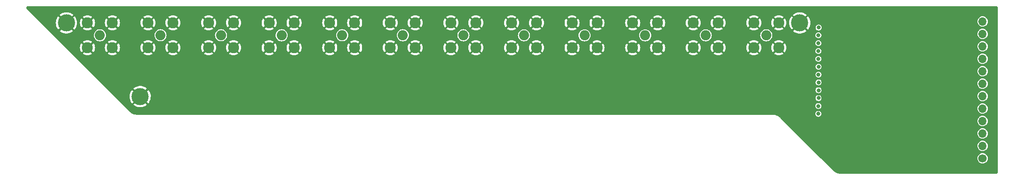
<source format=gbr>
%TF.GenerationSoftware,KiCad,Pcbnew,6.0.11+dfsg-1*%
%TF.CreationDate,2025-11-09T18:03:23+01:00*%
%TF.ProjectId,UNBProbeBase,554e4250-726f-4626-9542-6173652e6b69,0.2*%
%TF.SameCoordinates,Original*%
%TF.FileFunction,Copper,L4,Bot*%
%TF.FilePolarity,Positive*%
%FSLAX46Y46*%
G04 Gerber Fmt 4.6, Leading zero omitted, Abs format (unit mm)*
G04 Created by KiCad (PCBNEW 6.0.11+dfsg-1) date 2025-11-09 18:03:23*
%MOMM*%
%LPD*%
G01*
G04 APERTURE LIST*
%TA.AperFunction,ComponentPad*%
%ADD10C,2.050000*%
%TD*%
%TA.AperFunction,ComponentPad*%
%ADD11C,2.250000*%
%TD*%
%TA.AperFunction,ComponentPad*%
%ADD12C,1.700000*%
%TD*%
%TA.AperFunction,ComponentPad*%
%ADD13O,1.700000X1.700000*%
%TD*%
%TA.AperFunction,ComponentPad*%
%ADD14R,1.700000X1.700000*%
%TD*%
%TA.AperFunction,ComponentPad*%
%ADD15C,3.500000*%
%TD*%
%TA.AperFunction,ViaPad*%
%ADD16C,0.800000*%
%TD*%
G04 APERTURE END LIST*
D10*
%TO.P,P2,1*%
%TO.N,P2*%
X76048000Y-88416000D03*
D11*
%TO.P,P2,2*%
%TO.N,GND*%
X73508000Y-90956000D03*
X78588000Y-85876000D03*
X73508000Y-85876000D03*
X78588000Y-90956000D03*
%TD*%
D10*
%TO.P,P4,1*%
%TO.N,P4*%
X100727000Y-88421000D03*
D11*
%TO.P,P4,2*%
%TO.N,GND*%
X98187000Y-85881000D03*
X103267000Y-85881000D03*
X103267000Y-90961000D03*
X98187000Y-90961000D03*
%TD*%
D10*
%TO.P,P5,1*%
%TO.N,P5*%
X113069000Y-88417000D03*
D11*
%TO.P,P5,2*%
%TO.N,GND*%
X110529000Y-90957000D03*
X110529000Y-85877000D03*
X115609000Y-90957000D03*
X115609000Y-85877000D03*
%TD*%
D10*
%TO.P,P6,1*%
%TO.N,P6*%
X125418000Y-88422000D03*
D11*
%TO.P,P6,2*%
%TO.N,GND*%
X127958000Y-85882000D03*
X122878000Y-85882000D03*
X122878000Y-90962000D03*
X127958000Y-90962000D03*
%TD*%
D10*
%TO.P,P7,1*%
%TO.N,P7*%
X137762000Y-88420000D03*
D11*
%TO.P,P7,2*%
%TO.N,GND*%
X140302000Y-90960000D03*
X140302000Y-85880000D03*
X135222000Y-85880000D03*
X135222000Y-90960000D03*
%TD*%
D10*
%TO.P,P8,1*%
%TO.N,P8*%
X150105000Y-88433000D03*
D11*
%TO.P,P8,2*%
%TO.N,GND*%
X152645000Y-90973000D03*
X152645000Y-85893000D03*
X147565000Y-90973000D03*
X147565000Y-85893000D03*
%TD*%
D10*
%TO.P,P9,1*%
%TO.N,P9*%
X162444000Y-88437000D03*
D11*
%TO.P,P9,2*%
%TO.N,GND*%
X159904000Y-85897000D03*
X164984000Y-90977000D03*
X164984000Y-85897000D03*
X159904000Y-90977000D03*
%TD*%
D10*
%TO.P,P10,1*%
%TO.N,P10*%
X174796000Y-88435000D03*
D11*
%TO.P,P10,2*%
%TO.N,GND*%
X177336000Y-90975000D03*
X177336000Y-85895000D03*
X172256000Y-90975000D03*
X172256000Y-85895000D03*
%TD*%
D10*
%TO.P,P12,1*%
%TO.N,P12*%
X199474000Y-88425000D03*
D11*
%TO.P,P12,2*%
%TO.N,GND*%
X196934000Y-85885000D03*
X196934000Y-90965000D03*
X202014000Y-90965000D03*
X202014000Y-85885000D03*
%TD*%
D10*
%TO.P,P1,1*%
%TO.N,P1*%
X63710000Y-88428000D03*
D11*
%TO.P,P1,2*%
%TO.N,GND*%
X66250000Y-85888000D03*
X61170000Y-90968000D03*
X61170000Y-85888000D03*
X66250000Y-90968000D03*
%TD*%
D10*
%TO.P,P3,1*%
%TO.N,P3*%
X88386000Y-88418000D03*
D11*
%TO.P,P3,2*%
%TO.N,GND*%
X90926000Y-90958000D03*
X85846000Y-85878000D03*
X85846000Y-90958000D03*
X90926000Y-85878000D03*
%TD*%
D10*
%TO.P,P11,1*%
%TO.N,P11*%
X187131000Y-88429000D03*
D11*
%TO.P,P11,2*%
%TO.N,GND*%
X189671000Y-90969000D03*
X189671000Y-85889000D03*
X184591000Y-85889000D03*
X184591000Y-90969000D03*
%TD*%
D12*
%TO.P,J13,1*%
%TO.N,P1*%
X243536000Y-113543000D03*
D13*
%TO.P,J13,2*%
%TO.N,P2*%
X243536000Y-111003000D03*
%TO.P,J13,3*%
%TO.N,P3*%
X243536000Y-108463000D03*
%TO.P,J13,4*%
%TO.N,P4*%
X243536000Y-105923000D03*
%TO.P,J13,5*%
%TO.N,P5*%
X243536000Y-103383000D03*
%TO.P,J13,6*%
%TO.N,P6*%
X243536000Y-100843000D03*
%TO.P,J13,7*%
%TO.N,P7*%
X243536000Y-98303000D03*
%TO.P,J13,8*%
%TO.N,P8*%
X243536000Y-95763000D03*
%TO.P,J13,9*%
%TO.N,P9*%
X243536000Y-93223000D03*
%TO.P,J13,10*%
%TO.N,P10*%
X243536000Y-90683000D03*
%TO.P,J13,11*%
%TO.N,P11*%
X243536000Y-88143000D03*
%TO.P,J13,12*%
%TO.N,P12*%
X243536000Y-85603000D03*
%TD*%
D14*
%TO.P,REF\u002A\u002A,17*%
%TO.N,GND*%
X240858301Y-113543000D03*
%TD*%
D15*
%TO.P,REF\u002A\u002A,14*%
%TO.N,GND*%
X56887000Y-85896000D03*
%TD*%
%TO.P,REF\u002A\u002A,15*%
%TO.N,GND*%
X206293000Y-85896000D03*
%TD*%
%TO.P,REF\u002A\u002A,16*%
%TO.N,GND*%
X71911000Y-100938000D03*
%TD*%
D16*
%TO.N,P1*%
X210091000Y-104459000D03*
%TO.N,P2*%
X210091000Y-102857540D03*
%TO.N,P3*%
X210104736Y-101242350D03*
%TO.N,P4*%
X210104509Y-99641123D03*
%TO.N,P5*%
X210108282Y-98035896D03*
%TO.N,P6*%
X210102555Y-96440169D03*
%TO.N,P7*%
X210109328Y-94831942D03*
%TO.N,P8*%
X210091000Y-93248816D03*
%TO.N,P9*%
X210091000Y-91647362D03*
%TO.N,P10*%
X210091000Y-90045908D03*
%TO.N,P11*%
X210091000Y-88444454D03*
%TO.N,P12*%
X210117000Y-86853000D03*
%TO.N,GND*%
X125526178Y-98288000D03*
X126537328Y-100281000D03*
X125523672Y-102286000D03*
X127525905Y-98288000D03*
X128537911Y-100281000D03*
X127523704Y-102286000D03*
X129525632Y-98288000D03*
X129523736Y-102286000D03*
X130538494Y-100281000D03*
X131525359Y-98278000D03*
X131523768Y-102286000D03*
X132539077Y-100281000D03*
X133523800Y-102286000D03*
X133525086Y-98288000D03*
X134539660Y-100281000D03*
X136540243Y-100281000D03*
X135523832Y-102286000D03*
X135524813Y-98288000D03*
X137523864Y-102286000D03*
X138540826Y-100281000D03*
X137524540Y-98288000D03*
X139524267Y-98288000D03*
X139523896Y-102286000D03*
X140541409Y-100281000D03*
X136526913Y-96273000D03*
X126526498Y-96273000D03*
X134526830Y-96273000D03*
X130526664Y-96273000D03*
X124526415Y-96273000D03*
X128526581Y-96273000D03*
X122526332Y-96273000D03*
X132526747Y-96273000D03*
X138527000Y-96273000D03*
X120526249Y-96273000D03*
X114526000Y-96273000D03*
X116526083Y-96273000D03*
X118526166Y-96273000D03*
X105536257Y-98283000D03*
X111531028Y-98283000D03*
X119526997Y-98288000D03*
X107534514Y-98283000D03*
X109532771Y-98283000D03*
X113529285Y-98283000D03*
X115527543Y-98283000D03*
X121526724Y-98288000D03*
X117527270Y-98288000D03*
X122536162Y-100281000D03*
X116534413Y-100281000D03*
X106532799Y-100278000D03*
X112533570Y-100278000D03*
X110533313Y-100278000D03*
X108533056Y-100278000D03*
X118534996Y-100281000D03*
X120535579Y-100281000D03*
X114533830Y-100278000D03*
X143523960Y-102286000D03*
X145524000Y-102286000D03*
X141523928Y-102286000D03*
X142542000Y-100281000D03*
X117523544Y-102286000D03*
X105523352Y-102286000D03*
X107523384Y-102286000D03*
X103523320Y-102286000D03*
X121523608Y-102286000D03*
X111523448Y-102286000D03*
X113523480Y-102286000D03*
X101523288Y-102286000D03*
X109523416Y-102286000D03*
X99523256Y-102286000D03*
X115523512Y-102286000D03*
X119523576Y-102286000D03*
X85523032Y-102286000D03*
X95523192Y-102286000D03*
X91523128Y-102286000D03*
X87523064Y-102286000D03*
X97523224Y-102286000D03*
X93523160Y-102286000D03*
X89523096Y-102286000D03*
X83523000Y-102286000D03*
X100532028Y-100278000D03*
X102532285Y-100278000D03*
X98531771Y-100278000D03*
X96531514Y-100278000D03*
X104532542Y-100278000D03*
X94531257Y-100278000D03*
X147532500Y-96273000D03*
X151538000Y-96273000D03*
X143527000Y-96273000D03*
X145529750Y-96273000D03*
X149535250Y-96273000D03*
X152540250Y-98288000D03*
X146541000Y-98288000D03*
X148540750Y-98288000D03*
X154540000Y-98288000D03*
X150540500Y-98288000D03*
X153539250Y-100281000D03*
X151539500Y-100281000D03*
X147540000Y-100281000D03*
X149539750Y-100281000D03*
X155539000Y-100281000D03*
X152541678Y-102286000D03*
X154541356Y-102286000D03*
X156541034Y-102286000D03*
X158540712Y-102286000D03*
X150542000Y-102286000D03*
X155539000Y-96273000D03*
X157533750Y-96273000D03*
X163518000Y-96273000D03*
X161523250Y-96273000D03*
X159528500Y-96273000D03*
X158541000Y-98288000D03*
X166528000Y-98288000D03*
X162534500Y-98288000D03*
X160537750Y-98288000D03*
X164531250Y-98288000D03*
X163518000Y-100281000D03*
X165528000Y-100281000D03*
X167532000Y-100281000D03*
X159530000Y-100281000D03*
X161520000Y-100281000D03*
X164539746Y-102286000D03*
X162540068Y-102286000D03*
X168539102Y-102286000D03*
X160540390Y-102286000D03*
X166539424Y-102286000D03*
X167532000Y-96273000D03*
X175531000Y-96273000D03*
X169531750Y-96273000D03*
X171531500Y-96273000D03*
X173531250Y-96273000D03*
X170533000Y-98288000D03*
X176531941Y-98288000D03*
X174532294Y-98288000D03*
X172532647Y-98288000D03*
X173521000Y-100281000D03*
X171523000Y-100281000D03*
X177535000Y-100281000D03*
X169533000Y-100281000D03*
X175531000Y-100281000D03*
X176537814Y-102286000D03*
X174538136Y-102286000D03*
X172538458Y-102286000D03*
X178537492Y-102286000D03*
X170538780Y-102286000D03*
X178535000Y-94270000D03*
X180536500Y-94270000D03*
X182538000Y-94270000D03*
X184539500Y-94270000D03*
X186541000Y-94270000D03*
X242503782Y-116006000D03*
X234370926Y-116006000D03*
X232337712Y-116006000D03*
X236404140Y-116006000D03*
X240470568Y-116006000D03*
X230304498Y-116006000D03*
X244537000Y-116006000D03*
X228271284Y-116006000D03*
X238437354Y-116006000D03*
X226238070Y-116006000D03*
X67498000Y-100708000D03*
X63188000Y-96374000D03*
X66063000Y-99255000D03*
X64628000Y-97835000D03*
X103037100Y-83148000D03*
X155902484Y-83148000D03*
X239267128Y-83148000D03*
X199534000Y-100281000D03*
X156535000Y-94270000D03*
X168525500Y-94270000D03*
X227067424Y-83148000D03*
X60322000Y-93511000D03*
X178531588Y-98288000D03*
X131409801Y-103981000D03*
X198528058Y-98288000D03*
X220967572Y-83148000D03*
X52205000Y-83148000D03*
X154540000Y-94270000D03*
X200541000Y-103981000D03*
X129469792Y-83148000D03*
X74478269Y-103981000D03*
X190529470Y-98288000D03*
X68471272Y-83148000D03*
X188341333Y-103981000D03*
X139636212Y-83148000D03*
X245987000Y-109120592D03*
X196528411Y-98288000D03*
X135476339Y-103981000D03*
X143609415Y-103981000D03*
X203879000Y-105782000D03*
X201532326Y-96273000D03*
X54238284Y-83148000D03*
X107103668Y-83148000D03*
X84737544Y-83148000D03*
X133536360Y-83148000D03*
X214867720Y-83148000D03*
X184536526Y-102286000D03*
X151835916Y-83148000D03*
X194534916Y-102286000D03*
X123523640Y-102286000D03*
X200634732Y-83148000D03*
X80670976Y-83148000D03*
X141524000Y-98288000D03*
X149802632Y-83148000D03*
X184530529Y-98288000D03*
X109043842Y-103981000D03*
X186530176Y-98288000D03*
X131503076Y-83148000D03*
X180531235Y-98288000D03*
X76604408Y-83148000D03*
X123369940Y-83148000D03*
X145642684Y-103981000D03*
X241300412Y-83148000D03*
X192535238Y-102286000D03*
X186308064Y-103981000D03*
X201527000Y-100281000D03*
X179525000Y-100281000D03*
X121336656Y-83148000D03*
X202532000Y-94270000D03*
X60338136Y-83148000D03*
X181528000Y-100281000D03*
X113203520Y-83148000D03*
X245987000Y-98953262D03*
X57447000Y-90630000D03*
X170041912Y-103981000D03*
X172520500Y-94270000D03*
X209620000Y-111509000D03*
X141669496Y-83148000D03*
X179525000Y-96273000D03*
X188435028Y-83148000D03*
X123526451Y-98288000D03*
X170135472Y-83148000D03*
X147675953Y-103981000D03*
X185530000Y-100281000D03*
X245987000Y-90819398D03*
X224204856Y-116006000D03*
X245987000Y-86752466D03*
X220138428Y-116006000D03*
X159875567Y-103981000D03*
X137602928Y-83148000D03*
X245987000Y-115221000D03*
X186536204Y-102286000D03*
X125309994Y-103981000D03*
X115236804Y-83148000D03*
X153869200Y-83148000D03*
X202389000Y-104399000D03*
X162002336Y-83148000D03*
X245987000Y-88785932D03*
X129520332Y-94270000D03*
X86677883Y-103981000D03*
X172168756Y-83148000D03*
X82611345Y-103981000D03*
X92870680Y-83148000D03*
X198534272Y-102286000D03*
X208180000Y-110083000D03*
X190535560Y-102286000D03*
X88804112Y-83148000D03*
X222171642Y-116006000D03*
X194441140Y-103981000D03*
X178174988Y-103981000D03*
X163942105Y-103981000D03*
X72445000Y-103981000D03*
X196534594Y-102286000D03*
X197530994Y-96273000D03*
X223000856Y-83148000D03*
X182241526Y-103981000D03*
X194529332Y-94270000D03*
X218105214Y-116006000D03*
X233167276Y-83148000D03*
X166528000Y-94270000D03*
X192528666Y-94270000D03*
X184368460Y-83148000D03*
X139542877Y-103981000D03*
X183526332Y-96273000D03*
X78544807Y-103981000D03*
X211070000Y-112969000D03*
X193531000Y-100281000D03*
X127343263Y-103981000D03*
X145736064Y-83148000D03*
X176235324Y-83148000D03*
X98970532Y-83148000D03*
X182530882Y-98288000D03*
X245367000Y-83148000D03*
X90837396Y-83148000D03*
X111170236Y-83148000D03*
X133521664Y-94270000D03*
X180208257Y-103981000D03*
X53129000Y-86331000D03*
X94903964Y-83148000D03*
X245987000Y-100986728D03*
X186401744Y-83148000D03*
X158530000Y-94270000D03*
X58304852Y-83148000D03*
X243333696Y-83148000D03*
X123276725Y-103981000D03*
X166068904Y-83148000D03*
X135522330Y-94270000D03*
X188529823Y-98288000D03*
X196568164Y-83148000D03*
X64404704Y-83148000D03*
X62371420Y-83148000D03*
X137509608Y-103981000D03*
X133443070Y-103981000D03*
X213987000Y-115833000D03*
X216072000Y-116006000D03*
X58887000Y-92091000D03*
X181525666Y-96273000D03*
X162520000Y-94270000D03*
X103538000Y-98283000D03*
X200533950Y-102286000D03*
X150542000Y-94270000D03*
X161908836Y-103981000D03*
X74571124Y-83148000D03*
X149709222Y-103981000D03*
X143702780Y-83148000D03*
X119303372Y-83148000D03*
X187530000Y-100281000D03*
X198530664Y-94270000D03*
X68946000Y-102158000D03*
X180301892Y-83148000D03*
X212834436Y-83148000D03*
X200531330Y-94270000D03*
X190468312Y-83148000D03*
X174518000Y-94270000D03*
X199531660Y-96273000D03*
X191529000Y-100281000D03*
X204527000Y-98288000D03*
X72537840Y-83148000D03*
X56271568Y-83148000D03*
X157935768Y-83148000D03*
X202668016Y-83148000D03*
X104977304Y-103981000D03*
X210801152Y-83148000D03*
X196529998Y-94270000D03*
X190374602Y-103981000D03*
X135569644Y-83148000D03*
X235200560Y-83148000D03*
X187527664Y-96273000D03*
X113110380Y-103981000D03*
X190528000Y-94270000D03*
X225034140Y-83148000D03*
X182335176Y-83148000D03*
X178268608Y-83148000D03*
X102944035Y-103981000D03*
X82704260Y-83148000D03*
X86770828Y-83148000D03*
X203531000Y-100281000D03*
X203533000Y-96273000D03*
X146542000Y-94270000D03*
X151742491Y-103981000D03*
X148542000Y-94270000D03*
X194534880Y-83148000D03*
X101003816Y-83148000D03*
X245987000Y-103020194D03*
X100910766Y-103981000D03*
X141576146Y-103981000D03*
X194528764Y-98288000D03*
X70504556Y-83148000D03*
X245987000Y-107087126D03*
X157842298Y-103981000D03*
X237233844Y-83148000D03*
X197534000Y-100281000D03*
X92531000Y-100278000D03*
X160525000Y-94270000D03*
X206734584Y-83148000D03*
X245987000Y-94886330D03*
X164035620Y-83148000D03*
X131520998Y-94270000D03*
X245987000Y-105053660D03*
X245987000Y-113187524D03*
X198507678Y-103981000D03*
X84644614Y-103981000D03*
X245987000Y-111154058D03*
X165975374Y-103981000D03*
X204533306Y-102286000D03*
X124536745Y-100281000D03*
X78637692Y-83148000D03*
X193529662Y-96273000D03*
X94810959Y-103981000D03*
X212503000Y-114411000D03*
X205528000Y-100281000D03*
X189528000Y-100281000D03*
X231133992Y-83148000D03*
X188535882Y-102286000D03*
X185526998Y-96273000D03*
X245987000Y-92852864D03*
X200527705Y-98288000D03*
X159969052Y-83148000D03*
X127436508Y-83148000D03*
X245987000Y-96919796D03*
X155809029Y-103981000D03*
X105070384Y-83148000D03*
X96937248Y-83148000D03*
X229100708Y-83148000D03*
X245987000Y-84719000D03*
X54564000Y-87751000D03*
X125519000Y-94270000D03*
X172075181Y-103981000D03*
X76511538Y-103981000D03*
X117270088Y-83148000D03*
X195529000Y-100281000D03*
X192407871Y-103981000D03*
X183527000Y-100281000D03*
X195530328Y-96273000D03*
X119210187Y-103981000D03*
X206746000Y-108640000D03*
X174202040Y-83148000D03*
X170523000Y-94270000D03*
X121243456Y-103981000D03*
X206533000Y-102286000D03*
X208767868Y-83148000D03*
X202533628Y-102286000D03*
X189528330Y-96273000D03*
X205310000Y-107209000D03*
X168008643Y-103981000D03*
X168102188Y-83148000D03*
X218934288Y-83148000D03*
X176141719Y-103981000D03*
X184274795Y-103981000D03*
X96844228Y-103981000D03*
X144542000Y-94270000D03*
X115143649Y-103981000D03*
X191528996Y-96273000D03*
X107010573Y-103981000D03*
X117176918Y-103981000D03*
X147769348Y-83148000D03*
X55999000Y-89204000D03*
X125403224Y-83148000D03*
X70419000Y-103627000D03*
X192501596Y-83148000D03*
X98877497Y-103981000D03*
X50379000Y-83246000D03*
X61757000Y-94964000D03*
X202527352Y-98288000D03*
X182536848Y-102286000D03*
X137523000Y-94270000D03*
X180537170Y-102286000D03*
X127519666Y-94270000D03*
X174108450Y-103981000D03*
X109136952Y-83148000D03*
X142542000Y-94270000D03*
X51689000Y-84870000D03*
X192529117Y-98288000D03*
X216901004Y-83148000D03*
X153775760Y-103981000D03*
X88711152Y-103981000D03*
X129376532Y-103981000D03*
X90744421Y-103981000D03*
X92777690Y-103981000D03*
X111077111Y-103981000D03*
X204701300Y-83148000D03*
X198601448Y-83148000D03*
X66437988Y-83148000D03*
X80578076Y-103981000D03*
X196474409Y-103981000D03*
%TD*%
%TA.AperFunction,Conductor*%
%TO.N,GND*%
G36*
X246304271Y-82494431D02*
G01*
X246307395Y-82494508D01*
X246319201Y-82494798D01*
X246324020Y-82495034D01*
X246335230Y-82495860D01*
X246340066Y-82496337D01*
X246351229Y-82497715D01*
X246356018Y-82498425D01*
X246367089Y-82500346D01*
X246371845Y-82501292D01*
X246382819Y-82503757D01*
X246387529Y-82504937D01*
X246398372Y-82507938D01*
X246403017Y-82509347D01*
X246413643Y-82512857D01*
X246418218Y-82514494D01*
X246428713Y-82518542D01*
X246433213Y-82520406D01*
X246443473Y-82524955D01*
X246447856Y-82527028D01*
X246457889Y-82532078D01*
X246462175Y-82534369D01*
X246471953Y-82539908D01*
X246476118Y-82542404D01*
X246485613Y-82548416D01*
X246489658Y-82551119D01*
X246498833Y-82557581D01*
X246502712Y-82560458D01*
X246511597Y-82567391D01*
X246515338Y-82570461D01*
X246523870Y-82577822D01*
X246527424Y-82581043D01*
X246535589Y-82588816D01*
X246539005Y-82592232D01*
X246546771Y-82600389D01*
X246550029Y-82603984D01*
X246557369Y-82612494D01*
X246560439Y-82616235D01*
X246567368Y-82625113D01*
X246570234Y-82628976D01*
X246573461Y-82633558D01*
X246576724Y-82638192D01*
X246579416Y-82642222D01*
X246585424Y-82651709D01*
X246587924Y-82655880D01*
X246593442Y-82665621D01*
X246595733Y-82669908D01*
X246600801Y-82679977D01*
X246602878Y-82684368D01*
X246607425Y-82694626D01*
X246609284Y-82699113D01*
X246613326Y-82709591D01*
X246614963Y-82714167D01*
X246618486Y-82724831D01*
X246619897Y-82729482D01*
X246622892Y-82740305D01*
X246624072Y-82745015D01*
X246626534Y-82755977D01*
X246627482Y-82760742D01*
X246628437Y-82766243D01*
X246629400Y-82771796D01*
X246630112Y-82776600D01*
X246631488Y-82787755D01*
X246631964Y-82792585D01*
X246632424Y-82798822D01*
X246632793Y-82803819D01*
X246633031Y-82808671D01*
X246633396Y-82823536D01*
X246633426Y-82825966D01*
X246633426Y-116363182D01*
X246633396Y-116365615D01*
X246633030Y-116380506D01*
X246632791Y-116385360D01*
X246631961Y-116396605D01*
X246631486Y-116401432D01*
X246630116Y-116412544D01*
X246629404Y-116417346D01*
X246627483Y-116428423D01*
X246626539Y-116433169D01*
X246624071Y-116444161D01*
X246622893Y-116448861D01*
X246619901Y-116459675D01*
X246618488Y-116464334D01*
X246614963Y-116475003D01*
X246613326Y-116479578D01*
X246609286Y-116490050D01*
X246607428Y-116494535D01*
X246602874Y-116504809D01*
X246600797Y-116509201D01*
X246595742Y-116519244D01*
X246593456Y-116523521D01*
X246587922Y-116533290D01*
X246585427Y-116537453D01*
X246579401Y-116546970D01*
X246576723Y-116550979D01*
X246570231Y-116560197D01*
X246567355Y-116564073D01*
X246560434Y-116572940D01*
X246557358Y-116576688D01*
X246550034Y-116585179D01*
X246546768Y-116588783D01*
X246539011Y-116596930D01*
X246535584Y-116600357D01*
X246527454Y-116608099D01*
X246523871Y-116611347D01*
X246515349Y-116618698D01*
X246511613Y-116621764D01*
X246502727Y-116628699D01*
X246498846Y-116631577D01*
X246489632Y-116638067D01*
X246485590Y-116640767D01*
X246476119Y-116646765D01*
X246471965Y-116649255D01*
X246462157Y-116654811D01*
X246457913Y-116657079D01*
X246449097Y-116661517D01*
X246447873Y-116662133D01*
X246443484Y-116664209D01*
X246438256Y-116666527D01*
X246433191Y-116668771D01*
X246428708Y-116670628D01*
X246418221Y-116674673D01*
X246413654Y-116676307D01*
X246408076Y-116678150D01*
X246403000Y-116679827D01*
X246398372Y-116681232D01*
X246387519Y-116684235D01*
X246382824Y-116685411D01*
X246376649Y-116686798D01*
X246371854Y-116687875D01*
X246367097Y-116688821D01*
X246356003Y-116690746D01*
X246351221Y-116691455D01*
X246340057Y-116692832D01*
X246335257Y-116693305D01*
X246328601Y-116693796D01*
X246324007Y-116694135D01*
X246319152Y-116694373D01*
X246304303Y-116694737D01*
X246301877Y-116694767D01*
X214573680Y-116694767D01*
X214571254Y-116694737D01*
X214478662Y-116692467D01*
X214473815Y-116692229D01*
X214421590Y-116688382D01*
X214385129Y-116685696D01*
X214380332Y-116685224D01*
X214292062Y-116674350D01*
X214287274Y-116673641D01*
X214227185Y-116663228D01*
X214199649Y-116658456D01*
X214194891Y-116657511D01*
X214108106Y-116638049D01*
X214103398Y-116636871D01*
X214043376Y-116620283D01*
X214017698Y-116613187D01*
X214013084Y-116611789D01*
X213936083Y-116586386D01*
X213928613Y-116583922D01*
X213924043Y-116582289D01*
X213841052Y-116550320D01*
X213836569Y-116548465D01*
X213755238Y-116512466D01*
X213750871Y-116510404D01*
X213685036Y-116477314D01*
X213671434Y-116470477D01*
X213667154Y-116468193D01*
X213589717Y-116424393D01*
X213585553Y-116421901D01*
X213510374Y-116374370D01*
X213506384Y-116371708D01*
X213433631Y-116320554D01*
X213429730Y-116317666D01*
X213359570Y-116263006D01*
X213355817Y-116259931D01*
X213288424Y-116201904D01*
X213284824Y-116198647D01*
X213217701Y-116134862D01*
X213215963Y-116133170D01*
X211677721Y-114597980D01*
X210605876Y-113528262D01*
X242480520Y-113528262D01*
X242497759Y-113733553D01*
X242554544Y-113931586D01*
X242648712Y-114114818D01*
X242776677Y-114276270D01*
X242780357Y-114279402D01*
X242780359Y-114279404D01*
X242893017Y-114375283D01*
X242933564Y-114409791D01*
X242937787Y-114412151D01*
X242937791Y-114412154D01*
X242977342Y-114434258D01*
X243113398Y-114510297D01*
X243117996Y-114511791D01*
X243304724Y-114572463D01*
X243304726Y-114572464D01*
X243309329Y-114573959D01*
X243513894Y-114598351D01*
X243518716Y-114597980D01*
X243518719Y-114597980D01*
X243586541Y-114592761D01*
X243719300Y-114582546D01*
X243917725Y-114527145D01*
X243922038Y-114524966D01*
X243922044Y-114524964D01*
X244097289Y-114436441D01*
X244097291Y-114436440D01*
X244101610Y-114434258D01*
X244136943Y-114406653D01*
X244260135Y-114310406D01*
X244260139Y-114310402D01*
X244263951Y-114307424D01*
X244398564Y-114151472D01*
X244417231Y-114118613D01*
X244497934Y-113976550D01*
X244497935Y-113976547D01*
X244500323Y-113972344D01*
X244513882Y-113931586D01*
X244563824Y-113781454D01*
X244563824Y-113781452D01*
X244565351Y-113776863D01*
X244591171Y-113572474D01*
X244591583Y-113543000D01*
X244571480Y-113337970D01*
X244511935Y-113140749D01*
X244415218Y-112958849D01*
X244285011Y-112799200D01*
X244126275Y-112667882D01*
X243945055Y-112569897D01*
X243881855Y-112550333D01*
X243752875Y-112510407D01*
X243752871Y-112510406D01*
X243748254Y-112508977D01*
X243743446Y-112508472D01*
X243743443Y-112508471D01*
X243548185Y-112487949D01*
X243548183Y-112487949D01*
X243543369Y-112487443D01*
X243483354Y-112492905D01*
X243343022Y-112505675D01*
X243343017Y-112505676D01*
X243338203Y-112506114D01*
X243140572Y-112564280D01*
X243136288Y-112566519D01*
X243136287Y-112566520D01*
X243125428Y-112572197D01*
X242958002Y-112659726D01*
X242954231Y-112662758D01*
X242801220Y-112785781D01*
X242801217Y-112785783D01*
X242797447Y-112788815D01*
X242794333Y-112792526D01*
X242794332Y-112792527D01*
X242785585Y-112802952D01*
X242665024Y-112946630D01*
X242662689Y-112950878D01*
X242662688Y-112950879D01*
X242655955Y-112963126D01*
X242565776Y-113127162D01*
X242503484Y-113323532D01*
X242502944Y-113328344D01*
X242502944Y-113328345D01*
X242501865Y-113337970D01*
X242480520Y-113528262D01*
X210605876Y-113528262D01*
X208060827Y-110988262D01*
X242480520Y-110988262D01*
X242497759Y-111193553D01*
X242554544Y-111391586D01*
X242648712Y-111574818D01*
X242776677Y-111736270D01*
X242780357Y-111739402D01*
X242780359Y-111739404D01*
X242893017Y-111835283D01*
X242933564Y-111869791D01*
X242937787Y-111872151D01*
X242937791Y-111872154D01*
X242977342Y-111894258D01*
X243113398Y-111970297D01*
X243117996Y-111971791D01*
X243304724Y-112032463D01*
X243304726Y-112032464D01*
X243309329Y-112033959D01*
X243513894Y-112058351D01*
X243518716Y-112057980D01*
X243518719Y-112057980D01*
X243586541Y-112052761D01*
X243719300Y-112042546D01*
X243917725Y-111987145D01*
X243922038Y-111984966D01*
X243922044Y-111984964D01*
X244097289Y-111896441D01*
X244097291Y-111896440D01*
X244101610Y-111894258D01*
X244136943Y-111866653D01*
X244260135Y-111770406D01*
X244260139Y-111770402D01*
X244263951Y-111767424D01*
X244398564Y-111611472D01*
X244417231Y-111578613D01*
X244497934Y-111436550D01*
X244497935Y-111436547D01*
X244500323Y-111432344D01*
X244513882Y-111391586D01*
X244563824Y-111241454D01*
X244563824Y-111241452D01*
X244565351Y-111236863D01*
X244591171Y-111032474D01*
X244591583Y-111003000D01*
X244571480Y-110797970D01*
X244511935Y-110600749D01*
X244415218Y-110418849D01*
X244285011Y-110259200D01*
X244126275Y-110127882D01*
X243945055Y-110029897D01*
X243881855Y-110010333D01*
X243752875Y-109970407D01*
X243752871Y-109970406D01*
X243748254Y-109968977D01*
X243743446Y-109968472D01*
X243743443Y-109968471D01*
X243548185Y-109947949D01*
X243548183Y-109947949D01*
X243543369Y-109947443D01*
X243483354Y-109952905D01*
X243343022Y-109965675D01*
X243343017Y-109965676D01*
X243338203Y-109966114D01*
X243140572Y-110024280D01*
X243136288Y-110026519D01*
X243136287Y-110026520D01*
X243125428Y-110032197D01*
X242958002Y-110119726D01*
X242954231Y-110122758D01*
X242801220Y-110245781D01*
X242801217Y-110245783D01*
X242797447Y-110248815D01*
X242794333Y-110252526D01*
X242794332Y-110252527D01*
X242785585Y-110262952D01*
X242665024Y-110406630D01*
X242662689Y-110410878D01*
X242662688Y-110410879D01*
X242655955Y-110423126D01*
X242565776Y-110587162D01*
X242503484Y-110783532D01*
X242502944Y-110788344D01*
X242502944Y-110788345D01*
X242501865Y-110797970D01*
X242480520Y-110988262D01*
X208060827Y-110988262D01*
X205515777Y-108448262D01*
X242480520Y-108448262D01*
X242497759Y-108653553D01*
X242554544Y-108851586D01*
X242648712Y-109034818D01*
X242776677Y-109196270D01*
X242780357Y-109199402D01*
X242780359Y-109199404D01*
X242893017Y-109295283D01*
X242933564Y-109329791D01*
X242937787Y-109332151D01*
X242937791Y-109332154D01*
X242977342Y-109354258D01*
X243113398Y-109430297D01*
X243117996Y-109431791D01*
X243304724Y-109492463D01*
X243304726Y-109492464D01*
X243309329Y-109493959D01*
X243513894Y-109518351D01*
X243518716Y-109517980D01*
X243518719Y-109517980D01*
X243586541Y-109512761D01*
X243719300Y-109502546D01*
X243917725Y-109447145D01*
X243922038Y-109444966D01*
X243922044Y-109444964D01*
X244097289Y-109356441D01*
X244097291Y-109356440D01*
X244101610Y-109354258D01*
X244136943Y-109326653D01*
X244260135Y-109230406D01*
X244260139Y-109230402D01*
X244263951Y-109227424D01*
X244398564Y-109071472D01*
X244417231Y-109038613D01*
X244497934Y-108896550D01*
X244497935Y-108896547D01*
X244500323Y-108892344D01*
X244513882Y-108851586D01*
X244563824Y-108701454D01*
X244563824Y-108701452D01*
X244565351Y-108696863D01*
X244591171Y-108492474D01*
X244591583Y-108463000D01*
X244571480Y-108257970D01*
X244511935Y-108060749D01*
X244415218Y-107878849D01*
X244285011Y-107719200D01*
X244126275Y-107587882D01*
X243945055Y-107489897D01*
X243881855Y-107470333D01*
X243752875Y-107430407D01*
X243752871Y-107430406D01*
X243748254Y-107428977D01*
X243743446Y-107428472D01*
X243743443Y-107428471D01*
X243548185Y-107407949D01*
X243548183Y-107407949D01*
X243543369Y-107407443D01*
X243483354Y-107412905D01*
X243343022Y-107425675D01*
X243343017Y-107425676D01*
X243338203Y-107426114D01*
X243140572Y-107484280D01*
X243136288Y-107486519D01*
X243136287Y-107486520D01*
X243125428Y-107492197D01*
X242958002Y-107579726D01*
X242954231Y-107582758D01*
X242801220Y-107705781D01*
X242801217Y-107705783D01*
X242797447Y-107708815D01*
X242794333Y-107712526D01*
X242794332Y-107712527D01*
X242785585Y-107722952D01*
X242665024Y-107866630D01*
X242662689Y-107870878D01*
X242662688Y-107870879D01*
X242655955Y-107883126D01*
X242565776Y-108047162D01*
X242503484Y-108243532D01*
X242502944Y-108248344D01*
X242502944Y-108248345D01*
X242501865Y-108257970D01*
X242480520Y-108448262D01*
X205515777Y-108448262D01*
X202970727Y-105908262D01*
X242480520Y-105908262D01*
X242497759Y-106113553D01*
X242554544Y-106311586D01*
X242648712Y-106494818D01*
X242776677Y-106656270D01*
X242780357Y-106659402D01*
X242780359Y-106659404D01*
X242893017Y-106755283D01*
X242933564Y-106789791D01*
X242937787Y-106792151D01*
X242937791Y-106792154D01*
X242977342Y-106814258D01*
X243113398Y-106890297D01*
X243117996Y-106891791D01*
X243304724Y-106952463D01*
X243304726Y-106952464D01*
X243309329Y-106953959D01*
X243513894Y-106978351D01*
X243518716Y-106977980D01*
X243518719Y-106977980D01*
X243586541Y-106972761D01*
X243719300Y-106962546D01*
X243917725Y-106907145D01*
X243922038Y-106904966D01*
X243922044Y-106904964D01*
X244097289Y-106816441D01*
X244097291Y-106816440D01*
X244101610Y-106814258D01*
X244136943Y-106786653D01*
X244260135Y-106690406D01*
X244260139Y-106690402D01*
X244263951Y-106687424D01*
X244398564Y-106531472D01*
X244417231Y-106498613D01*
X244497934Y-106356550D01*
X244497935Y-106356547D01*
X244500323Y-106352344D01*
X244513882Y-106311586D01*
X244563824Y-106161454D01*
X244563824Y-106161452D01*
X244565351Y-106156863D01*
X244591171Y-105952474D01*
X244591583Y-105923000D01*
X244571480Y-105717970D01*
X244511935Y-105520749D01*
X244415218Y-105338849D01*
X244285011Y-105179200D01*
X244257128Y-105156133D01*
X244130002Y-105050965D01*
X244130000Y-105050964D01*
X244126275Y-105047882D01*
X243983339Y-104970597D01*
X243949309Y-104952197D01*
X243949308Y-104952197D01*
X243945055Y-104949897D01*
X243853474Y-104921548D01*
X243752875Y-104890407D01*
X243752871Y-104890406D01*
X243748254Y-104888977D01*
X243743446Y-104888472D01*
X243743443Y-104888471D01*
X243548185Y-104867949D01*
X243548183Y-104867949D01*
X243543369Y-104867443D01*
X243483354Y-104872905D01*
X243343022Y-104885675D01*
X243343017Y-104885676D01*
X243338203Y-104886114D01*
X243140572Y-104944280D01*
X243136288Y-104946519D01*
X243136287Y-104946520D01*
X243085460Y-104973092D01*
X242958002Y-105039726D01*
X242952033Y-105044525D01*
X242801220Y-105165781D01*
X242801217Y-105165783D01*
X242797447Y-105168815D01*
X242794333Y-105172526D01*
X242794332Y-105172527D01*
X242671623Y-105318766D01*
X242665024Y-105326630D01*
X242662689Y-105330878D01*
X242662688Y-105330879D01*
X242655955Y-105343126D01*
X242565776Y-105507162D01*
X242564313Y-105511775D01*
X242564311Y-105511779D01*
X242534657Y-105605262D01*
X242503484Y-105703532D01*
X242502944Y-105708344D01*
X242502944Y-105708345D01*
X242501865Y-105717970D01*
X242480520Y-105908262D01*
X202970727Y-105908262D01*
X202395648Y-105334324D01*
X202395289Y-105333933D01*
X202393978Y-105331954D01*
X202380088Y-105318754D01*
X202378364Y-105317075D01*
X202377371Y-105316084D01*
X202364986Y-105303724D01*
X202362982Y-105302468D01*
X202362583Y-105302120D01*
X202316760Y-105258576D01*
X202315003Y-105256797D01*
X202312331Y-105253162D01*
X202300635Y-105243091D01*
X202297051Y-105239848D01*
X202290004Y-105233152D01*
X202290002Y-105233150D01*
X202285971Y-105229320D01*
X202282092Y-105227018D01*
X202280109Y-105225416D01*
X202231622Y-105183666D01*
X202229769Y-105181964D01*
X202226920Y-105178463D01*
X202214726Y-105168963D01*
X202210988Y-105165900D01*
X202210850Y-105165781D01*
X202199425Y-105155944D01*
X202195437Y-105153835D01*
X202193385Y-105152338D01*
X202142896Y-105113005D01*
X202140971Y-105111404D01*
X202137951Y-105108042D01*
X202133368Y-105104819D01*
X202133365Y-105104817D01*
X202125314Y-105099156D01*
X202121417Y-105096271D01*
X202113768Y-105090312D01*
X202113767Y-105090311D01*
X202109383Y-105086896D01*
X202105298Y-105084985D01*
X202103185Y-105083597D01*
X202050818Y-105046776D01*
X202048816Y-105045271D01*
X202045638Y-105042064D01*
X202032584Y-105033811D01*
X202028558Y-105031125D01*
X202020611Y-105025537D01*
X202016070Y-105022344D01*
X202011897Y-105020636D01*
X202009708Y-105019347D01*
X201955610Y-104985144D01*
X201953536Y-104983737D01*
X201950203Y-104980690D01*
X201936725Y-104973067D01*
X201932613Y-104970605D01*
X201919702Y-104962442D01*
X201915446Y-104960939D01*
X201913217Y-104959770D01*
X201857475Y-104928240D01*
X201855351Y-104926947D01*
X201851872Y-104924065D01*
X201846867Y-104921549D01*
X201846865Y-104921548D01*
X201838080Y-104917132D01*
X201833828Y-104914864D01*
X201820517Y-104907335D01*
X201816192Y-104906042D01*
X201813881Y-104904970D01*
X201776364Y-104886114D01*
X201756705Y-104876233D01*
X201754504Y-104875037D01*
X201750890Y-104872331D01*
X201745769Y-104870064D01*
X201745767Y-104870063D01*
X201736772Y-104866081D01*
X201732391Y-104864012D01*
X201723708Y-104859648D01*
X201723705Y-104859647D01*
X201718747Y-104857155D01*
X201714371Y-104856077D01*
X201712010Y-104855120D01*
X201653492Y-104829218D01*
X201651234Y-104828131D01*
X201647489Y-104825603D01*
X201633064Y-104820047D01*
X201628600Y-104818200D01*
X201619731Y-104814274D01*
X201614646Y-104812023D01*
X201610212Y-104811159D01*
X201607846Y-104810332D01*
X201548098Y-104787317D01*
X201545791Y-104786342D01*
X201541924Y-104784000D01*
X201533448Y-104781203D01*
X201527250Y-104779158D01*
X201522691Y-104777529D01*
X201513638Y-104774042D01*
X201513632Y-104774040D01*
X201508454Y-104772046D01*
X201503996Y-104771402D01*
X201501557Y-104770682D01*
X201440782Y-104750633D01*
X201438424Y-104749770D01*
X201434448Y-104747621D01*
X201419542Y-104743502D01*
X201414927Y-104742103D01*
X201405715Y-104739064D01*
X201405713Y-104739063D01*
X201400431Y-104737321D01*
X201395937Y-104736896D01*
X201393496Y-104736304D01*
X201331789Y-104719250D01*
X201329395Y-104718505D01*
X201325318Y-104716552D01*
X201319853Y-104715326D01*
X201319849Y-104715325D01*
X201310229Y-104713168D01*
X201305537Y-104711994D01*
X201299015Y-104710192D01*
X201296194Y-104709412D01*
X201296192Y-104709412D01*
X201290838Y-104707932D01*
X201286331Y-104707728D01*
X201283860Y-104707255D01*
X201221365Y-104693239D01*
X201218959Y-104692618D01*
X201214794Y-104690869D01*
X201199583Y-104688233D01*
X201194835Y-104687289D01*
X201185357Y-104685164D01*
X201185356Y-104685164D01*
X201179934Y-104683948D01*
X201175418Y-104683964D01*
X201172916Y-104683612D01*
X201109822Y-104672679D01*
X201107397Y-104672178D01*
X201103147Y-104670633D01*
X201097589Y-104669949D01*
X201097587Y-104669948D01*
X201090014Y-104669016D01*
X201087821Y-104668746D01*
X201083013Y-104668033D01*
X201073464Y-104666378D01*
X201073463Y-104666378D01*
X201067988Y-104665429D01*
X201063482Y-104665667D01*
X201060962Y-104665437D01*
X201025188Y-104661030D01*
X200997440Y-104657612D01*
X200994953Y-104657225D01*
X200990642Y-104655893D01*
X200985066Y-104655482D01*
X200985064Y-104655482D01*
X200980511Y-104655147D01*
X200975234Y-104654758D01*
X200970437Y-104654286D01*
X200955271Y-104652418D01*
X200950783Y-104652876D01*
X200948240Y-104652769D01*
X200884422Y-104648067D01*
X200881922Y-104647802D01*
X200877551Y-104646684D01*
X200866907Y-104646423D01*
X200862116Y-104646305D01*
X200857295Y-104646069D01*
X200842050Y-104644946D01*
X200837587Y-104645624D01*
X200835053Y-104645642D01*
X200809652Y-104645019D01*
X200771905Y-104644093D01*
X200771373Y-104644056D01*
X200769063Y-104643525D01*
X200749948Y-104643525D01*
X200747521Y-104643495D01*
X200733993Y-104643163D01*
X200733990Y-104643163D01*
X200728601Y-104643031D01*
X200726276Y-104643502D01*
X200725746Y-104643525D01*
X71196818Y-104643525D01*
X71194388Y-104643495D01*
X71101723Y-104641220D01*
X71096871Y-104640982D01*
X71081734Y-104639865D01*
X71008018Y-104634426D01*
X71003203Y-104633951D01*
X70951310Y-104627550D01*
X70914843Y-104623052D01*
X70910036Y-104622339D01*
X70822288Y-104607111D01*
X70817522Y-104606163D01*
X70771057Y-104595728D01*
X70730634Y-104586649D01*
X70725924Y-104585468D01*
X70640087Y-104561709D01*
X70635438Y-104560299D01*
X70550882Y-104532362D01*
X70546305Y-104530724D01*
X70504773Y-104514701D01*
X70463234Y-104498675D01*
X70458760Y-104496821D01*
X70377331Y-104460720D01*
X70373695Y-104459000D01*
X209485318Y-104459000D01*
X209505956Y-104615762D01*
X209566464Y-104761841D01*
X209662718Y-104887282D01*
X209788159Y-104983536D01*
X209934238Y-105044044D01*
X210091000Y-105064682D01*
X210247762Y-105044044D01*
X210393841Y-104983536D01*
X210519282Y-104887282D01*
X210615536Y-104761841D01*
X210676044Y-104615762D01*
X210696682Y-104459000D01*
X210676044Y-104302238D01*
X210615536Y-104156159D01*
X210519282Y-104030718D01*
X210393841Y-103934464D01*
X210247762Y-103873956D01*
X210091000Y-103853318D01*
X209934238Y-103873956D01*
X209788159Y-103934464D01*
X209662718Y-104030718D01*
X209566464Y-104156159D01*
X209505956Y-104302238D01*
X209485318Y-104459000D01*
X70373695Y-104459000D01*
X70372938Y-104458642D01*
X70293402Y-104418600D01*
X70289117Y-104416309D01*
X70211638Y-104372410D01*
X70207469Y-104369911D01*
X70132245Y-104322267D01*
X70128205Y-104319567D01*
X70055383Y-104268270D01*
X70051479Y-104265374D01*
X70017515Y-104238863D01*
X69981287Y-104210584D01*
X69977540Y-104207508D01*
X69910118Y-104149335D01*
X69906519Y-104146072D01*
X69839354Y-104082112D01*
X69837614Y-104080414D01*
X69689216Y-103931981D01*
X68351495Y-102593943D01*
X70543729Y-102593943D01*
X70544183Y-102596814D01*
X70546379Y-102599569D01*
X70641715Y-102679282D01*
X70647172Y-102683247D01*
X70889781Y-102835435D01*
X70895717Y-102838619D01*
X71156750Y-102956479D01*
X71163048Y-102958822D01*
X71437669Y-103040168D01*
X71444222Y-103041633D01*
X71727338Y-103084956D01*
X71734044Y-103085519D01*
X72020422Y-103090018D01*
X72027126Y-103089667D01*
X72311467Y-103055258D01*
X72318066Y-103053999D01*
X72595110Y-102981318D01*
X72601476Y-102979175D01*
X72866090Y-102869568D01*
X72872107Y-102866581D01*
X72887579Y-102857540D01*
X209485318Y-102857540D01*
X209486165Y-102863974D01*
X209488684Y-102883109D01*
X209505956Y-103014302D01*
X209566464Y-103160381D01*
X209662718Y-103285822D01*
X209788159Y-103382076D01*
X209934238Y-103442584D01*
X210091000Y-103463222D01*
X210247762Y-103442584D01*
X210393841Y-103382076D01*
X210411844Y-103368262D01*
X242480520Y-103368262D01*
X242497759Y-103573553D01*
X242554544Y-103771586D01*
X242648712Y-103954818D01*
X242776677Y-104116270D01*
X242780357Y-104119402D01*
X242780359Y-104119404D01*
X242885747Y-104209096D01*
X242933564Y-104249791D01*
X242937787Y-104252151D01*
X242937791Y-104252154D01*
X243054702Y-104317493D01*
X243113398Y-104350297D01*
X243117996Y-104351791D01*
X243304724Y-104412463D01*
X243304726Y-104412464D01*
X243309329Y-104413959D01*
X243513894Y-104438351D01*
X243518716Y-104437980D01*
X243518719Y-104437980D01*
X243586541Y-104432761D01*
X243719300Y-104422546D01*
X243917725Y-104367145D01*
X243922038Y-104364966D01*
X243922044Y-104364964D01*
X244097289Y-104276441D01*
X244097291Y-104276440D01*
X244101610Y-104274258D01*
X244105427Y-104271276D01*
X244260135Y-104150406D01*
X244260139Y-104150402D01*
X244263951Y-104147424D01*
X244398564Y-103991472D01*
X244417231Y-103958613D01*
X244497934Y-103816550D01*
X244497935Y-103816547D01*
X244500323Y-103812344D01*
X244513882Y-103771586D01*
X244563824Y-103621454D01*
X244563824Y-103621452D01*
X244565351Y-103616863D01*
X244591171Y-103412474D01*
X244591583Y-103383000D01*
X244589667Y-103363454D01*
X244571952Y-103182780D01*
X244571951Y-103182776D01*
X244571480Y-103177970D01*
X244511935Y-102980749D01*
X244415218Y-102798849D01*
X244285011Y-102639200D01*
X244268790Y-102625781D01*
X244130002Y-102510965D01*
X244130000Y-102510964D01*
X244126275Y-102507882D01*
X243945055Y-102409897D01*
X243881855Y-102390333D01*
X243752875Y-102350407D01*
X243752871Y-102350406D01*
X243748254Y-102348977D01*
X243743446Y-102348472D01*
X243743443Y-102348471D01*
X243548185Y-102327949D01*
X243548183Y-102327949D01*
X243543369Y-102327443D01*
X243483354Y-102332905D01*
X243343022Y-102345675D01*
X243343017Y-102345676D01*
X243338203Y-102346114D01*
X243140572Y-102404280D01*
X243136288Y-102406519D01*
X243136287Y-102406520D01*
X243125428Y-102412197D01*
X242958002Y-102499726D01*
X242954231Y-102502758D01*
X242801220Y-102625781D01*
X242801217Y-102625783D01*
X242797447Y-102628815D01*
X242794333Y-102632526D01*
X242794332Y-102632527D01*
X242722362Y-102718298D01*
X242665024Y-102786630D01*
X242662689Y-102790878D01*
X242662688Y-102790879D01*
X242655955Y-102803126D01*
X242565776Y-102967162D01*
X242503484Y-103163532D01*
X242502944Y-103168344D01*
X242502944Y-103168345D01*
X242489324Y-103289776D01*
X242480520Y-103368262D01*
X210411844Y-103368262D01*
X210519282Y-103285822D01*
X210615536Y-103160381D01*
X210676044Y-103014302D01*
X210693316Y-102883109D01*
X210695835Y-102863974D01*
X210696682Y-102857540D01*
X210676044Y-102700778D01*
X210615536Y-102554699D01*
X210519282Y-102429258D01*
X210393841Y-102333004D01*
X210247762Y-102272496D01*
X210091000Y-102251858D01*
X209934238Y-102272496D01*
X209788159Y-102333004D01*
X209662718Y-102429258D01*
X209566464Y-102554699D01*
X209505956Y-102700778D01*
X209485318Y-102857540D01*
X72887579Y-102857540D01*
X73119387Y-102722082D01*
X73124955Y-102718298D01*
X73271520Y-102603377D01*
X73278958Y-102592307D01*
X73278882Y-102590232D01*
X73276224Y-102586067D01*
X71922086Y-101231929D01*
X71910203Y-101225875D01*
X71905172Y-101226671D01*
X70549783Y-102582060D01*
X70543729Y-102593943D01*
X68351495Y-102593943D01*
X66676751Y-100918802D01*
X69756288Y-100918802D01*
X69772775Y-101204736D01*
X69773617Y-101211399D01*
X69828757Y-101492448D01*
X69830502Y-101498959D01*
X69923271Y-101769916D01*
X69925876Y-101776114D01*
X70054563Y-102031979D01*
X70057994Y-102037782D01*
X70220212Y-102273809D01*
X70224387Y-102279078D01*
X70243702Y-102300304D01*
X70255289Y-102306913D01*
X70259278Y-102306473D01*
X70260594Y-102305563D01*
X71617071Y-100949086D01*
X71622313Y-100938797D01*
X72198875Y-100938797D01*
X72199671Y-100943828D01*
X73557695Y-102301852D01*
X73569578Y-102307906D01*
X73570799Y-102307713D01*
X73575641Y-102303599D01*
X73728552Y-102095436D01*
X73732154Y-102089761D01*
X73868817Y-101838058D01*
X73871618Y-101831940D01*
X73972856Y-101564020D01*
X73974798Y-101557585D01*
X74038739Y-101278410D01*
X74039792Y-101271760D01*
X74042417Y-101242350D01*
X209499054Y-101242350D01*
X209519692Y-101399112D01*
X209580200Y-101545191D01*
X209676454Y-101670632D01*
X209801895Y-101766886D01*
X209947974Y-101827394D01*
X210104736Y-101848032D01*
X210261498Y-101827394D01*
X210407577Y-101766886D01*
X210533018Y-101670632D01*
X210629272Y-101545191D01*
X210689780Y-101399112D01*
X210710418Y-101242350D01*
X210689780Y-101085588D01*
X210629272Y-100939509D01*
X210543909Y-100828262D01*
X242480520Y-100828262D01*
X242497759Y-101033553D01*
X242499092Y-101038201D01*
X242499092Y-101038202D01*
X242553135Y-101226671D01*
X242554544Y-101231586D01*
X242648712Y-101414818D01*
X242776677Y-101576270D01*
X242780357Y-101579402D01*
X242780359Y-101579404D01*
X242881497Y-101665479D01*
X242933564Y-101709791D01*
X242937787Y-101712151D01*
X242937791Y-101712154D01*
X242977342Y-101734258D01*
X243113398Y-101810297D01*
X243117996Y-101811791D01*
X243304724Y-101872463D01*
X243304726Y-101872464D01*
X243309329Y-101873959D01*
X243513894Y-101898351D01*
X243518716Y-101897980D01*
X243518719Y-101897980D01*
X243586541Y-101892761D01*
X243719300Y-101882546D01*
X243917725Y-101827145D01*
X243922038Y-101824966D01*
X243922044Y-101824964D01*
X244097289Y-101736441D01*
X244097291Y-101736440D01*
X244101610Y-101734258D01*
X244136943Y-101706653D01*
X244260135Y-101610406D01*
X244260139Y-101610402D01*
X244263951Y-101607424D01*
X244398564Y-101451472D01*
X244417231Y-101418613D01*
X244497934Y-101276550D01*
X244497935Y-101276547D01*
X244500323Y-101272344D01*
X244508161Y-101248784D01*
X244563824Y-101081454D01*
X244563824Y-101081452D01*
X244565351Y-101076863D01*
X244591171Y-100872474D01*
X244591583Y-100843000D01*
X244589667Y-100823454D01*
X244571952Y-100642780D01*
X244571951Y-100642776D01*
X244571480Y-100637970D01*
X244568030Y-100626541D01*
X244513333Y-100445380D01*
X244511935Y-100440749D01*
X244415218Y-100258849D01*
X244285011Y-100099200D01*
X244268223Y-100085312D01*
X244130002Y-99970965D01*
X244130000Y-99970964D01*
X244126275Y-99967882D01*
X243945055Y-99869897D01*
X243881855Y-99850333D01*
X243752875Y-99810407D01*
X243752871Y-99810406D01*
X243748254Y-99808977D01*
X243743446Y-99808472D01*
X243743443Y-99808471D01*
X243548185Y-99787949D01*
X243548183Y-99787949D01*
X243543369Y-99787443D01*
X243483354Y-99792905D01*
X243343022Y-99805675D01*
X243343017Y-99805676D01*
X243338203Y-99806114D01*
X243140572Y-99864280D01*
X243136288Y-99866519D01*
X243136287Y-99866520D01*
X243125428Y-99872197D01*
X242958002Y-99959726D01*
X242954231Y-99962758D01*
X242801220Y-100085781D01*
X242801217Y-100085783D01*
X242797447Y-100088815D01*
X242794333Y-100092526D01*
X242794332Y-100092527D01*
X242682195Y-100226167D01*
X242665024Y-100246630D01*
X242662689Y-100250878D01*
X242662688Y-100250879D01*
X242655955Y-100263126D01*
X242565776Y-100427162D01*
X242503484Y-100623532D01*
X242502944Y-100628344D01*
X242502944Y-100628345D01*
X242482556Y-100810114D01*
X242480520Y-100828262D01*
X210543909Y-100828262D01*
X210533018Y-100814068D01*
X210407577Y-100717814D01*
X210261498Y-100657306D01*
X210104736Y-100636668D01*
X209947974Y-100657306D01*
X209801895Y-100717814D01*
X209676454Y-100814068D01*
X209580200Y-100939509D01*
X209519692Y-101085588D01*
X209499054Y-101242350D01*
X74042417Y-101242350D01*
X74065379Y-100985062D01*
X74065571Y-100981200D01*
X74066004Y-100939937D01*
X74065892Y-100936066D01*
X74046314Y-100648895D01*
X74045400Y-100642224D01*
X73987321Y-100361767D01*
X73985516Y-100355302D01*
X73889907Y-100085312D01*
X73887236Y-100079139D01*
X73755882Y-99824643D01*
X73752390Y-99818877D01*
X73627462Y-99641123D01*
X209498827Y-99641123D01*
X209519465Y-99797885D01*
X209579973Y-99943964D01*
X209676227Y-100069405D01*
X209801668Y-100165659D01*
X209947747Y-100226167D01*
X210104509Y-100246805D01*
X210261271Y-100226167D01*
X210407350Y-100165659D01*
X210532791Y-100069405D01*
X210629045Y-99943964D01*
X210689553Y-99797885D01*
X210710191Y-99641123D01*
X210689553Y-99484361D01*
X210629045Y-99338282D01*
X210532791Y-99212841D01*
X210407350Y-99116587D01*
X210261271Y-99056079D01*
X210104509Y-99035441D01*
X209947747Y-99056079D01*
X209801668Y-99116587D01*
X209676227Y-99212841D01*
X209579973Y-99338282D01*
X209519465Y-99484361D01*
X209498827Y-99641123D01*
X73627462Y-99641123D01*
X73587700Y-99584547D01*
X73583479Y-99579336D01*
X73579235Y-99574768D01*
X73567581Y-99568282D01*
X73563321Y-99568797D01*
X73562406Y-99569437D01*
X72204929Y-100926914D01*
X72198875Y-100938797D01*
X71622313Y-100938797D01*
X71623125Y-100937203D01*
X71622329Y-100932172D01*
X70263543Y-99573386D01*
X70251660Y-99567332D01*
X70247950Y-99567919D01*
X70081434Y-99799653D01*
X70077882Y-99805381D01*
X69943868Y-100058489D01*
X69941127Y-100064646D01*
X69842702Y-100333601D01*
X69840827Y-100340056D01*
X69779810Y-100619904D01*
X69778830Y-100626541D01*
X69756359Y-100912069D01*
X69756288Y-100918802D01*
X66676751Y-100918802D01*
X65042331Y-99283995D01*
X70543408Y-99283995D01*
X70543519Y-99286345D01*
X70545944Y-99290101D01*
X71899914Y-100644071D01*
X71911797Y-100650125D01*
X71916828Y-100649329D01*
X73272234Y-99293923D01*
X73278288Y-99282040D01*
X73277877Y-99279442D01*
X73275371Y-99276331D01*
X73161978Y-99183518D01*
X73156483Y-99179614D01*
X72912289Y-99029972D01*
X72906332Y-99026857D01*
X72644071Y-98911732D01*
X72637744Y-98909455D01*
X72362307Y-98830994D01*
X72355708Y-98829592D01*
X72072174Y-98789239D01*
X72065458Y-98788745D01*
X71779045Y-98787246D01*
X71772351Y-98787667D01*
X71488395Y-98825051D01*
X71481782Y-98826384D01*
X71205540Y-98901955D01*
X71199180Y-98904170D01*
X70935739Y-99016538D01*
X70929748Y-99019591D01*
X70683995Y-99166671D01*
X70678467Y-99170513D01*
X70550730Y-99272848D01*
X70543408Y-99283995D01*
X65042331Y-99283995D01*
X63794528Y-98035896D01*
X209502600Y-98035896D01*
X209523238Y-98192658D01*
X209583746Y-98338737D01*
X209680000Y-98464178D01*
X209805441Y-98560432D01*
X209951520Y-98620940D01*
X210108282Y-98641578D01*
X210265044Y-98620940D01*
X210411123Y-98560432D01*
X210536564Y-98464178D01*
X210632818Y-98338737D01*
X210653725Y-98288262D01*
X242480520Y-98288262D01*
X242480925Y-98293082D01*
X242494860Y-98459025D01*
X242497759Y-98493553D01*
X242499092Y-98498201D01*
X242499092Y-98498202D01*
X242539962Y-98640731D01*
X242554544Y-98691586D01*
X242648712Y-98874818D01*
X242776677Y-99036270D01*
X242780357Y-99039402D01*
X242780359Y-99039404D01*
X242868132Y-99114104D01*
X242933564Y-99169791D01*
X242937787Y-99172151D01*
X242937791Y-99172154D01*
X243019813Y-99217994D01*
X243113398Y-99270297D01*
X243117996Y-99271791D01*
X243304724Y-99332463D01*
X243304726Y-99332464D01*
X243309329Y-99333959D01*
X243513894Y-99358351D01*
X243518716Y-99357980D01*
X243518719Y-99357980D01*
X243586541Y-99352761D01*
X243719300Y-99342546D01*
X243917725Y-99287145D01*
X243922038Y-99284966D01*
X243922044Y-99284964D01*
X244097289Y-99196441D01*
X244097291Y-99196440D01*
X244101610Y-99194258D01*
X244129902Y-99172154D01*
X244260135Y-99070406D01*
X244260139Y-99070402D01*
X244263951Y-99067424D01*
X244296279Y-99029972D01*
X244323313Y-98998651D01*
X244398564Y-98911472D01*
X244402712Y-98904170D01*
X244497934Y-98736550D01*
X244497935Y-98736547D01*
X244500323Y-98732344D01*
X244513882Y-98691586D01*
X244563824Y-98541454D01*
X244563824Y-98541452D01*
X244565351Y-98536863D01*
X244591171Y-98332474D01*
X244591583Y-98303000D01*
X244571480Y-98097970D01*
X244511935Y-97900749D01*
X244415218Y-97718849D01*
X244285011Y-97559200D01*
X244268790Y-97545781D01*
X244130002Y-97430965D01*
X244130000Y-97430964D01*
X244126275Y-97427882D01*
X243945055Y-97329897D01*
X243881855Y-97310333D01*
X243752875Y-97270407D01*
X243752871Y-97270406D01*
X243748254Y-97268977D01*
X243743446Y-97268472D01*
X243743443Y-97268471D01*
X243548185Y-97247949D01*
X243548183Y-97247949D01*
X243543369Y-97247443D01*
X243483354Y-97252905D01*
X243343022Y-97265675D01*
X243343017Y-97265676D01*
X243338203Y-97266114D01*
X243140572Y-97324280D01*
X243136288Y-97326519D01*
X243136287Y-97326520D01*
X243125428Y-97332197D01*
X242958002Y-97419726D01*
X242954231Y-97422758D01*
X242801220Y-97545781D01*
X242801217Y-97545783D01*
X242797447Y-97548815D01*
X242794333Y-97552526D01*
X242794332Y-97552527D01*
X242743785Y-97612767D01*
X242665024Y-97706630D01*
X242662689Y-97710878D01*
X242662688Y-97710879D01*
X242655955Y-97723126D01*
X242565776Y-97887162D01*
X242503484Y-98083532D01*
X242502944Y-98088344D01*
X242502944Y-98088345D01*
X242491244Y-98192658D01*
X242480520Y-98288262D01*
X210653725Y-98288262D01*
X210693326Y-98192658D01*
X210713964Y-98035896D01*
X210693326Y-97879134D01*
X210632818Y-97733055D01*
X210536564Y-97607614D01*
X210411123Y-97511360D01*
X210265044Y-97450852D01*
X210108282Y-97430214D01*
X209951520Y-97450852D01*
X209805441Y-97511360D01*
X209680000Y-97607614D01*
X209583746Y-97733055D01*
X209523238Y-97879134D01*
X209502600Y-98035896D01*
X63794528Y-98035896D01*
X62199179Y-96440169D01*
X209496873Y-96440169D01*
X209517511Y-96596931D01*
X209578019Y-96743010D01*
X209674273Y-96868451D01*
X209799714Y-96964705D01*
X209945793Y-97025213D01*
X210102555Y-97045851D01*
X210259317Y-97025213D01*
X210405396Y-96964705D01*
X210530837Y-96868451D01*
X210627091Y-96743010D01*
X210687599Y-96596931D01*
X210708237Y-96440169D01*
X210687599Y-96283407D01*
X210627091Y-96137328D01*
X210530837Y-96011887D01*
X210405396Y-95915633D01*
X210259317Y-95855125D01*
X210102555Y-95834487D01*
X209945793Y-95855125D01*
X209799714Y-95915633D01*
X209674273Y-96011887D01*
X209578019Y-96137328D01*
X209517511Y-96283407D01*
X209496873Y-96440169D01*
X62199179Y-96440169D01*
X61507436Y-95748262D01*
X242480520Y-95748262D01*
X242480925Y-95753082D01*
X242494907Y-95919584D01*
X242497759Y-95953553D01*
X242499092Y-95958201D01*
X242499092Y-95958202D01*
X242552175Y-96143323D01*
X242554544Y-96151586D01*
X242648712Y-96334818D01*
X242776677Y-96496270D01*
X242780357Y-96499402D01*
X242780359Y-96499404D01*
X242887391Y-96590495D01*
X242933564Y-96629791D01*
X242937787Y-96632151D01*
X242937791Y-96632154D01*
X242977342Y-96654258D01*
X243113398Y-96730297D01*
X243117996Y-96731791D01*
X243304724Y-96792463D01*
X243304726Y-96792464D01*
X243309329Y-96793959D01*
X243513894Y-96818351D01*
X243518716Y-96817980D01*
X243518719Y-96817980D01*
X243586541Y-96812761D01*
X243719300Y-96802546D01*
X243917725Y-96747145D01*
X243922038Y-96744966D01*
X243922044Y-96744964D01*
X244097289Y-96656441D01*
X244097291Y-96656440D01*
X244101610Y-96654258D01*
X244174986Y-96596931D01*
X244260135Y-96530406D01*
X244260139Y-96530402D01*
X244263951Y-96527424D01*
X244398564Y-96371472D01*
X244417231Y-96338613D01*
X244497934Y-96196550D01*
X244497935Y-96196547D01*
X244500323Y-96192344D01*
X244513882Y-96151586D01*
X244563824Y-96001454D01*
X244563824Y-96001452D01*
X244565351Y-95996863D01*
X244575114Y-95919584D01*
X244590823Y-95795228D01*
X244591171Y-95792474D01*
X244591583Y-95763000D01*
X244571480Y-95557970D01*
X244511935Y-95360749D01*
X244415218Y-95178849D01*
X244285011Y-95019200D01*
X244126275Y-94887882D01*
X243945055Y-94789897D01*
X243881855Y-94770333D01*
X243752875Y-94730407D01*
X243752871Y-94730406D01*
X243748254Y-94728977D01*
X243743446Y-94728472D01*
X243743443Y-94728471D01*
X243548185Y-94707949D01*
X243548183Y-94707949D01*
X243543369Y-94707443D01*
X243483354Y-94712905D01*
X243343022Y-94725675D01*
X243343017Y-94725676D01*
X243338203Y-94726114D01*
X243140572Y-94784280D01*
X243136288Y-94786519D01*
X243136287Y-94786520D01*
X243125428Y-94792197D01*
X242958002Y-94879726D01*
X242954231Y-94882758D01*
X242801220Y-95005781D01*
X242801217Y-95005783D01*
X242797447Y-95008815D01*
X242794333Y-95012526D01*
X242794332Y-95012527D01*
X242785585Y-95022952D01*
X242665024Y-95166630D01*
X242662689Y-95170878D01*
X242662688Y-95170879D01*
X242655955Y-95183126D01*
X242565776Y-95347162D01*
X242564313Y-95351775D01*
X242564311Y-95351779D01*
X242537080Y-95437624D01*
X242503484Y-95543532D01*
X242502944Y-95548344D01*
X242502944Y-95548345D01*
X242501865Y-95557970D01*
X242480520Y-95748262D01*
X61507436Y-95748262D01*
X60591333Y-94831942D01*
X209503646Y-94831942D01*
X209524284Y-94988704D01*
X209584792Y-95134783D01*
X209681046Y-95260224D01*
X209806487Y-95356478D01*
X209952566Y-95416986D01*
X210109328Y-95437624D01*
X210266090Y-95416986D01*
X210412169Y-95356478D01*
X210537610Y-95260224D01*
X210633864Y-95134783D01*
X210694372Y-94988704D01*
X210715010Y-94831942D01*
X210694372Y-94675180D01*
X210633864Y-94529101D01*
X210537610Y-94403660D01*
X210412169Y-94307406D01*
X210266090Y-94246898D01*
X210109328Y-94226260D01*
X209952566Y-94246898D01*
X209806487Y-94307406D01*
X209681046Y-94403660D01*
X209584792Y-94529101D01*
X209524284Y-94675180D01*
X209503646Y-94831942D01*
X60591333Y-94831942D01*
X59008583Y-93248816D01*
X209485318Y-93248816D01*
X209505956Y-93405578D01*
X209566464Y-93551657D01*
X209662718Y-93677098D01*
X209788159Y-93773352D01*
X209934238Y-93833860D01*
X210091000Y-93854498D01*
X210247762Y-93833860D01*
X210393841Y-93773352D01*
X210519282Y-93677098D01*
X210615536Y-93551657D01*
X210676044Y-93405578D01*
X210696682Y-93248816D01*
X210691343Y-93208262D01*
X242480520Y-93208262D01*
X242497759Y-93413553D01*
X242499092Y-93418201D01*
X242499092Y-93418202D01*
X242537360Y-93551657D01*
X242554544Y-93611586D01*
X242556759Y-93615896D01*
X242601628Y-93703202D01*
X242648712Y-93794818D01*
X242776677Y-93956270D01*
X242780357Y-93959402D01*
X242780359Y-93959404D01*
X242893017Y-94055283D01*
X242933564Y-94089791D01*
X242937787Y-94092151D01*
X242937791Y-94092154D01*
X242977342Y-94114258D01*
X243113398Y-94190297D01*
X243117996Y-94191791D01*
X243304724Y-94252463D01*
X243304726Y-94252464D01*
X243309329Y-94253959D01*
X243513894Y-94278351D01*
X243518716Y-94277980D01*
X243518719Y-94277980D01*
X243586541Y-94272761D01*
X243719300Y-94262546D01*
X243917725Y-94207145D01*
X243922038Y-94204966D01*
X243922044Y-94204964D01*
X244097289Y-94116441D01*
X244097291Y-94116440D01*
X244101610Y-94114258D01*
X244136943Y-94086653D01*
X244260135Y-93990406D01*
X244260139Y-93990402D01*
X244263951Y-93987424D01*
X244398564Y-93831472D01*
X244417231Y-93798613D01*
X244497934Y-93656550D01*
X244497935Y-93656547D01*
X244500323Y-93652344D01*
X244513882Y-93611586D01*
X244563824Y-93461454D01*
X244563824Y-93461452D01*
X244565351Y-93456863D01*
X244591171Y-93252474D01*
X244591583Y-93223000D01*
X244571480Y-93017970D01*
X244511935Y-92820749D01*
X244415218Y-92638849D01*
X244285011Y-92479200D01*
X244228865Y-92432752D01*
X244130002Y-92350965D01*
X244130000Y-92350964D01*
X244126275Y-92347882D01*
X243945055Y-92249897D01*
X243831032Y-92214601D01*
X243752875Y-92190407D01*
X243752871Y-92190406D01*
X243748254Y-92188977D01*
X243743446Y-92188472D01*
X243743443Y-92188471D01*
X243548185Y-92167949D01*
X243548183Y-92167949D01*
X243543369Y-92167443D01*
X243484932Y-92172761D01*
X243343022Y-92185675D01*
X243343017Y-92185676D01*
X243338203Y-92186114D01*
X243140572Y-92244280D01*
X243136288Y-92246519D01*
X243136287Y-92246520D01*
X243125428Y-92252197D01*
X242958002Y-92339726D01*
X242954231Y-92342758D01*
X242801220Y-92465781D01*
X242801217Y-92465783D01*
X242797447Y-92468815D01*
X242794333Y-92472526D01*
X242794332Y-92472527D01*
X242769257Y-92502411D01*
X242665024Y-92626630D01*
X242662689Y-92630878D01*
X242662688Y-92630879D01*
X242655955Y-92643126D01*
X242565776Y-92807162D01*
X242564313Y-92811775D01*
X242564311Y-92811779D01*
X242523375Y-92940826D01*
X242503484Y-93003532D01*
X242502944Y-93008344D01*
X242502944Y-93008345D01*
X242501865Y-93017970D01*
X242480520Y-93208262D01*
X210691343Y-93208262D01*
X210676044Y-93092054D01*
X210615536Y-92945975D01*
X210519282Y-92820534D01*
X210393841Y-92724280D01*
X210247762Y-92663772D01*
X210091000Y-92643134D01*
X209934238Y-92663772D01*
X209788159Y-92724280D01*
X209662718Y-92820534D01*
X209566464Y-92945975D01*
X209505956Y-93092054D01*
X209485318Y-93248816D01*
X59008583Y-93248816D01*
X57940781Y-92180761D01*
X60245910Y-92180761D01*
X60246408Y-92183905D01*
X60248293Y-92186297D01*
X60267894Y-92203037D01*
X60274177Y-92207601D01*
X60472203Y-92328953D01*
X60479119Y-92332477D01*
X60693703Y-92421359D01*
X60701066Y-92423752D01*
X60926927Y-92477977D01*
X60934570Y-92479188D01*
X61166125Y-92497411D01*
X61173875Y-92497411D01*
X61405430Y-92479188D01*
X61413073Y-92477977D01*
X61638934Y-92423752D01*
X61646297Y-92421359D01*
X61860881Y-92332477D01*
X61867797Y-92328953D01*
X62065823Y-92207601D01*
X62072106Y-92203037D01*
X62087199Y-92190147D01*
X62092951Y-92180761D01*
X65325910Y-92180761D01*
X65326408Y-92183905D01*
X65328293Y-92186297D01*
X65347894Y-92203037D01*
X65354177Y-92207601D01*
X65552203Y-92328953D01*
X65559119Y-92332477D01*
X65773703Y-92421359D01*
X65781066Y-92423752D01*
X66006927Y-92477977D01*
X66014570Y-92479188D01*
X66246125Y-92497411D01*
X66253875Y-92497411D01*
X66485430Y-92479188D01*
X66493073Y-92477977D01*
X66718934Y-92423752D01*
X66726297Y-92421359D01*
X66940881Y-92332477D01*
X66947797Y-92328953D01*
X67145823Y-92207601D01*
X67152106Y-92203037D01*
X67167199Y-92190147D01*
X67174168Y-92178775D01*
X67173918Y-92175600D01*
X67172227Y-92173069D01*
X67167919Y-92168761D01*
X72583910Y-92168761D01*
X72584408Y-92171905D01*
X72586293Y-92174297D01*
X72605894Y-92191037D01*
X72612177Y-92195601D01*
X72810203Y-92316953D01*
X72817119Y-92320477D01*
X73031703Y-92409359D01*
X73039066Y-92411752D01*
X73264927Y-92465977D01*
X73272570Y-92467188D01*
X73504125Y-92485411D01*
X73511875Y-92485411D01*
X73743430Y-92467188D01*
X73751073Y-92465977D01*
X73976934Y-92411752D01*
X73984297Y-92409359D01*
X74198881Y-92320477D01*
X74205797Y-92316953D01*
X74403823Y-92195601D01*
X74410106Y-92191037D01*
X74425199Y-92178147D01*
X74430951Y-92168761D01*
X77663910Y-92168761D01*
X77664408Y-92171905D01*
X77666293Y-92174297D01*
X77685894Y-92191037D01*
X77692177Y-92195601D01*
X77890203Y-92316953D01*
X77897119Y-92320477D01*
X78111703Y-92409359D01*
X78119066Y-92411752D01*
X78344927Y-92465977D01*
X78352570Y-92467188D01*
X78584125Y-92485411D01*
X78591875Y-92485411D01*
X78823430Y-92467188D01*
X78831073Y-92465977D01*
X79056934Y-92411752D01*
X79064297Y-92409359D01*
X79278881Y-92320477D01*
X79285797Y-92316953D01*
X79483823Y-92195601D01*
X79490106Y-92191037D01*
X79505199Y-92178147D01*
X79509725Y-92170761D01*
X84921910Y-92170761D01*
X84922408Y-92173905D01*
X84924293Y-92176297D01*
X84943894Y-92193037D01*
X84950177Y-92197601D01*
X85148203Y-92318953D01*
X85155119Y-92322477D01*
X85369703Y-92411359D01*
X85377066Y-92413752D01*
X85602927Y-92467977D01*
X85610570Y-92469188D01*
X85842125Y-92487411D01*
X85849875Y-92487411D01*
X86081430Y-92469188D01*
X86089073Y-92467977D01*
X86314934Y-92413752D01*
X86322297Y-92411359D01*
X86536881Y-92322477D01*
X86543797Y-92318953D01*
X86741823Y-92197601D01*
X86748106Y-92193037D01*
X86763199Y-92180147D01*
X86768951Y-92170761D01*
X90001910Y-92170761D01*
X90002408Y-92173905D01*
X90004293Y-92176297D01*
X90023894Y-92193037D01*
X90030177Y-92197601D01*
X90228203Y-92318953D01*
X90235119Y-92322477D01*
X90449703Y-92411359D01*
X90457066Y-92413752D01*
X90682927Y-92467977D01*
X90690570Y-92469188D01*
X90922125Y-92487411D01*
X90929875Y-92487411D01*
X91161430Y-92469188D01*
X91169073Y-92467977D01*
X91394934Y-92413752D01*
X91402297Y-92411359D01*
X91616881Y-92322477D01*
X91623797Y-92318953D01*
X91821823Y-92197601D01*
X91828106Y-92193037D01*
X91843199Y-92180147D01*
X91847112Y-92173761D01*
X97262910Y-92173761D01*
X97263408Y-92176905D01*
X97265293Y-92179297D01*
X97284894Y-92196037D01*
X97291177Y-92200601D01*
X97489203Y-92321953D01*
X97496119Y-92325477D01*
X97710703Y-92414359D01*
X97718066Y-92416752D01*
X97943927Y-92470977D01*
X97951570Y-92472188D01*
X98183125Y-92490411D01*
X98190875Y-92490411D01*
X98422430Y-92472188D01*
X98430073Y-92470977D01*
X98655934Y-92416752D01*
X98663297Y-92414359D01*
X98877881Y-92325477D01*
X98884797Y-92321953D01*
X99082823Y-92200601D01*
X99089106Y-92196037D01*
X99104199Y-92183147D01*
X99109951Y-92173761D01*
X102342910Y-92173761D01*
X102343408Y-92176905D01*
X102345293Y-92179297D01*
X102364894Y-92196037D01*
X102371177Y-92200601D01*
X102569203Y-92321953D01*
X102576119Y-92325477D01*
X102790703Y-92414359D01*
X102798066Y-92416752D01*
X103023927Y-92470977D01*
X103031570Y-92472188D01*
X103263125Y-92490411D01*
X103270875Y-92490411D01*
X103502430Y-92472188D01*
X103510073Y-92470977D01*
X103735934Y-92416752D01*
X103743297Y-92414359D01*
X103957881Y-92325477D01*
X103964797Y-92321953D01*
X104162823Y-92200601D01*
X104169106Y-92196037D01*
X104184199Y-92183147D01*
X104191168Y-92171775D01*
X104191009Y-92169761D01*
X109604910Y-92169761D01*
X109605408Y-92172905D01*
X109607293Y-92175297D01*
X109626894Y-92192037D01*
X109633177Y-92196601D01*
X109831203Y-92317953D01*
X109838119Y-92321477D01*
X110052703Y-92410359D01*
X110060066Y-92412752D01*
X110285927Y-92466977D01*
X110293570Y-92468188D01*
X110525125Y-92486411D01*
X110532875Y-92486411D01*
X110764430Y-92468188D01*
X110772073Y-92466977D01*
X110997934Y-92412752D01*
X111005297Y-92410359D01*
X111219881Y-92321477D01*
X111226797Y-92317953D01*
X111424823Y-92196601D01*
X111431106Y-92192037D01*
X111446199Y-92179147D01*
X111451951Y-92169761D01*
X114684910Y-92169761D01*
X114685408Y-92172905D01*
X114687293Y-92175297D01*
X114706894Y-92192037D01*
X114713177Y-92196601D01*
X114911203Y-92317953D01*
X114918119Y-92321477D01*
X115132703Y-92410359D01*
X115140066Y-92412752D01*
X115365927Y-92466977D01*
X115373570Y-92468188D01*
X115605125Y-92486411D01*
X115612875Y-92486411D01*
X115844430Y-92468188D01*
X115852073Y-92466977D01*
X116077934Y-92412752D01*
X116085297Y-92410359D01*
X116299881Y-92321477D01*
X116306797Y-92317953D01*
X116504823Y-92196601D01*
X116511106Y-92192037D01*
X116526199Y-92179147D01*
X116528887Y-92174761D01*
X121953910Y-92174761D01*
X121954408Y-92177905D01*
X121956293Y-92180297D01*
X121975894Y-92197037D01*
X121982177Y-92201601D01*
X122180203Y-92322953D01*
X122187119Y-92326477D01*
X122401703Y-92415359D01*
X122409066Y-92417752D01*
X122634927Y-92471977D01*
X122642570Y-92473188D01*
X122874125Y-92491411D01*
X122881875Y-92491411D01*
X123113430Y-92473188D01*
X123121073Y-92471977D01*
X123346934Y-92417752D01*
X123354297Y-92415359D01*
X123568881Y-92326477D01*
X123575797Y-92322953D01*
X123773823Y-92201601D01*
X123780106Y-92197037D01*
X123795199Y-92184147D01*
X123800951Y-92174761D01*
X127033910Y-92174761D01*
X127034408Y-92177905D01*
X127036293Y-92180297D01*
X127055894Y-92197037D01*
X127062177Y-92201601D01*
X127260203Y-92322953D01*
X127267119Y-92326477D01*
X127481703Y-92415359D01*
X127489066Y-92417752D01*
X127714927Y-92471977D01*
X127722570Y-92473188D01*
X127954125Y-92491411D01*
X127961875Y-92491411D01*
X128193430Y-92473188D01*
X128201073Y-92471977D01*
X128426934Y-92417752D01*
X128434297Y-92415359D01*
X128648881Y-92326477D01*
X128655797Y-92322953D01*
X128853823Y-92201601D01*
X128860106Y-92197037D01*
X128875199Y-92184147D01*
X128882168Y-92172775D01*
X128882167Y-92172761D01*
X134297910Y-92172761D01*
X134298408Y-92175905D01*
X134300293Y-92178297D01*
X134319894Y-92195037D01*
X134326177Y-92199601D01*
X134524203Y-92320953D01*
X134531119Y-92324477D01*
X134745703Y-92413359D01*
X134753066Y-92415752D01*
X134978927Y-92469977D01*
X134986570Y-92471188D01*
X135218125Y-92489411D01*
X135225875Y-92489411D01*
X135457430Y-92471188D01*
X135465073Y-92469977D01*
X135690934Y-92415752D01*
X135698297Y-92413359D01*
X135912881Y-92324477D01*
X135919797Y-92320953D01*
X136117823Y-92199601D01*
X136124106Y-92195037D01*
X136139199Y-92182147D01*
X136144951Y-92172761D01*
X139377910Y-92172761D01*
X139378408Y-92175905D01*
X139380293Y-92178297D01*
X139399894Y-92195037D01*
X139406177Y-92199601D01*
X139604203Y-92320953D01*
X139611119Y-92324477D01*
X139825703Y-92413359D01*
X139833066Y-92415752D01*
X140058927Y-92469977D01*
X140066570Y-92471188D01*
X140298125Y-92489411D01*
X140305875Y-92489411D01*
X140537430Y-92471188D01*
X140545073Y-92469977D01*
X140770934Y-92415752D01*
X140778297Y-92413359D01*
X140992881Y-92324477D01*
X140999797Y-92320953D01*
X141197823Y-92199601D01*
X141204106Y-92195037D01*
X141214967Y-92185761D01*
X146640910Y-92185761D01*
X146641408Y-92188905D01*
X146643293Y-92191297D01*
X146662894Y-92208037D01*
X146669177Y-92212601D01*
X146867203Y-92333953D01*
X146874119Y-92337477D01*
X147088703Y-92426359D01*
X147096066Y-92428752D01*
X147321927Y-92482977D01*
X147329570Y-92484188D01*
X147561125Y-92502411D01*
X147568875Y-92502411D01*
X147800430Y-92484188D01*
X147808073Y-92482977D01*
X148033934Y-92428752D01*
X148041297Y-92426359D01*
X148255881Y-92337477D01*
X148262797Y-92333953D01*
X148460823Y-92212601D01*
X148467106Y-92208037D01*
X148482199Y-92195147D01*
X148487951Y-92185761D01*
X151720910Y-92185761D01*
X151721408Y-92188905D01*
X151723293Y-92191297D01*
X151742894Y-92208037D01*
X151749177Y-92212601D01*
X151947203Y-92333953D01*
X151954119Y-92337477D01*
X152168703Y-92426359D01*
X152176066Y-92428752D01*
X152401927Y-92482977D01*
X152409570Y-92484188D01*
X152641125Y-92502411D01*
X152648875Y-92502411D01*
X152880430Y-92484188D01*
X152888073Y-92482977D01*
X153113934Y-92428752D01*
X153121297Y-92426359D01*
X153335881Y-92337477D01*
X153342797Y-92333953D01*
X153540823Y-92212601D01*
X153547106Y-92208037D01*
X153562199Y-92195147D01*
X153565500Y-92189761D01*
X158979910Y-92189761D01*
X158980408Y-92192905D01*
X158982293Y-92195297D01*
X159001894Y-92212037D01*
X159008177Y-92216601D01*
X159206203Y-92337953D01*
X159213119Y-92341477D01*
X159427703Y-92430359D01*
X159435066Y-92432752D01*
X159660927Y-92486977D01*
X159668570Y-92488188D01*
X159900125Y-92506411D01*
X159907875Y-92506411D01*
X160139430Y-92488188D01*
X160147073Y-92486977D01*
X160372934Y-92432752D01*
X160380297Y-92430359D01*
X160594881Y-92341477D01*
X160601797Y-92337953D01*
X160799823Y-92216601D01*
X160806106Y-92212037D01*
X160821199Y-92199147D01*
X160826951Y-92189761D01*
X164059910Y-92189761D01*
X164060408Y-92192905D01*
X164062293Y-92195297D01*
X164081894Y-92212037D01*
X164088177Y-92216601D01*
X164286203Y-92337953D01*
X164293119Y-92341477D01*
X164507703Y-92430359D01*
X164515066Y-92432752D01*
X164740927Y-92486977D01*
X164748570Y-92488188D01*
X164980125Y-92506411D01*
X164987875Y-92506411D01*
X165219430Y-92488188D01*
X165227073Y-92486977D01*
X165452934Y-92432752D01*
X165460297Y-92430359D01*
X165674881Y-92341477D01*
X165681797Y-92337953D01*
X165879823Y-92216601D01*
X165886106Y-92212037D01*
X165901199Y-92199147D01*
X165908168Y-92187775D01*
X165908167Y-92187761D01*
X171331910Y-92187761D01*
X171332408Y-92190905D01*
X171334293Y-92193297D01*
X171353894Y-92210037D01*
X171360177Y-92214601D01*
X171558203Y-92335953D01*
X171565119Y-92339477D01*
X171779703Y-92428359D01*
X171787066Y-92430752D01*
X172012927Y-92484977D01*
X172020570Y-92486188D01*
X172252125Y-92504411D01*
X172259875Y-92504411D01*
X172491430Y-92486188D01*
X172499073Y-92484977D01*
X172724934Y-92430752D01*
X172732297Y-92428359D01*
X172946881Y-92339477D01*
X172953797Y-92335953D01*
X173151823Y-92214601D01*
X173158106Y-92210037D01*
X173173199Y-92197147D01*
X173178951Y-92187761D01*
X176411910Y-92187761D01*
X176412408Y-92190905D01*
X176414293Y-92193297D01*
X176433894Y-92210037D01*
X176440177Y-92214601D01*
X176638203Y-92335953D01*
X176645119Y-92339477D01*
X176859703Y-92428359D01*
X176867066Y-92430752D01*
X177092927Y-92484977D01*
X177100570Y-92486188D01*
X177332125Y-92504411D01*
X177339875Y-92504411D01*
X177571430Y-92486188D01*
X177579073Y-92484977D01*
X177804934Y-92430752D01*
X177812297Y-92428359D01*
X178026881Y-92339477D01*
X178033797Y-92335953D01*
X178231823Y-92214601D01*
X178238106Y-92210037D01*
X178253199Y-92197147D01*
X178260168Y-92185775D01*
X178259918Y-92182600D01*
X178259357Y-92181761D01*
X183666910Y-92181761D01*
X183667408Y-92184905D01*
X183669293Y-92187297D01*
X183688894Y-92204037D01*
X183695177Y-92208601D01*
X183893203Y-92329953D01*
X183900119Y-92333477D01*
X184114703Y-92422359D01*
X184122066Y-92424752D01*
X184347927Y-92478977D01*
X184355570Y-92480188D01*
X184587125Y-92498411D01*
X184594875Y-92498411D01*
X184826430Y-92480188D01*
X184834073Y-92478977D01*
X185059934Y-92424752D01*
X185067297Y-92422359D01*
X185281881Y-92333477D01*
X185288797Y-92329953D01*
X185486823Y-92208601D01*
X185493106Y-92204037D01*
X185508199Y-92191147D01*
X185513951Y-92181761D01*
X188746910Y-92181761D01*
X188747408Y-92184905D01*
X188749293Y-92187297D01*
X188768894Y-92204037D01*
X188775177Y-92208601D01*
X188973203Y-92329953D01*
X188980119Y-92333477D01*
X189194703Y-92422359D01*
X189202066Y-92424752D01*
X189427927Y-92478977D01*
X189435570Y-92480188D01*
X189667125Y-92498411D01*
X189674875Y-92498411D01*
X189906430Y-92480188D01*
X189914073Y-92478977D01*
X190139934Y-92424752D01*
X190147297Y-92422359D01*
X190361881Y-92333477D01*
X190368797Y-92329953D01*
X190566823Y-92208601D01*
X190573106Y-92204037D01*
X190588199Y-92191147D01*
X190595168Y-92179775D01*
X190595009Y-92177761D01*
X196009910Y-92177761D01*
X196010408Y-92180905D01*
X196012293Y-92183297D01*
X196031894Y-92200037D01*
X196038177Y-92204601D01*
X196236203Y-92325953D01*
X196243119Y-92329477D01*
X196457703Y-92418359D01*
X196465066Y-92420752D01*
X196690927Y-92474977D01*
X196698570Y-92476188D01*
X196930125Y-92494411D01*
X196937875Y-92494411D01*
X197169430Y-92476188D01*
X197177073Y-92474977D01*
X197402934Y-92420752D01*
X197410297Y-92418359D01*
X197624881Y-92329477D01*
X197631797Y-92325953D01*
X197829823Y-92204601D01*
X197836106Y-92200037D01*
X197851199Y-92187147D01*
X197856951Y-92177761D01*
X201089910Y-92177761D01*
X201090408Y-92180905D01*
X201092293Y-92183297D01*
X201111894Y-92200037D01*
X201118177Y-92204601D01*
X201316203Y-92325953D01*
X201323119Y-92329477D01*
X201537703Y-92418359D01*
X201545066Y-92420752D01*
X201770927Y-92474977D01*
X201778570Y-92476188D01*
X202010125Y-92494411D01*
X202017875Y-92494411D01*
X202249430Y-92476188D01*
X202257073Y-92474977D01*
X202482934Y-92420752D01*
X202490297Y-92418359D01*
X202704881Y-92329477D01*
X202711797Y-92325953D01*
X202909823Y-92204601D01*
X202916106Y-92200037D01*
X202931199Y-92187147D01*
X202938168Y-92175775D01*
X202937918Y-92172600D01*
X202936227Y-92170069D01*
X202025086Y-91258929D01*
X202013203Y-91252875D01*
X202008172Y-91253671D01*
X201095964Y-92165878D01*
X201089910Y-92177761D01*
X197856951Y-92177761D01*
X197858168Y-92175775D01*
X197857918Y-92172600D01*
X197856227Y-92170069D01*
X196945086Y-91258929D01*
X196933203Y-91252875D01*
X196928172Y-91253671D01*
X196015964Y-92165878D01*
X196009910Y-92177761D01*
X190595009Y-92177761D01*
X190594918Y-92176600D01*
X190593227Y-92174069D01*
X189682086Y-91262929D01*
X189670203Y-91256875D01*
X189665172Y-91257671D01*
X188752964Y-92169878D01*
X188746910Y-92181761D01*
X185513951Y-92181761D01*
X185515168Y-92179775D01*
X185514918Y-92176600D01*
X185513227Y-92174069D01*
X184602086Y-91262929D01*
X184590203Y-91256875D01*
X184585172Y-91257671D01*
X183672964Y-92169878D01*
X183666910Y-92181761D01*
X178259357Y-92181761D01*
X178258227Y-92180069D01*
X177347086Y-91268929D01*
X177335203Y-91262875D01*
X177330172Y-91263671D01*
X176417964Y-92175878D01*
X176411910Y-92187761D01*
X173178951Y-92187761D01*
X173180168Y-92185775D01*
X173179918Y-92182600D01*
X173178227Y-92180069D01*
X172267086Y-91268929D01*
X172255203Y-91262875D01*
X172250172Y-91263671D01*
X171337964Y-92175878D01*
X171331910Y-92187761D01*
X165908167Y-92187761D01*
X165907918Y-92184600D01*
X165906227Y-92182069D01*
X164995086Y-91270929D01*
X164983203Y-91264875D01*
X164978172Y-91265671D01*
X164065964Y-92177878D01*
X164059910Y-92189761D01*
X160826951Y-92189761D01*
X160828168Y-92187775D01*
X160827918Y-92184600D01*
X160826227Y-92182069D01*
X159915086Y-91270929D01*
X159903203Y-91264875D01*
X159898172Y-91265671D01*
X158985964Y-92177878D01*
X158979910Y-92189761D01*
X153565500Y-92189761D01*
X153569168Y-92183775D01*
X153568918Y-92180600D01*
X153567227Y-92178069D01*
X152656086Y-91266929D01*
X152644203Y-91260875D01*
X152639172Y-91261671D01*
X151726964Y-92173878D01*
X151720910Y-92185761D01*
X148487951Y-92185761D01*
X148489168Y-92183775D01*
X148488918Y-92180600D01*
X148487227Y-92178069D01*
X147576086Y-91266929D01*
X147564203Y-91260875D01*
X147559172Y-91261671D01*
X146646964Y-92173878D01*
X146640910Y-92185761D01*
X141214967Y-92185761D01*
X141219199Y-92182147D01*
X141226168Y-92170775D01*
X141225918Y-92167600D01*
X141224227Y-92165069D01*
X140313086Y-91253929D01*
X140301203Y-91247875D01*
X140296172Y-91248671D01*
X139383964Y-92160878D01*
X139377910Y-92172761D01*
X136144951Y-92172761D01*
X136146168Y-92170775D01*
X136145918Y-92167600D01*
X136144227Y-92165069D01*
X135233086Y-91253929D01*
X135221203Y-91247875D01*
X135216172Y-91248671D01*
X134303964Y-92160878D01*
X134297910Y-92172761D01*
X128882167Y-92172761D01*
X128881918Y-92169600D01*
X128880227Y-92167069D01*
X127969086Y-91255929D01*
X127957203Y-91249875D01*
X127952172Y-91250671D01*
X127039964Y-92162878D01*
X127033910Y-92174761D01*
X123800951Y-92174761D01*
X123802168Y-92172775D01*
X123801918Y-92169600D01*
X123800227Y-92167069D01*
X122889086Y-91255929D01*
X122877203Y-91249875D01*
X122872172Y-91250671D01*
X121959964Y-92162878D01*
X121953910Y-92174761D01*
X116528887Y-92174761D01*
X116533168Y-92167775D01*
X116532918Y-92164600D01*
X116531227Y-92162069D01*
X115620086Y-91250929D01*
X115608203Y-91244875D01*
X115603172Y-91245671D01*
X114690964Y-92157878D01*
X114684910Y-92169761D01*
X111451951Y-92169761D01*
X111453168Y-92167775D01*
X111452918Y-92164600D01*
X111451227Y-92162069D01*
X110540086Y-91250929D01*
X110528203Y-91244875D01*
X110523172Y-91245671D01*
X109610964Y-92157878D01*
X109604910Y-92169761D01*
X104191009Y-92169761D01*
X104190918Y-92168600D01*
X104189227Y-92166069D01*
X103278086Y-91254929D01*
X103266203Y-91248875D01*
X103261172Y-91249671D01*
X102348964Y-92161878D01*
X102342910Y-92173761D01*
X99109951Y-92173761D01*
X99111168Y-92171775D01*
X99110918Y-92168600D01*
X99109227Y-92166069D01*
X98198086Y-91254929D01*
X98186203Y-91248875D01*
X98181172Y-91249671D01*
X97268964Y-92161878D01*
X97262910Y-92173761D01*
X91847112Y-92173761D01*
X91850168Y-92168775D01*
X91849918Y-92165600D01*
X91848227Y-92163069D01*
X90937086Y-91251929D01*
X90925203Y-91245875D01*
X90920172Y-91246671D01*
X90007964Y-92158878D01*
X90001910Y-92170761D01*
X86768951Y-92170761D01*
X86770168Y-92168775D01*
X86769918Y-92165600D01*
X86768227Y-92163069D01*
X85857086Y-91251929D01*
X85845203Y-91245875D01*
X85840172Y-91246671D01*
X84927964Y-92158878D01*
X84921910Y-92170761D01*
X79509725Y-92170761D01*
X79512168Y-92166775D01*
X79511918Y-92163600D01*
X79510227Y-92161069D01*
X78599086Y-91249929D01*
X78587203Y-91243875D01*
X78582172Y-91244671D01*
X77669964Y-92156878D01*
X77663910Y-92168761D01*
X74430951Y-92168761D01*
X74432168Y-92166775D01*
X74431918Y-92163600D01*
X74430227Y-92161069D01*
X73519086Y-91249929D01*
X73507203Y-91243875D01*
X73502172Y-91244671D01*
X72589964Y-92156878D01*
X72583910Y-92168761D01*
X67167919Y-92168761D01*
X66261086Y-91261929D01*
X66249203Y-91255875D01*
X66244172Y-91256671D01*
X65331964Y-92168878D01*
X65325910Y-92180761D01*
X62092951Y-92180761D01*
X62094168Y-92178775D01*
X62093918Y-92175600D01*
X62092227Y-92173069D01*
X61181086Y-91261929D01*
X61169203Y-91255875D01*
X61164172Y-91256671D01*
X60251964Y-92168878D01*
X60245910Y-92180761D01*
X57940781Y-92180761D01*
X56732182Y-90971875D01*
X59640589Y-90971875D01*
X59658812Y-91203430D01*
X59660023Y-91211073D01*
X59714248Y-91436934D01*
X59716641Y-91444297D01*
X59805523Y-91658881D01*
X59809047Y-91665797D01*
X59930399Y-91863823D01*
X59934963Y-91870106D01*
X59947853Y-91885199D01*
X59959225Y-91892168D01*
X59962400Y-91891918D01*
X59964931Y-91890227D01*
X60876071Y-90979086D01*
X60881313Y-90968797D01*
X61457875Y-90968797D01*
X61458671Y-90973828D01*
X62370878Y-91886036D01*
X62382761Y-91892090D01*
X62385905Y-91891592D01*
X62388297Y-91889707D01*
X62405037Y-91870106D01*
X62409601Y-91863823D01*
X62530953Y-91665797D01*
X62534477Y-91658881D01*
X62623359Y-91444297D01*
X62625752Y-91436934D01*
X62679977Y-91211073D01*
X62681188Y-91203430D01*
X62699411Y-90971875D01*
X64720589Y-90971875D01*
X64738812Y-91203430D01*
X64740023Y-91211073D01*
X64794248Y-91436934D01*
X64796641Y-91444297D01*
X64885523Y-91658881D01*
X64889047Y-91665797D01*
X65010399Y-91863823D01*
X65014963Y-91870106D01*
X65027853Y-91885199D01*
X65039225Y-91892168D01*
X65042400Y-91891918D01*
X65044931Y-91890227D01*
X65956071Y-90979086D01*
X65961313Y-90968797D01*
X66537875Y-90968797D01*
X66538671Y-90973828D01*
X67450878Y-91886036D01*
X67462761Y-91892090D01*
X67465905Y-91891592D01*
X67468297Y-91889707D01*
X67485037Y-91870106D01*
X67489601Y-91863823D01*
X67610953Y-91665797D01*
X67614477Y-91658881D01*
X67703359Y-91444297D01*
X67705752Y-91436934D01*
X67759977Y-91211073D01*
X67761188Y-91203430D01*
X67779411Y-90971875D01*
X67779411Y-90964125D01*
X67779077Y-90959875D01*
X71978589Y-90959875D01*
X71996812Y-91191430D01*
X71998023Y-91199073D01*
X72052248Y-91424934D01*
X72054641Y-91432297D01*
X72143523Y-91646881D01*
X72147047Y-91653797D01*
X72268399Y-91851823D01*
X72272963Y-91858106D01*
X72285853Y-91873199D01*
X72297225Y-91880168D01*
X72300400Y-91879918D01*
X72302931Y-91878227D01*
X73214071Y-90967086D01*
X73219313Y-90956797D01*
X73795875Y-90956797D01*
X73796671Y-90961828D01*
X74708878Y-91874036D01*
X74720761Y-91880090D01*
X74723905Y-91879592D01*
X74726297Y-91877707D01*
X74743037Y-91858106D01*
X74747601Y-91851823D01*
X74868953Y-91653797D01*
X74872477Y-91646881D01*
X74961359Y-91432297D01*
X74963752Y-91424934D01*
X75017977Y-91199073D01*
X75019188Y-91191430D01*
X75037411Y-90959875D01*
X77058589Y-90959875D01*
X77076812Y-91191430D01*
X77078023Y-91199073D01*
X77132248Y-91424934D01*
X77134641Y-91432297D01*
X77223523Y-91646881D01*
X77227047Y-91653797D01*
X77348399Y-91851823D01*
X77352963Y-91858106D01*
X77365853Y-91873199D01*
X77377225Y-91880168D01*
X77380400Y-91879918D01*
X77382931Y-91878227D01*
X78294071Y-90967086D01*
X78299313Y-90956797D01*
X78875875Y-90956797D01*
X78876671Y-90961828D01*
X79788878Y-91874036D01*
X79800761Y-91880090D01*
X79803905Y-91879592D01*
X79806297Y-91877707D01*
X79823037Y-91858106D01*
X79827601Y-91851823D01*
X79948953Y-91653797D01*
X79952477Y-91646881D01*
X80041359Y-91432297D01*
X80043752Y-91424934D01*
X80097977Y-91199073D01*
X80099188Y-91191430D01*
X80117254Y-90961875D01*
X84316589Y-90961875D01*
X84334812Y-91193430D01*
X84336023Y-91201073D01*
X84390248Y-91426934D01*
X84392641Y-91434297D01*
X84481523Y-91648881D01*
X84485047Y-91655797D01*
X84606399Y-91853823D01*
X84610963Y-91860106D01*
X84623853Y-91875199D01*
X84635225Y-91882168D01*
X84638400Y-91881918D01*
X84640931Y-91880227D01*
X85552071Y-90969086D01*
X85557313Y-90958797D01*
X86133875Y-90958797D01*
X86134671Y-90963828D01*
X87046878Y-91876036D01*
X87058761Y-91882090D01*
X87061905Y-91881592D01*
X87064297Y-91879707D01*
X87081037Y-91860106D01*
X87085601Y-91853823D01*
X87206953Y-91655797D01*
X87210477Y-91648881D01*
X87299359Y-91434297D01*
X87301752Y-91426934D01*
X87355977Y-91201073D01*
X87357188Y-91193430D01*
X87375411Y-90961875D01*
X89396589Y-90961875D01*
X89414812Y-91193430D01*
X89416023Y-91201073D01*
X89470248Y-91426934D01*
X89472641Y-91434297D01*
X89561523Y-91648881D01*
X89565047Y-91655797D01*
X89686399Y-91853823D01*
X89690963Y-91860106D01*
X89703853Y-91875199D01*
X89715225Y-91882168D01*
X89718400Y-91881918D01*
X89720931Y-91880227D01*
X90632071Y-90969086D01*
X90637313Y-90958797D01*
X91213875Y-90958797D01*
X91214671Y-90963828D01*
X92126878Y-91876036D01*
X92138761Y-91882090D01*
X92141905Y-91881592D01*
X92144297Y-91879707D01*
X92161037Y-91860106D01*
X92165601Y-91853823D01*
X92286953Y-91655797D01*
X92290477Y-91648881D01*
X92379359Y-91434297D01*
X92381752Y-91426934D01*
X92435977Y-91201073D01*
X92437188Y-91193430D01*
X92455175Y-90964875D01*
X96657589Y-90964875D01*
X96675812Y-91196430D01*
X96677023Y-91204073D01*
X96731248Y-91429934D01*
X96733641Y-91437297D01*
X96822523Y-91651881D01*
X96826047Y-91658797D01*
X96947399Y-91856823D01*
X96951963Y-91863106D01*
X96964853Y-91878199D01*
X96976225Y-91885168D01*
X96979400Y-91884918D01*
X96981931Y-91883227D01*
X97893071Y-90972086D01*
X97898313Y-90961797D01*
X98474875Y-90961797D01*
X98475671Y-90966828D01*
X99387878Y-91879036D01*
X99399761Y-91885090D01*
X99402905Y-91884592D01*
X99405297Y-91882707D01*
X99422037Y-91863106D01*
X99426601Y-91856823D01*
X99547953Y-91658797D01*
X99551477Y-91651881D01*
X99640359Y-91437297D01*
X99642752Y-91429934D01*
X99696977Y-91204073D01*
X99698188Y-91196430D01*
X99716411Y-90964875D01*
X101737589Y-90964875D01*
X101755812Y-91196430D01*
X101757023Y-91204073D01*
X101811248Y-91429934D01*
X101813641Y-91437297D01*
X101902523Y-91651881D01*
X101906047Y-91658797D01*
X102027399Y-91856823D01*
X102031963Y-91863106D01*
X102044853Y-91878199D01*
X102056225Y-91885168D01*
X102059400Y-91884918D01*
X102061931Y-91883227D01*
X102973071Y-90972086D01*
X102978313Y-90961797D01*
X103554875Y-90961797D01*
X103555671Y-90966828D01*
X104467878Y-91879036D01*
X104479761Y-91885090D01*
X104482905Y-91884592D01*
X104485297Y-91882707D01*
X104502037Y-91863106D01*
X104506601Y-91856823D01*
X104627953Y-91658797D01*
X104631477Y-91651881D01*
X104720359Y-91437297D01*
X104722752Y-91429934D01*
X104776977Y-91204073D01*
X104778188Y-91196430D01*
X104796411Y-90964875D01*
X104796411Y-90960875D01*
X108999589Y-90960875D01*
X109017812Y-91192430D01*
X109019023Y-91200073D01*
X109073248Y-91425934D01*
X109075641Y-91433297D01*
X109164523Y-91647881D01*
X109168047Y-91654797D01*
X109289399Y-91852823D01*
X109293963Y-91859106D01*
X109306853Y-91874199D01*
X109318225Y-91881168D01*
X109321400Y-91880918D01*
X109323931Y-91879227D01*
X110235071Y-90968086D01*
X110240313Y-90957797D01*
X110816875Y-90957797D01*
X110817671Y-90962828D01*
X111729878Y-91875036D01*
X111741761Y-91881090D01*
X111744905Y-91880592D01*
X111747297Y-91878707D01*
X111764037Y-91859106D01*
X111768601Y-91852823D01*
X111889953Y-91654797D01*
X111893477Y-91647881D01*
X111982359Y-91433297D01*
X111984752Y-91425934D01*
X112038977Y-91200073D01*
X112040188Y-91192430D01*
X112058411Y-90960875D01*
X114079589Y-90960875D01*
X114097812Y-91192430D01*
X114099023Y-91200073D01*
X114153248Y-91425934D01*
X114155641Y-91433297D01*
X114244523Y-91647881D01*
X114248047Y-91654797D01*
X114369399Y-91852823D01*
X114373963Y-91859106D01*
X114386853Y-91874199D01*
X114398225Y-91881168D01*
X114401400Y-91880918D01*
X114403931Y-91879227D01*
X115315071Y-90968086D01*
X115320313Y-90957797D01*
X115896875Y-90957797D01*
X115897671Y-90962828D01*
X116809878Y-91875036D01*
X116821761Y-91881090D01*
X116824905Y-91880592D01*
X116827297Y-91878707D01*
X116844037Y-91859106D01*
X116848601Y-91852823D01*
X116969953Y-91654797D01*
X116973477Y-91647881D01*
X117062359Y-91433297D01*
X117064752Y-91425934D01*
X117118977Y-91200073D01*
X117120188Y-91192430D01*
X117138018Y-90965875D01*
X121348589Y-90965875D01*
X121366812Y-91197430D01*
X121368023Y-91205073D01*
X121422248Y-91430934D01*
X121424641Y-91438297D01*
X121513523Y-91652881D01*
X121517047Y-91659797D01*
X121638399Y-91857823D01*
X121642963Y-91864106D01*
X121655853Y-91879199D01*
X121667225Y-91886168D01*
X121670400Y-91885918D01*
X121672931Y-91884227D01*
X122584071Y-90973086D01*
X122589313Y-90962797D01*
X123165875Y-90962797D01*
X123166671Y-90967828D01*
X124078878Y-91880036D01*
X124090761Y-91886090D01*
X124093905Y-91885592D01*
X124096297Y-91883707D01*
X124113037Y-91864106D01*
X124117601Y-91857823D01*
X124238953Y-91659797D01*
X124242477Y-91652881D01*
X124331359Y-91438297D01*
X124333752Y-91430934D01*
X124387977Y-91205073D01*
X124389188Y-91197430D01*
X124407411Y-90965875D01*
X126428589Y-90965875D01*
X126446812Y-91197430D01*
X126448023Y-91205073D01*
X126502248Y-91430934D01*
X126504641Y-91438297D01*
X126593523Y-91652881D01*
X126597047Y-91659797D01*
X126718399Y-91857823D01*
X126722963Y-91864106D01*
X126735853Y-91879199D01*
X126747225Y-91886168D01*
X126750400Y-91885918D01*
X126752931Y-91884227D01*
X127664071Y-90973086D01*
X127669313Y-90962797D01*
X128245875Y-90962797D01*
X128246671Y-90967828D01*
X129158878Y-91880036D01*
X129170761Y-91886090D01*
X129173905Y-91885592D01*
X129176297Y-91883707D01*
X129193037Y-91864106D01*
X129197601Y-91857823D01*
X129318953Y-91659797D01*
X129322477Y-91652881D01*
X129411359Y-91438297D01*
X129413752Y-91430934D01*
X129467977Y-91205073D01*
X129469188Y-91197430D01*
X129487411Y-90965875D01*
X129487411Y-90963875D01*
X133692589Y-90963875D01*
X133710812Y-91195430D01*
X133712023Y-91203073D01*
X133766248Y-91428934D01*
X133768641Y-91436297D01*
X133857523Y-91650881D01*
X133861047Y-91657797D01*
X133982399Y-91855823D01*
X133986963Y-91862106D01*
X133999853Y-91877199D01*
X134011225Y-91884168D01*
X134014400Y-91883918D01*
X134016931Y-91882227D01*
X134928071Y-90971086D01*
X134933313Y-90960797D01*
X135509875Y-90960797D01*
X135510671Y-90965828D01*
X136422878Y-91878036D01*
X136434761Y-91884090D01*
X136437905Y-91883592D01*
X136440297Y-91881707D01*
X136457037Y-91862106D01*
X136461601Y-91855823D01*
X136582953Y-91657797D01*
X136586477Y-91650881D01*
X136675359Y-91436297D01*
X136677752Y-91428934D01*
X136731977Y-91203073D01*
X136733188Y-91195430D01*
X136751411Y-90963875D01*
X138772589Y-90963875D01*
X138790812Y-91195430D01*
X138792023Y-91203073D01*
X138846248Y-91428934D01*
X138848641Y-91436297D01*
X138937523Y-91650881D01*
X138941047Y-91657797D01*
X139062399Y-91855823D01*
X139066963Y-91862106D01*
X139079853Y-91877199D01*
X139091225Y-91884168D01*
X139094400Y-91883918D01*
X139096931Y-91882227D01*
X140008071Y-90971086D01*
X140013313Y-90960797D01*
X140589875Y-90960797D01*
X140590671Y-90965828D01*
X141502878Y-91878036D01*
X141514761Y-91884090D01*
X141517905Y-91883592D01*
X141520297Y-91881707D01*
X141537037Y-91862106D01*
X141541601Y-91855823D01*
X141662953Y-91657797D01*
X141666477Y-91650881D01*
X141755359Y-91436297D01*
X141757752Y-91428934D01*
X141811977Y-91203073D01*
X141813188Y-91195430D01*
X141830388Y-90976875D01*
X146035589Y-90976875D01*
X146053812Y-91208430D01*
X146055023Y-91216073D01*
X146109248Y-91441934D01*
X146111641Y-91449297D01*
X146200523Y-91663881D01*
X146204047Y-91670797D01*
X146325399Y-91868823D01*
X146329963Y-91875106D01*
X146342853Y-91890199D01*
X146354225Y-91897168D01*
X146357400Y-91896918D01*
X146359931Y-91895227D01*
X147271071Y-90984086D01*
X147276313Y-90973797D01*
X147852875Y-90973797D01*
X147853671Y-90978828D01*
X148765878Y-91891036D01*
X148777761Y-91897090D01*
X148780905Y-91896592D01*
X148783297Y-91894707D01*
X148800037Y-91875106D01*
X148804601Y-91868823D01*
X148925953Y-91670797D01*
X148929477Y-91663881D01*
X149018359Y-91449297D01*
X149020752Y-91441934D01*
X149074977Y-91216073D01*
X149076188Y-91208430D01*
X149094411Y-90976875D01*
X151115589Y-90976875D01*
X151133812Y-91208430D01*
X151135023Y-91216073D01*
X151189248Y-91441934D01*
X151191641Y-91449297D01*
X151280523Y-91663881D01*
X151284047Y-91670797D01*
X151405399Y-91868823D01*
X151409963Y-91875106D01*
X151422853Y-91890199D01*
X151434225Y-91897168D01*
X151437400Y-91896918D01*
X151439931Y-91895227D01*
X152351071Y-90984086D01*
X152356313Y-90973797D01*
X152932875Y-90973797D01*
X152933671Y-90978828D01*
X153845878Y-91891036D01*
X153857761Y-91897090D01*
X153860905Y-91896592D01*
X153863297Y-91894707D01*
X153880037Y-91875106D01*
X153884601Y-91868823D01*
X154005953Y-91670797D01*
X154009477Y-91663881D01*
X154098359Y-91449297D01*
X154100752Y-91441934D01*
X154154977Y-91216073D01*
X154156188Y-91208430D01*
X154174096Y-90980875D01*
X158374589Y-90980875D01*
X158392812Y-91212430D01*
X158394023Y-91220073D01*
X158448248Y-91445934D01*
X158450641Y-91453297D01*
X158539523Y-91667881D01*
X158543047Y-91674797D01*
X158664399Y-91872823D01*
X158668963Y-91879106D01*
X158681853Y-91894199D01*
X158693225Y-91901168D01*
X158696400Y-91900918D01*
X158698931Y-91899227D01*
X159610071Y-90988086D01*
X159615313Y-90977797D01*
X160191875Y-90977797D01*
X160192671Y-90982828D01*
X161104878Y-91895036D01*
X161116761Y-91901090D01*
X161119905Y-91900592D01*
X161122297Y-91898707D01*
X161139037Y-91879106D01*
X161143601Y-91872823D01*
X161264953Y-91674797D01*
X161268477Y-91667881D01*
X161357359Y-91453297D01*
X161359752Y-91445934D01*
X161413977Y-91220073D01*
X161415188Y-91212430D01*
X161433411Y-90980875D01*
X163454589Y-90980875D01*
X163472812Y-91212430D01*
X163474023Y-91220073D01*
X163528248Y-91445934D01*
X163530641Y-91453297D01*
X163619523Y-91667881D01*
X163623047Y-91674797D01*
X163744399Y-91872823D01*
X163748963Y-91879106D01*
X163761853Y-91894199D01*
X163773225Y-91901168D01*
X163776400Y-91900918D01*
X163778931Y-91899227D01*
X164690071Y-90988086D01*
X164695313Y-90977797D01*
X165271875Y-90977797D01*
X165272671Y-90982828D01*
X166184878Y-91895036D01*
X166196761Y-91901090D01*
X166199905Y-91900592D01*
X166202297Y-91898707D01*
X166219037Y-91879106D01*
X166223601Y-91872823D01*
X166344953Y-91674797D01*
X166348477Y-91667881D01*
X166437359Y-91453297D01*
X166439752Y-91445934D01*
X166493977Y-91220073D01*
X166495188Y-91212430D01*
X166513411Y-90980875D01*
X166513411Y-90978875D01*
X170726589Y-90978875D01*
X170744812Y-91210430D01*
X170746023Y-91218073D01*
X170800248Y-91443934D01*
X170802641Y-91451297D01*
X170891523Y-91665881D01*
X170895047Y-91672797D01*
X171016399Y-91870823D01*
X171020963Y-91877106D01*
X171033853Y-91892199D01*
X171045225Y-91899168D01*
X171048400Y-91898918D01*
X171050931Y-91897227D01*
X171962071Y-90986086D01*
X171967313Y-90975797D01*
X172543875Y-90975797D01*
X172544671Y-90980828D01*
X173456878Y-91893036D01*
X173468761Y-91899090D01*
X173471905Y-91898592D01*
X173474297Y-91896707D01*
X173491037Y-91877106D01*
X173495601Y-91870823D01*
X173616953Y-91672797D01*
X173620477Y-91665881D01*
X173709359Y-91451297D01*
X173711752Y-91443934D01*
X173765977Y-91218073D01*
X173767188Y-91210430D01*
X173785411Y-90978875D01*
X175806589Y-90978875D01*
X175824812Y-91210430D01*
X175826023Y-91218073D01*
X175880248Y-91443934D01*
X175882641Y-91451297D01*
X175971523Y-91665881D01*
X175975047Y-91672797D01*
X176096399Y-91870823D01*
X176100963Y-91877106D01*
X176113853Y-91892199D01*
X176125225Y-91899168D01*
X176128400Y-91898918D01*
X176130931Y-91897227D01*
X177042071Y-90986086D01*
X177047313Y-90975797D01*
X177623875Y-90975797D01*
X177624671Y-90980828D01*
X178536878Y-91893036D01*
X178548761Y-91899090D01*
X178551905Y-91898592D01*
X178554297Y-91896707D01*
X178571037Y-91877106D01*
X178575601Y-91870823D01*
X178696953Y-91672797D01*
X178700477Y-91665881D01*
X178789359Y-91451297D01*
X178791752Y-91443934D01*
X178845977Y-91218073D01*
X178847188Y-91210430D01*
X178865411Y-90978875D01*
X178865411Y-90972875D01*
X183061589Y-90972875D01*
X183079812Y-91204430D01*
X183081023Y-91212073D01*
X183135248Y-91437934D01*
X183137641Y-91445297D01*
X183226523Y-91659881D01*
X183230047Y-91666797D01*
X183351399Y-91864823D01*
X183355963Y-91871106D01*
X183368853Y-91886199D01*
X183380225Y-91893168D01*
X183383400Y-91892918D01*
X183385931Y-91891227D01*
X184297071Y-90980086D01*
X184302313Y-90969797D01*
X184878875Y-90969797D01*
X184879671Y-90974828D01*
X185791878Y-91887036D01*
X185803761Y-91893090D01*
X185806905Y-91892592D01*
X185809297Y-91890707D01*
X185826037Y-91871106D01*
X185830601Y-91864823D01*
X185951953Y-91666797D01*
X185955477Y-91659881D01*
X186044359Y-91445297D01*
X186046752Y-91437934D01*
X186100977Y-91212073D01*
X186102188Y-91204430D01*
X186120411Y-90972875D01*
X188141589Y-90972875D01*
X188159812Y-91204430D01*
X188161023Y-91212073D01*
X188215248Y-91437934D01*
X188217641Y-91445297D01*
X188306523Y-91659881D01*
X188310047Y-91666797D01*
X188431399Y-91864823D01*
X188435963Y-91871106D01*
X188448853Y-91886199D01*
X188460225Y-91893168D01*
X188463400Y-91892918D01*
X188465931Y-91891227D01*
X189377071Y-90980086D01*
X189382313Y-90969797D01*
X189958875Y-90969797D01*
X189959671Y-90974828D01*
X190871878Y-91887036D01*
X190883761Y-91893090D01*
X190886905Y-91892592D01*
X190889297Y-91890707D01*
X190906037Y-91871106D01*
X190910601Y-91864823D01*
X191031953Y-91666797D01*
X191035477Y-91659881D01*
X191124359Y-91445297D01*
X191126752Y-91437934D01*
X191180977Y-91212073D01*
X191182188Y-91204430D01*
X191200411Y-90972875D01*
X191200411Y-90968875D01*
X195404589Y-90968875D01*
X195422812Y-91200430D01*
X195424023Y-91208073D01*
X195478248Y-91433934D01*
X195480641Y-91441297D01*
X195569523Y-91655881D01*
X195573047Y-91662797D01*
X195694399Y-91860823D01*
X195698963Y-91867106D01*
X195711853Y-91882199D01*
X195723225Y-91889168D01*
X195726400Y-91888918D01*
X195728931Y-91887227D01*
X196640071Y-90976086D01*
X196645313Y-90965797D01*
X197221875Y-90965797D01*
X197222671Y-90970828D01*
X198134878Y-91883036D01*
X198146761Y-91889090D01*
X198149905Y-91888592D01*
X198152297Y-91886707D01*
X198169037Y-91867106D01*
X198173601Y-91860823D01*
X198294953Y-91662797D01*
X198298477Y-91655881D01*
X198387359Y-91441297D01*
X198389752Y-91433934D01*
X198443977Y-91208073D01*
X198445188Y-91200430D01*
X198463411Y-90968875D01*
X200484589Y-90968875D01*
X200502812Y-91200430D01*
X200504023Y-91208073D01*
X200558248Y-91433934D01*
X200560641Y-91441297D01*
X200649523Y-91655881D01*
X200653047Y-91662797D01*
X200774399Y-91860823D01*
X200778963Y-91867106D01*
X200791853Y-91882199D01*
X200803225Y-91889168D01*
X200806400Y-91888918D01*
X200808931Y-91887227D01*
X201720071Y-90976086D01*
X201725313Y-90965797D01*
X202301875Y-90965797D01*
X202302671Y-90970828D01*
X203214878Y-91883036D01*
X203226761Y-91889090D01*
X203229905Y-91888592D01*
X203232297Y-91886707D01*
X203249037Y-91867106D01*
X203253601Y-91860823D01*
X203374953Y-91662797D01*
X203378477Y-91655881D01*
X203382006Y-91647362D01*
X209485318Y-91647362D01*
X209486165Y-91653796D01*
X209486692Y-91657797D01*
X209505956Y-91804124D01*
X209566464Y-91950203D01*
X209662718Y-92075644D01*
X209788159Y-92171898D01*
X209934238Y-92232406D01*
X210091000Y-92253044D01*
X210247762Y-92232406D01*
X210393841Y-92171898D01*
X210519282Y-92075644D01*
X210615536Y-91950203D01*
X210676044Y-91804124D01*
X210695308Y-91657797D01*
X210695835Y-91653796D01*
X210696682Y-91647362D01*
X210676044Y-91490600D01*
X210615536Y-91344521D01*
X210519282Y-91219080D01*
X210393841Y-91122826D01*
X210247762Y-91062318D01*
X210091000Y-91041680D01*
X209934238Y-91062318D01*
X209788159Y-91122826D01*
X209662718Y-91219080D01*
X209566464Y-91344521D01*
X209505956Y-91490600D01*
X209485318Y-91647362D01*
X203382006Y-91647362D01*
X203467359Y-91441297D01*
X203469752Y-91433934D01*
X203523977Y-91208073D01*
X203525188Y-91200430D01*
X203543411Y-90968875D01*
X203543411Y-90961125D01*
X203525188Y-90729570D01*
X203523977Y-90721927D01*
X203511093Y-90668262D01*
X242480520Y-90668262D01*
X242497759Y-90873553D01*
X242499092Y-90878201D01*
X242499092Y-90878202D01*
X242552599Y-91064802D01*
X242554544Y-91071586D01*
X242648712Y-91254818D01*
X242776677Y-91416270D01*
X242780357Y-91419402D01*
X242780359Y-91419404D01*
X242856968Y-91484603D01*
X242933564Y-91549791D01*
X242937787Y-91552151D01*
X242937791Y-91552154D01*
X242977342Y-91574258D01*
X243113398Y-91650297D01*
X243117996Y-91651791D01*
X243304724Y-91712463D01*
X243304726Y-91712464D01*
X243309329Y-91713959D01*
X243513894Y-91738351D01*
X243518716Y-91737980D01*
X243518719Y-91737980D01*
X243586541Y-91732761D01*
X243719300Y-91722546D01*
X243917725Y-91667145D01*
X243922038Y-91664966D01*
X243922044Y-91664964D01*
X244097289Y-91576441D01*
X244097291Y-91576440D01*
X244101610Y-91574258D01*
X244136943Y-91546653D01*
X244260135Y-91450406D01*
X244260139Y-91450402D01*
X244263951Y-91447424D01*
X244271830Y-91438297D01*
X244347599Y-91350516D01*
X244398564Y-91291472D01*
X244411370Y-91268929D01*
X244497934Y-91116550D01*
X244497935Y-91116547D01*
X244500323Y-91112344D01*
X244513882Y-91071586D01*
X244563824Y-90921454D01*
X244563824Y-90921452D01*
X244565351Y-90916863D01*
X244591171Y-90712474D01*
X244591583Y-90683000D01*
X244590439Y-90671329D01*
X244571952Y-90482780D01*
X244571951Y-90482776D01*
X244571480Y-90477970D01*
X244511935Y-90280749D01*
X244415218Y-90098849D01*
X244285011Y-89939200D01*
X244126275Y-89807882D01*
X243987715Y-89732963D01*
X243949309Y-89712197D01*
X243949308Y-89712197D01*
X243945055Y-89709897D01*
X243881855Y-89690333D01*
X243752875Y-89650407D01*
X243752871Y-89650406D01*
X243748254Y-89648977D01*
X243743446Y-89648472D01*
X243743443Y-89648471D01*
X243548185Y-89627949D01*
X243548183Y-89627949D01*
X243543369Y-89627443D01*
X243498877Y-89631492D01*
X243343022Y-89645675D01*
X243343017Y-89645676D01*
X243338203Y-89646114D01*
X243140572Y-89704280D01*
X243136288Y-89706519D01*
X243136287Y-89706520D01*
X243097184Y-89726963D01*
X242958002Y-89799726D01*
X242954231Y-89802758D01*
X242801220Y-89925781D01*
X242801217Y-89925783D01*
X242797447Y-89928815D01*
X242794333Y-89932526D01*
X242794332Y-89932527D01*
X242669600Y-90081177D01*
X242665024Y-90086630D01*
X242662689Y-90090878D01*
X242662688Y-90090879D01*
X242655955Y-90103126D01*
X242565776Y-90267162D01*
X242564313Y-90271775D01*
X242564311Y-90271779D01*
X242541797Y-90342754D01*
X242503484Y-90463532D01*
X242502944Y-90468344D01*
X242502944Y-90468345D01*
X242484984Y-90628468D01*
X242480520Y-90668262D01*
X203511093Y-90668262D01*
X203469752Y-90496066D01*
X203467359Y-90488703D01*
X203378477Y-90274119D01*
X203374953Y-90267203D01*
X203253601Y-90069177D01*
X203249037Y-90062894D01*
X203236147Y-90047801D01*
X203233058Y-90045908D01*
X209485318Y-90045908D01*
X209505956Y-90202670D01*
X209566464Y-90348749D01*
X209662718Y-90474190D01*
X209788159Y-90570444D01*
X209934238Y-90630952D01*
X210091000Y-90651590D01*
X210247762Y-90630952D01*
X210393841Y-90570444D01*
X210519282Y-90474190D01*
X210615536Y-90348749D01*
X210676044Y-90202670D01*
X210696682Y-90045908D01*
X210695680Y-90038293D01*
X210693316Y-90020339D01*
X210676044Y-89889146D01*
X210615536Y-89743067D01*
X210519282Y-89617626D01*
X210393841Y-89521372D01*
X210247762Y-89460864D01*
X210091000Y-89440226D01*
X209934238Y-89460864D01*
X209788159Y-89521372D01*
X209662718Y-89617626D01*
X209566464Y-89743067D01*
X209505956Y-89889146D01*
X209488684Y-90020339D01*
X209486321Y-90038293D01*
X209485318Y-90045908D01*
X203233058Y-90045908D01*
X203224775Y-90040832D01*
X203221600Y-90041082D01*
X203219069Y-90042773D01*
X202307929Y-90953914D01*
X202301875Y-90965797D01*
X201725313Y-90965797D01*
X201726125Y-90964203D01*
X201725329Y-90959172D01*
X200813122Y-90046964D01*
X200801239Y-90040910D01*
X200798095Y-90041408D01*
X200795703Y-90043293D01*
X200778963Y-90062894D01*
X200774399Y-90069177D01*
X200653047Y-90267203D01*
X200649523Y-90274119D01*
X200560641Y-90488703D01*
X200558248Y-90496066D01*
X200504023Y-90721927D01*
X200502812Y-90729570D01*
X200484589Y-90961125D01*
X200484589Y-90968875D01*
X198463411Y-90968875D01*
X198463411Y-90961125D01*
X198445188Y-90729570D01*
X198443977Y-90721927D01*
X198389752Y-90496066D01*
X198387359Y-90488703D01*
X198298477Y-90274119D01*
X198294953Y-90267203D01*
X198173601Y-90069177D01*
X198169037Y-90062894D01*
X198156147Y-90047801D01*
X198144775Y-90040832D01*
X198141600Y-90041082D01*
X198139069Y-90042773D01*
X197227929Y-90953914D01*
X197221875Y-90965797D01*
X196645313Y-90965797D01*
X196646125Y-90964203D01*
X196645329Y-90959172D01*
X195733122Y-90046964D01*
X195721239Y-90040910D01*
X195718095Y-90041408D01*
X195715703Y-90043293D01*
X195698963Y-90062894D01*
X195694399Y-90069177D01*
X195573047Y-90267203D01*
X195569523Y-90274119D01*
X195480641Y-90488703D01*
X195478248Y-90496066D01*
X195424023Y-90721927D01*
X195422812Y-90729570D01*
X195404589Y-90961125D01*
X195404589Y-90968875D01*
X191200411Y-90968875D01*
X191200411Y-90965125D01*
X191182188Y-90733570D01*
X191180977Y-90725927D01*
X191126752Y-90500066D01*
X191124359Y-90492703D01*
X191035477Y-90278119D01*
X191031953Y-90271203D01*
X190910601Y-90073177D01*
X190906037Y-90066894D01*
X190893147Y-90051801D01*
X190881775Y-90044832D01*
X190878600Y-90045082D01*
X190876069Y-90046773D01*
X189964929Y-90957914D01*
X189958875Y-90969797D01*
X189382313Y-90969797D01*
X189383125Y-90968203D01*
X189382329Y-90963172D01*
X188470122Y-90050964D01*
X188458239Y-90044910D01*
X188455095Y-90045408D01*
X188452703Y-90047293D01*
X188435963Y-90066894D01*
X188431399Y-90073177D01*
X188310047Y-90271203D01*
X188306523Y-90278119D01*
X188217641Y-90492703D01*
X188215248Y-90500066D01*
X188161023Y-90725927D01*
X188159812Y-90733570D01*
X188141589Y-90965125D01*
X188141589Y-90972875D01*
X186120411Y-90972875D01*
X186120411Y-90965125D01*
X186102188Y-90733570D01*
X186100977Y-90725927D01*
X186046752Y-90500066D01*
X186044359Y-90492703D01*
X185955477Y-90278119D01*
X185951953Y-90271203D01*
X185830601Y-90073177D01*
X185826037Y-90066894D01*
X185813147Y-90051801D01*
X185801775Y-90044832D01*
X185798600Y-90045082D01*
X185796069Y-90046773D01*
X184884929Y-90957914D01*
X184878875Y-90969797D01*
X184302313Y-90969797D01*
X184303125Y-90968203D01*
X184302329Y-90963172D01*
X183390122Y-90050964D01*
X183378239Y-90044910D01*
X183375095Y-90045408D01*
X183372703Y-90047293D01*
X183355963Y-90066894D01*
X183351399Y-90073177D01*
X183230047Y-90271203D01*
X183226523Y-90278119D01*
X183137641Y-90492703D01*
X183135248Y-90500066D01*
X183081023Y-90725927D01*
X183079812Y-90733570D01*
X183061589Y-90965125D01*
X183061589Y-90972875D01*
X178865411Y-90972875D01*
X178865411Y-90971125D01*
X178847188Y-90739570D01*
X178845977Y-90731927D01*
X178791752Y-90506066D01*
X178789359Y-90498703D01*
X178700477Y-90284119D01*
X178696953Y-90277203D01*
X178575601Y-90079177D01*
X178571037Y-90072894D01*
X178558147Y-90057801D01*
X178546775Y-90050832D01*
X178543600Y-90051082D01*
X178541069Y-90052773D01*
X177629929Y-90963914D01*
X177623875Y-90975797D01*
X177047313Y-90975797D01*
X177048125Y-90974203D01*
X177047329Y-90969172D01*
X176135122Y-90056964D01*
X176123239Y-90050910D01*
X176120095Y-90051408D01*
X176117703Y-90053293D01*
X176100963Y-90072894D01*
X176096399Y-90079177D01*
X175975047Y-90277203D01*
X175971523Y-90284119D01*
X175882641Y-90498703D01*
X175880248Y-90506066D01*
X175826023Y-90731927D01*
X175824812Y-90739570D01*
X175806589Y-90971125D01*
X175806589Y-90978875D01*
X173785411Y-90978875D01*
X173785411Y-90971125D01*
X173767188Y-90739570D01*
X173765977Y-90731927D01*
X173711752Y-90506066D01*
X173709359Y-90498703D01*
X173620477Y-90284119D01*
X173616953Y-90277203D01*
X173495601Y-90079177D01*
X173491037Y-90072894D01*
X173478147Y-90057801D01*
X173466775Y-90050832D01*
X173463600Y-90051082D01*
X173461069Y-90052773D01*
X172549929Y-90963914D01*
X172543875Y-90975797D01*
X171967313Y-90975797D01*
X171968125Y-90974203D01*
X171967329Y-90969172D01*
X171055122Y-90056964D01*
X171043239Y-90050910D01*
X171040095Y-90051408D01*
X171037703Y-90053293D01*
X171020963Y-90072894D01*
X171016399Y-90079177D01*
X170895047Y-90277203D01*
X170891523Y-90284119D01*
X170802641Y-90498703D01*
X170800248Y-90506066D01*
X170746023Y-90731927D01*
X170744812Y-90739570D01*
X170726589Y-90971125D01*
X170726589Y-90978875D01*
X166513411Y-90978875D01*
X166513411Y-90973125D01*
X166495188Y-90741570D01*
X166493977Y-90733927D01*
X166439752Y-90508066D01*
X166437359Y-90500703D01*
X166348477Y-90286119D01*
X166344953Y-90279203D01*
X166223601Y-90081177D01*
X166219037Y-90074894D01*
X166206147Y-90059801D01*
X166194775Y-90052832D01*
X166191600Y-90053082D01*
X166189069Y-90054773D01*
X165277929Y-90965914D01*
X165271875Y-90977797D01*
X164695313Y-90977797D01*
X164696125Y-90976203D01*
X164695329Y-90971172D01*
X163783122Y-90058964D01*
X163771239Y-90052910D01*
X163768095Y-90053408D01*
X163765703Y-90055293D01*
X163748963Y-90074894D01*
X163744399Y-90081177D01*
X163623047Y-90279203D01*
X163619523Y-90286119D01*
X163530641Y-90500703D01*
X163528248Y-90508066D01*
X163474023Y-90733927D01*
X163472812Y-90741570D01*
X163454589Y-90973125D01*
X163454589Y-90980875D01*
X161433411Y-90980875D01*
X161433411Y-90973125D01*
X161415188Y-90741570D01*
X161413977Y-90733927D01*
X161359752Y-90508066D01*
X161357359Y-90500703D01*
X161268477Y-90286119D01*
X161264953Y-90279203D01*
X161143601Y-90081177D01*
X161139037Y-90074894D01*
X161126147Y-90059801D01*
X161114775Y-90052832D01*
X161111600Y-90053082D01*
X161109069Y-90054773D01*
X160197929Y-90965914D01*
X160191875Y-90977797D01*
X159615313Y-90977797D01*
X159616125Y-90976203D01*
X159615329Y-90971172D01*
X158703122Y-90058964D01*
X158691239Y-90052910D01*
X158688095Y-90053408D01*
X158685703Y-90055293D01*
X158668963Y-90074894D01*
X158664399Y-90081177D01*
X158543047Y-90279203D01*
X158539523Y-90286119D01*
X158450641Y-90500703D01*
X158448248Y-90508066D01*
X158394023Y-90733927D01*
X158392812Y-90741570D01*
X158374589Y-90973125D01*
X158374589Y-90980875D01*
X154174096Y-90980875D01*
X154174411Y-90976875D01*
X154174411Y-90969125D01*
X154156188Y-90737570D01*
X154154977Y-90729927D01*
X154100752Y-90504066D01*
X154098359Y-90496703D01*
X154009477Y-90282119D01*
X154005953Y-90275203D01*
X153884601Y-90077177D01*
X153880037Y-90070894D01*
X153867147Y-90055801D01*
X153855775Y-90048832D01*
X153852600Y-90049082D01*
X153850069Y-90050773D01*
X152938929Y-90961914D01*
X152932875Y-90973797D01*
X152356313Y-90973797D01*
X152357125Y-90972203D01*
X152356329Y-90967172D01*
X151444122Y-90054964D01*
X151432239Y-90048910D01*
X151429095Y-90049408D01*
X151426703Y-90051293D01*
X151409963Y-90070894D01*
X151405399Y-90077177D01*
X151284047Y-90275203D01*
X151280523Y-90282119D01*
X151191641Y-90496703D01*
X151189248Y-90504066D01*
X151135023Y-90729927D01*
X151133812Y-90737570D01*
X151115589Y-90969125D01*
X151115589Y-90976875D01*
X149094411Y-90976875D01*
X149094411Y-90969125D01*
X149076188Y-90737570D01*
X149074977Y-90729927D01*
X149020752Y-90504066D01*
X149018359Y-90496703D01*
X148929477Y-90282119D01*
X148925953Y-90275203D01*
X148804601Y-90077177D01*
X148800037Y-90070894D01*
X148787147Y-90055801D01*
X148775775Y-90048832D01*
X148772600Y-90049082D01*
X148770069Y-90050773D01*
X147858929Y-90961914D01*
X147852875Y-90973797D01*
X147276313Y-90973797D01*
X147277125Y-90972203D01*
X147276329Y-90967172D01*
X146364122Y-90054964D01*
X146352239Y-90048910D01*
X146349095Y-90049408D01*
X146346703Y-90051293D01*
X146329963Y-90070894D01*
X146325399Y-90077177D01*
X146204047Y-90275203D01*
X146200523Y-90282119D01*
X146111641Y-90496703D01*
X146109248Y-90504066D01*
X146055023Y-90729927D01*
X146053812Y-90737570D01*
X146035589Y-90969125D01*
X146035589Y-90976875D01*
X141830388Y-90976875D01*
X141831411Y-90963875D01*
X141831411Y-90956125D01*
X141813188Y-90724570D01*
X141811977Y-90716927D01*
X141757752Y-90491066D01*
X141755359Y-90483703D01*
X141666477Y-90269119D01*
X141662953Y-90262203D01*
X141541601Y-90064177D01*
X141537037Y-90057894D01*
X141524147Y-90042801D01*
X141512775Y-90035832D01*
X141509600Y-90036082D01*
X141507069Y-90037773D01*
X140595929Y-90948914D01*
X140589875Y-90960797D01*
X140013313Y-90960797D01*
X140014125Y-90959203D01*
X140013329Y-90954172D01*
X139101122Y-90041964D01*
X139089239Y-90035910D01*
X139086095Y-90036408D01*
X139083703Y-90038293D01*
X139066963Y-90057894D01*
X139062399Y-90064177D01*
X138941047Y-90262203D01*
X138937523Y-90269119D01*
X138848641Y-90483703D01*
X138846248Y-90491066D01*
X138792023Y-90716927D01*
X138790812Y-90724570D01*
X138772589Y-90956125D01*
X138772589Y-90963875D01*
X136751411Y-90963875D01*
X136751411Y-90956125D01*
X136733188Y-90724570D01*
X136731977Y-90716927D01*
X136677752Y-90491066D01*
X136675359Y-90483703D01*
X136586477Y-90269119D01*
X136582953Y-90262203D01*
X136461601Y-90064177D01*
X136457037Y-90057894D01*
X136444147Y-90042801D01*
X136432775Y-90035832D01*
X136429600Y-90036082D01*
X136427069Y-90037773D01*
X135515929Y-90948914D01*
X135509875Y-90960797D01*
X134933313Y-90960797D01*
X134934125Y-90959203D01*
X134933329Y-90954172D01*
X134021122Y-90041964D01*
X134009239Y-90035910D01*
X134006095Y-90036408D01*
X134003703Y-90038293D01*
X133986963Y-90057894D01*
X133982399Y-90064177D01*
X133861047Y-90262203D01*
X133857523Y-90269119D01*
X133768641Y-90483703D01*
X133766248Y-90491066D01*
X133712023Y-90716927D01*
X133710812Y-90724570D01*
X133692589Y-90956125D01*
X133692589Y-90963875D01*
X129487411Y-90963875D01*
X129487411Y-90958125D01*
X129469188Y-90726570D01*
X129467977Y-90718927D01*
X129413752Y-90493066D01*
X129411359Y-90485703D01*
X129322477Y-90271119D01*
X129318953Y-90264203D01*
X129197601Y-90066177D01*
X129193037Y-90059894D01*
X129180147Y-90044801D01*
X129168775Y-90037832D01*
X129165600Y-90038082D01*
X129163069Y-90039773D01*
X128251929Y-90950914D01*
X128245875Y-90962797D01*
X127669313Y-90962797D01*
X127670125Y-90961203D01*
X127669329Y-90956172D01*
X126757122Y-90043964D01*
X126745239Y-90037910D01*
X126742095Y-90038408D01*
X126739703Y-90040293D01*
X126722963Y-90059894D01*
X126718399Y-90066177D01*
X126597047Y-90264203D01*
X126593523Y-90271119D01*
X126504641Y-90485703D01*
X126502248Y-90493066D01*
X126448023Y-90718927D01*
X126446812Y-90726570D01*
X126428589Y-90958125D01*
X126428589Y-90965875D01*
X124407411Y-90965875D01*
X124407411Y-90958125D01*
X124389188Y-90726570D01*
X124387977Y-90718927D01*
X124333752Y-90493066D01*
X124331359Y-90485703D01*
X124242477Y-90271119D01*
X124238953Y-90264203D01*
X124117601Y-90066177D01*
X124113037Y-90059894D01*
X124100147Y-90044801D01*
X124088775Y-90037832D01*
X124085600Y-90038082D01*
X124083069Y-90039773D01*
X123171929Y-90950914D01*
X123165875Y-90962797D01*
X122589313Y-90962797D01*
X122590125Y-90961203D01*
X122589329Y-90956172D01*
X121677122Y-90043964D01*
X121665239Y-90037910D01*
X121662095Y-90038408D01*
X121659703Y-90040293D01*
X121642963Y-90059894D01*
X121638399Y-90066177D01*
X121517047Y-90264203D01*
X121513523Y-90271119D01*
X121424641Y-90485703D01*
X121422248Y-90493066D01*
X121368023Y-90718927D01*
X121366812Y-90726570D01*
X121348589Y-90958125D01*
X121348589Y-90965875D01*
X117138018Y-90965875D01*
X117138411Y-90960875D01*
X117138411Y-90953125D01*
X117120188Y-90721570D01*
X117118977Y-90713927D01*
X117064752Y-90488066D01*
X117062359Y-90480703D01*
X116973477Y-90266119D01*
X116969953Y-90259203D01*
X116848601Y-90061177D01*
X116844037Y-90054894D01*
X116831147Y-90039801D01*
X116819775Y-90032832D01*
X116816600Y-90033082D01*
X116814069Y-90034773D01*
X115902929Y-90945914D01*
X115896875Y-90957797D01*
X115320313Y-90957797D01*
X115321125Y-90956203D01*
X115320329Y-90951172D01*
X114408122Y-90038964D01*
X114396239Y-90032910D01*
X114393095Y-90033408D01*
X114390703Y-90035293D01*
X114373963Y-90054894D01*
X114369399Y-90061177D01*
X114248047Y-90259203D01*
X114244523Y-90266119D01*
X114155641Y-90480703D01*
X114153248Y-90488066D01*
X114099023Y-90713927D01*
X114097812Y-90721570D01*
X114079589Y-90953125D01*
X114079589Y-90960875D01*
X112058411Y-90960875D01*
X112058411Y-90953125D01*
X112040188Y-90721570D01*
X112038977Y-90713927D01*
X111984752Y-90488066D01*
X111982359Y-90480703D01*
X111893477Y-90266119D01*
X111889953Y-90259203D01*
X111768601Y-90061177D01*
X111764037Y-90054894D01*
X111751147Y-90039801D01*
X111739775Y-90032832D01*
X111736600Y-90033082D01*
X111734069Y-90034773D01*
X110822929Y-90945914D01*
X110816875Y-90957797D01*
X110240313Y-90957797D01*
X110241125Y-90956203D01*
X110240329Y-90951172D01*
X109328122Y-90038964D01*
X109316239Y-90032910D01*
X109313095Y-90033408D01*
X109310703Y-90035293D01*
X109293963Y-90054894D01*
X109289399Y-90061177D01*
X109168047Y-90259203D01*
X109164523Y-90266119D01*
X109075641Y-90480703D01*
X109073248Y-90488066D01*
X109019023Y-90713927D01*
X109017812Y-90721570D01*
X108999589Y-90953125D01*
X108999589Y-90960875D01*
X104796411Y-90960875D01*
X104796411Y-90957125D01*
X104778188Y-90725570D01*
X104776977Y-90717927D01*
X104722752Y-90492066D01*
X104720359Y-90484703D01*
X104631477Y-90270119D01*
X104627953Y-90263203D01*
X104506601Y-90065177D01*
X104502037Y-90058894D01*
X104489147Y-90043801D01*
X104477775Y-90036832D01*
X104474600Y-90037082D01*
X104472069Y-90038773D01*
X103560929Y-90949914D01*
X103554875Y-90961797D01*
X102978313Y-90961797D01*
X102979125Y-90960203D01*
X102978329Y-90955172D01*
X102066122Y-90042964D01*
X102054239Y-90036910D01*
X102051095Y-90037408D01*
X102048703Y-90039293D01*
X102031963Y-90058894D01*
X102027399Y-90065177D01*
X101906047Y-90263203D01*
X101902523Y-90270119D01*
X101813641Y-90484703D01*
X101811248Y-90492066D01*
X101757023Y-90717927D01*
X101755812Y-90725570D01*
X101737589Y-90957125D01*
X101737589Y-90964875D01*
X99716411Y-90964875D01*
X99716411Y-90957125D01*
X99698188Y-90725570D01*
X99696977Y-90717927D01*
X99642752Y-90492066D01*
X99640359Y-90484703D01*
X99551477Y-90270119D01*
X99547953Y-90263203D01*
X99426601Y-90065177D01*
X99422037Y-90058894D01*
X99409147Y-90043801D01*
X99397775Y-90036832D01*
X99394600Y-90037082D01*
X99392069Y-90038773D01*
X98480929Y-90949914D01*
X98474875Y-90961797D01*
X97898313Y-90961797D01*
X97899125Y-90960203D01*
X97898329Y-90955172D01*
X96986122Y-90042964D01*
X96974239Y-90036910D01*
X96971095Y-90037408D01*
X96968703Y-90039293D01*
X96951963Y-90058894D01*
X96947399Y-90065177D01*
X96826047Y-90263203D01*
X96822523Y-90270119D01*
X96733641Y-90484703D01*
X96731248Y-90492066D01*
X96677023Y-90717927D01*
X96675812Y-90725570D01*
X96657589Y-90957125D01*
X96657589Y-90964875D01*
X92455175Y-90964875D01*
X92455411Y-90961875D01*
X92455411Y-90954125D01*
X92437188Y-90722570D01*
X92435977Y-90714927D01*
X92381752Y-90489066D01*
X92379359Y-90481703D01*
X92290477Y-90267119D01*
X92286953Y-90260203D01*
X92165601Y-90062177D01*
X92161037Y-90055894D01*
X92148147Y-90040801D01*
X92136775Y-90033832D01*
X92133600Y-90034082D01*
X92131069Y-90035773D01*
X91219929Y-90946914D01*
X91213875Y-90958797D01*
X90637313Y-90958797D01*
X90638125Y-90957203D01*
X90637329Y-90952172D01*
X89725122Y-90039964D01*
X89713239Y-90033910D01*
X89710095Y-90034408D01*
X89707703Y-90036293D01*
X89690963Y-90055894D01*
X89686399Y-90062177D01*
X89565047Y-90260203D01*
X89561523Y-90267119D01*
X89472641Y-90481703D01*
X89470248Y-90489066D01*
X89416023Y-90714927D01*
X89414812Y-90722570D01*
X89396589Y-90954125D01*
X89396589Y-90961875D01*
X87375411Y-90961875D01*
X87375411Y-90954125D01*
X87357188Y-90722570D01*
X87355977Y-90714927D01*
X87301752Y-90489066D01*
X87299359Y-90481703D01*
X87210477Y-90267119D01*
X87206953Y-90260203D01*
X87085601Y-90062177D01*
X87081037Y-90055894D01*
X87068147Y-90040801D01*
X87056775Y-90033832D01*
X87053600Y-90034082D01*
X87051069Y-90035773D01*
X86139929Y-90946914D01*
X86133875Y-90958797D01*
X85557313Y-90958797D01*
X85558125Y-90957203D01*
X85557329Y-90952172D01*
X84645122Y-90039964D01*
X84633239Y-90033910D01*
X84630095Y-90034408D01*
X84627703Y-90036293D01*
X84610963Y-90055894D01*
X84606399Y-90062177D01*
X84485047Y-90260203D01*
X84481523Y-90267119D01*
X84392641Y-90481703D01*
X84390248Y-90489066D01*
X84336023Y-90714927D01*
X84334812Y-90722570D01*
X84316589Y-90954125D01*
X84316589Y-90961875D01*
X80117254Y-90961875D01*
X80117411Y-90959875D01*
X80117411Y-90952125D01*
X80099188Y-90720570D01*
X80097977Y-90712927D01*
X80043752Y-90487066D01*
X80041359Y-90479703D01*
X79952477Y-90265119D01*
X79948953Y-90258203D01*
X79827601Y-90060177D01*
X79823037Y-90053894D01*
X79810147Y-90038801D01*
X79798775Y-90031832D01*
X79795600Y-90032082D01*
X79793069Y-90033773D01*
X78881929Y-90944914D01*
X78875875Y-90956797D01*
X78299313Y-90956797D01*
X78300125Y-90955203D01*
X78299329Y-90950172D01*
X77387122Y-90037964D01*
X77375239Y-90031910D01*
X77372095Y-90032408D01*
X77369703Y-90034293D01*
X77352963Y-90053894D01*
X77348399Y-90060177D01*
X77227047Y-90258203D01*
X77223523Y-90265119D01*
X77134641Y-90479703D01*
X77132248Y-90487066D01*
X77078023Y-90712927D01*
X77076812Y-90720570D01*
X77058589Y-90952125D01*
X77058589Y-90959875D01*
X75037411Y-90959875D01*
X75037411Y-90952125D01*
X75019188Y-90720570D01*
X75017977Y-90712927D01*
X74963752Y-90487066D01*
X74961359Y-90479703D01*
X74872477Y-90265119D01*
X74868953Y-90258203D01*
X74747601Y-90060177D01*
X74743037Y-90053894D01*
X74730147Y-90038801D01*
X74718775Y-90031832D01*
X74715600Y-90032082D01*
X74713069Y-90033773D01*
X73801929Y-90944914D01*
X73795875Y-90956797D01*
X73219313Y-90956797D01*
X73220125Y-90955203D01*
X73219329Y-90950172D01*
X72307122Y-90037964D01*
X72295239Y-90031910D01*
X72292095Y-90032408D01*
X72289703Y-90034293D01*
X72272963Y-90053894D01*
X72268399Y-90060177D01*
X72147047Y-90258203D01*
X72143523Y-90265119D01*
X72054641Y-90479703D01*
X72052248Y-90487066D01*
X71998023Y-90712927D01*
X71996812Y-90720570D01*
X71978589Y-90952125D01*
X71978589Y-90959875D01*
X67779077Y-90959875D01*
X67761188Y-90732570D01*
X67759977Y-90724927D01*
X67705752Y-90499066D01*
X67703359Y-90491703D01*
X67614477Y-90277119D01*
X67610953Y-90270203D01*
X67489601Y-90072177D01*
X67485037Y-90065894D01*
X67472147Y-90050801D01*
X67460775Y-90043832D01*
X67457600Y-90044082D01*
X67455069Y-90045773D01*
X66543929Y-90956914D01*
X66537875Y-90968797D01*
X65961313Y-90968797D01*
X65962125Y-90967203D01*
X65961329Y-90962172D01*
X65049122Y-90049964D01*
X65037239Y-90043910D01*
X65034095Y-90044408D01*
X65031703Y-90046293D01*
X65014963Y-90065894D01*
X65010399Y-90072177D01*
X64889047Y-90270203D01*
X64885523Y-90277119D01*
X64796641Y-90491703D01*
X64794248Y-90499066D01*
X64740023Y-90724927D01*
X64738812Y-90732570D01*
X64720589Y-90964125D01*
X64720589Y-90971875D01*
X62699411Y-90971875D01*
X62699411Y-90964125D01*
X62681188Y-90732570D01*
X62679977Y-90724927D01*
X62625752Y-90499066D01*
X62623359Y-90491703D01*
X62534477Y-90277119D01*
X62530953Y-90270203D01*
X62409601Y-90072177D01*
X62405037Y-90065894D01*
X62392147Y-90050801D01*
X62380775Y-90043832D01*
X62377600Y-90044082D01*
X62375069Y-90045773D01*
X61463929Y-90956914D01*
X61457875Y-90968797D01*
X60881313Y-90968797D01*
X60882125Y-90967203D01*
X60881329Y-90962172D01*
X59969122Y-90049964D01*
X59957239Y-90043910D01*
X59954095Y-90044408D01*
X59951703Y-90046293D01*
X59934963Y-90065894D01*
X59930399Y-90072177D01*
X59809047Y-90270203D01*
X59805523Y-90277119D01*
X59716641Y-90491703D01*
X59714248Y-90499066D01*
X59660023Y-90724927D01*
X59658812Y-90732570D01*
X59640589Y-90964125D01*
X59640589Y-90971875D01*
X56732182Y-90971875D01*
X55517820Y-89757225D01*
X60245832Y-89757225D01*
X60246082Y-89760400D01*
X60247773Y-89762931D01*
X61158914Y-90674071D01*
X61170797Y-90680125D01*
X61175828Y-90679329D01*
X62088036Y-89767122D01*
X62093078Y-89757225D01*
X65325832Y-89757225D01*
X65326082Y-89760400D01*
X65327773Y-89762931D01*
X66238914Y-90674071D01*
X66250797Y-90680125D01*
X66255828Y-90679329D01*
X67168036Y-89767122D01*
X67174090Y-89755239D01*
X67173592Y-89752095D01*
X67171707Y-89749703D01*
X67166464Y-89745225D01*
X72583832Y-89745225D01*
X72584082Y-89748400D01*
X72585773Y-89750931D01*
X73496914Y-90662071D01*
X73508797Y-90668125D01*
X73513828Y-90667329D01*
X74426036Y-89755122D01*
X74431078Y-89745225D01*
X77663832Y-89745225D01*
X77664082Y-89748400D01*
X77665773Y-89750931D01*
X78576914Y-90662071D01*
X78588797Y-90668125D01*
X78593828Y-90667329D01*
X79506036Y-89755122D01*
X79510059Y-89747225D01*
X84921832Y-89747225D01*
X84922082Y-89750400D01*
X84923773Y-89752931D01*
X85834914Y-90664071D01*
X85846797Y-90670125D01*
X85851828Y-90669329D01*
X86764036Y-89757122D01*
X86769078Y-89747225D01*
X90001832Y-89747225D01*
X90002082Y-89750400D01*
X90003773Y-89752931D01*
X90914914Y-90664071D01*
X90926797Y-90670125D01*
X90931828Y-90669329D01*
X91844036Y-89757122D01*
X91847550Y-89750225D01*
X97262832Y-89750225D01*
X97263082Y-89753400D01*
X97264773Y-89755931D01*
X98175914Y-90667071D01*
X98187797Y-90673125D01*
X98192828Y-90672329D01*
X99105036Y-89760122D01*
X99110078Y-89750225D01*
X102342832Y-89750225D01*
X102343082Y-89753400D01*
X102344773Y-89755931D01*
X103255914Y-90667071D01*
X103267797Y-90673125D01*
X103272828Y-90672329D01*
X104185036Y-89760122D01*
X104191090Y-89748239D01*
X104190771Y-89746225D01*
X109604832Y-89746225D01*
X109605082Y-89749400D01*
X109606773Y-89751931D01*
X110517914Y-90663071D01*
X110529797Y-90669125D01*
X110534828Y-90668329D01*
X111447036Y-89756122D01*
X111452078Y-89746225D01*
X114684832Y-89746225D01*
X114685082Y-89749400D01*
X114686773Y-89751931D01*
X115597914Y-90663071D01*
X115609797Y-90669125D01*
X115614828Y-90668329D01*
X116527036Y-89756122D01*
X116529531Y-89751225D01*
X121953832Y-89751225D01*
X121954082Y-89754400D01*
X121955773Y-89756931D01*
X122866914Y-90668071D01*
X122878797Y-90674125D01*
X122883828Y-90673329D01*
X123796036Y-89761122D01*
X123801078Y-89751225D01*
X127033832Y-89751225D01*
X127034082Y-89754400D01*
X127035773Y-89756931D01*
X127946914Y-90668071D01*
X127958797Y-90674125D01*
X127963828Y-90673329D01*
X128876036Y-89761122D01*
X128882090Y-89749239D01*
X128882088Y-89749225D01*
X134297832Y-89749225D01*
X134298082Y-89752400D01*
X134299773Y-89754931D01*
X135210914Y-90666071D01*
X135222797Y-90672125D01*
X135227828Y-90671329D01*
X136140036Y-89759122D01*
X136145078Y-89749225D01*
X139377832Y-89749225D01*
X139378082Y-89752400D01*
X139379773Y-89754931D01*
X140290914Y-90666071D01*
X140302797Y-90672125D01*
X140307828Y-90671329D01*
X141216933Y-89762225D01*
X146640832Y-89762225D01*
X146641082Y-89765400D01*
X146642773Y-89767931D01*
X147553914Y-90679071D01*
X147565797Y-90685125D01*
X147570828Y-90684329D01*
X148483036Y-89772122D01*
X148488078Y-89762225D01*
X151720832Y-89762225D01*
X151721082Y-89765400D01*
X151722773Y-89767931D01*
X152633914Y-90679071D01*
X152645797Y-90685125D01*
X152650828Y-90684329D01*
X153563036Y-89772122D01*
X153566040Y-89766225D01*
X158979832Y-89766225D01*
X158980082Y-89769400D01*
X158981773Y-89771931D01*
X159892914Y-90683071D01*
X159904797Y-90689125D01*
X159909828Y-90688329D01*
X160822036Y-89776122D01*
X160827078Y-89766225D01*
X164059832Y-89766225D01*
X164060082Y-89769400D01*
X164061773Y-89771931D01*
X164972914Y-90683071D01*
X164984797Y-90689125D01*
X164989828Y-90688329D01*
X165902036Y-89776122D01*
X165908090Y-89764239D01*
X165908088Y-89764225D01*
X171331832Y-89764225D01*
X171332082Y-89767400D01*
X171333773Y-89769931D01*
X172244914Y-90681071D01*
X172256797Y-90687125D01*
X172261828Y-90686329D01*
X173174036Y-89774122D01*
X173179078Y-89764225D01*
X176411832Y-89764225D01*
X176412082Y-89767400D01*
X176413773Y-89769931D01*
X177324914Y-90681071D01*
X177336797Y-90687125D01*
X177341828Y-90686329D01*
X178254036Y-89774122D01*
X178260090Y-89762239D01*
X178259592Y-89759095D01*
X178258906Y-89758225D01*
X183666832Y-89758225D01*
X183667082Y-89761400D01*
X183668773Y-89763931D01*
X184579914Y-90675071D01*
X184591797Y-90681125D01*
X184596828Y-90680329D01*
X185509036Y-89768122D01*
X185514078Y-89758225D01*
X188746832Y-89758225D01*
X188747082Y-89761400D01*
X188748773Y-89763931D01*
X189659914Y-90675071D01*
X189671797Y-90681125D01*
X189676828Y-90680329D01*
X190589036Y-89768122D01*
X190595090Y-89756239D01*
X190594771Y-89754225D01*
X196009832Y-89754225D01*
X196010082Y-89757400D01*
X196011773Y-89759931D01*
X196922914Y-90671071D01*
X196934797Y-90677125D01*
X196939828Y-90676329D01*
X197852036Y-89764122D01*
X197857078Y-89754225D01*
X201089832Y-89754225D01*
X201090082Y-89757400D01*
X201091773Y-89759931D01*
X202002914Y-90671071D01*
X202014797Y-90677125D01*
X202019828Y-90676329D01*
X202932036Y-89764122D01*
X202938090Y-89752239D01*
X202937592Y-89749095D01*
X202935707Y-89746703D01*
X202916106Y-89729963D01*
X202909823Y-89725399D01*
X202711797Y-89604047D01*
X202704881Y-89600523D01*
X202490297Y-89511641D01*
X202482934Y-89509248D01*
X202257073Y-89455023D01*
X202249430Y-89453812D01*
X202017875Y-89435589D01*
X202010125Y-89435589D01*
X201778570Y-89453812D01*
X201770927Y-89455023D01*
X201545066Y-89509248D01*
X201537703Y-89511641D01*
X201323119Y-89600523D01*
X201316203Y-89604047D01*
X201118177Y-89725399D01*
X201111894Y-89729963D01*
X201096801Y-89742853D01*
X201089832Y-89754225D01*
X197857078Y-89754225D01*
X197858090Y-89752239D01*
X197857592Y-89749095D01*
X197855707Y-89746703D01*
X197836106Y-89729963D01*
X197829823Y-89725399D01*
X197631797Y-89604047D01*
X197624881Y-89600523D01*
X197410297Y-89511641D01*
X197402934Y-89509248D01*
X197177073Y-89455023D01*
X197169430Y-89453812D01*
X196937875Y-89435589D01*
X196930125Y-89435589D01*
X196698570Y-89453812D01*
X196690927Y-89455023D01*
X196465066Y-89509248D01*
X196457703Y-89511641D01*
X196243119Y-89600523D01*
X196236203Y-89604047D01*
X196038177Y-89725399D01*
X196031894Y-89729963D01*
X196016801Y-89742853D01*
X196009832Y-89754225D01*
X190594771Y-89754225D01*
X190594592Y-89753095D01*
X190592707Y-89750703D01*
X190573106Y-89733963D01*
X190566823Y-89729399D01*
X190368797Y-89608047D01*
X190361881Y-89604523D01*
X190147297Y-89515641D01*
X190139934Y-89513248D01*
X189914073Y-89459023D01*
X189906430Y-89457812D01*
X189674875Y-89439589D01*
X189667125Y-89439589D01*
X189435570Y-89457812D01*
X189427927Y-89459023D01*
X189202066Y-89513248D01*
X189194703Y-89515641D01*
X188980119Y-89604523D01*
X188973203Y-89608047D01*
X188775177Y-89729399D01*
X188768894Y-89733963D01*
X188753801Y-89746853D01*
X188746832Y-89758225D01*
X185514078Y-89758225D01*
X185515090Y-89756239D01*
X185514592Y-89753095D01*
X185512707Y-89750703D01*
X185493106Y-89733963D01*
X185486823Y-89729399D01*
X185288797Y-89608047D01*
X185281881Y-89604523D01*
X185067297Y-89515641D01*
X185059934Y-89513248D01*
X184834073Y-89459023D01*
X184826430Y-89457812D01*
X184594875Y-89439589D01*
X184587125Y-89439589D01*
X184355570Y-89457812D01*
X184347927Y-89459023D01*
X184122066Y-89513248D01*
X184114703Y-89515641D01*
X183900119Y-89604523D01*
X183893203Y-89608047D01*
X183695177Y-89729399D01*
X183688894Y-89733963D01*
X183673801Y-89746853D01*
X183666832Y-89758225D01*
X178258906Y-89758225D01*
X178257707Y-89756703D01*
X178238106Y-89739963D01*
X178231823Y-89735399D01*
X178033797Y-89614047D01*
X178026881Y-89610523D01*
X177812297Y-89521641D01*
X177804934Y-89519248D01*
X177579073Y-89465023D01*
X177571430Y-89463812D01*
X177339875Y-89445589D01*
X177332125Y-89445589D01*
X177100570Y-89463812D01*
X177092927Y-89465023D01*
X176867066Y-89519248D01*
X176859703Y-89521641D01*
X176645119Y-89610523D01*
X176638203Y-89614047D01*
X176440177Y-89735399D01*
X176433894Y-89739963D01*
X176418801Y-89752853D01*
X176411832Y-89764225D01*
X173179078Y-89764225D01*
X173180090Y-89762239D01*
X173179592Y-89759095D01*
X173177707Y-89756703D01*
X173158106Y-89739963D01*
X173151823Y-89735399D01*
X172953797Y-89614047D01*
X172946881Y-89610523D01*
X172732297Y-89521641D01*
X172724934Y-89519248D01*
X172499073Y-89465023D01*
X172491430Y-89463812D01*
X172259875Y-89445589D01*
X172252125Y-89445589D01*
X172020570Y-89463812D01*
X172012927Y-89465023D01*
X171787066Y-89519248D01*
X171779703Y-89521641D01*
X171565119Y-89610523D01*
X171558203Y-89614047D01*
X171360177Y-89735399D01*
X171353894Y-89739963D01*
X171338801Y-89752853D01*
X171331832Y-89764225D01*
X165908088Y-89764225D01*
X165907592Y-89761095D01*
X165905707Y-89758703D01*
X165886106Y-89741963D01*
X165879823Y-89737399D01*
X165681797Y-89616047D01*
X165674881Y-89612523D01*
X165460297Y-89523641D01*
X165452934Y-89521248D01*
X165227073Y-89467023D01*
X165219430Y-89465812D01*
X164987875Y-89447589D01*
X164980125Y-89447589D01*
X164748570Y-89465812D01*
X164740927Y-89467023D01*
X164515066Y-89521248D01*
X164507703Y-89523641D01*
X164293119Y-89612523D01*
X164286203Y-89616047D01*
X164088177Y-89737399D01*
X164081894Y-89741963D01*
X164066801Y-89754853D01*
X164059832Y-89766225D01*
X160827078Y-89766225D01*
X160828090Y-89764239D01*
X160827592Y-89761095D01*
X160825707Y-89758703D01*
X160806106Y-89741963D01*
X160799823Y-89737399D01*
X160601797Y-89616047D01*
X160594881Y-89612523D01*
X160380297Y-89523641D01*
X160372934Y-89521248D01*
X160147073Y-89467023D01*
X160139430Y-89465812D01*
X159907875Y-89447589D01*
X159900125Y-89447589D01*
X159668570Y-89465812D01*
X159660927Y-89467023D01*
X159435066Y-89521248D01*
X159427703Y-89523641D01*
X159213119Y-89612523D01*
X159206203Y-89616047D01*
X159008177Y-89737399D01*
X159001894Y-89741963D01*
X158986801Y-89754853D01*
X158979832Y-89766225D01*
X153566040Y-89766225D01*
X153569090Y-89760239D01*
X153568592Y-89757095D01*
X153566707Y-89754703D01*
X153547106Y-89737963D01*
X153540823Y-89733399D01*
X153342797Y-89612047D01*
X153335881Y-89608523D01*
X153121297Y-89519641D01*
X153113934Y-89517248D01*
X152888073Y-89463023D01*
X152880430Y-89461812D01*
X152648875Y-89443589D01*
X152641125Y-89443589D01*
X152409570Y-89461812D01*
X152401927Y-89463023D01*
X152176066Y-89517248D01*
X152168703Y-89519641D01*
X151954119Y-89608523D01*
X151947203Y-89612047D01*
X151749177Y-89733399D01*
X151742894Y-89737963D01*
X151727801Y-89750853D01*
X151720832Y-89762225D01*
X148488078Y-89762225D01*
X148489090Y-89760239D01*
X148488592Y-89757095D01*
X148486707Y-89754703D01*
X148467106Y-89737963D01*
X148460823Y-89733399D01*
X148262797Y-89612047D01*
X148255881Y-89608523D01*
X148041297Y-89519641D01*
X148033934Y-89517248D01*
X147808073Y-89463023D01*
X147800430Y-89461812D01*
X147568875Y-89443589D01*
X147561125Y-89443589D01*
X147329570Y-89461812D01*
X147321927Y-89463023D01*
X147096066Y-89517248D01*
X147088703Y-89519641D01*
X146874119Y-89608523D01*
X146867203Y-89612047D01*
X146669177Y-89733399D01*
X146662894Y-89737963D01*
X146647801Y-89750853D01*
X146640832Y-89762225D01*
X141216933Y-89762225D01*
X141220036Y-89759122D01*
X141226090Y-89747239D01*
X141225592Y-89744095D01*
X141223707Y-89741703D01*
X141204106Y-89724963D01*
X141197823Y-89720399D01*
X140999797Y-89599047D01*
X140992881Y-89595523D01*
X140778297Y-89506641D01*
X140770934Y-89504248D01*
X140545073Y-89450023D01*
X140537430Y-89448812D01*
X140305875Y-89430589D01*
X140298125Y-89430589D01*
X140066570Y-89448812D01*
X140058927Y-89450023D01*
X139833066Y-89504248D01*
X139825703Y-89506641D01*
X139611119Y-89595523D01*
X139604203Y-89599047D01*
X139406177Y-89720399D01*
X139399894Y-89724963D01*
X139384801Y-89737853D01*
X139377832Y-89749225D01*
X136145078Y-89749225D01*
X136146090Y-89747239D01*
X136145592Y-89744095D01*
X136143707Y-89741703D01*
X136124106Y-89724963D01*
X136117823Y-89720399D01*
X135919797Y-89599047D01*
X135912881Y-89595523D01*
X135698297Y-89506641D01*
X135690934Y-89504248D01*
X135465073Y-89450023D01*
X135457430Y-89448812D01*
X135225875Y-89430589D01*
X135218125Y-89430589D01*
X134986570Y-89448812D01*
X134978927Y-89450023D01*
X134753066Y-89504248D01*
X134745703Y-89506641D01*
X134531119Y-89595523D01*
X134524203Y-89599047D01*
X134326177Y-89720399D01*
X134319894Y-89724963D01*
X134304801Y-89737853D01*
X134297832Y-89749225D01*
X128882088Y-89749225D01*
X128881592Y-89746095D01*
X128879707Y-89743703D01*
X128860106Y-89726963D01*
X128853823Y-89722399D01*
X128655797Y-89601047D01*
X128648881Y-89597523D01*
X128434297Y-89508641D01*
X128426934Y-89506248D01*
X128201073Y-89452023D01*
X128193430Y-89450812D01*
X127961875Y-89432589D01*
X127954125Y-89432589D01*
X127722570Y-89450812D01*
X127714927Y-89452023D01*
X127489066Y-89506248D01*
X127481703Y-89508641D01*
X127267119Y-89597523D01*
X127260203Y-89601047D01*
X127062177Y-89722399D01*
X127055894Y-89726963D01*
X127040801Y-89739853D01*
X127033832Y-89751225D01*
X123801078Y-89751225D01*
X123802090Y-89749239D01*
X123801592Y-89746095D01*
X123799707Y-89743703D01*
X123780106Y-89726963D01*
X123773823Y-89722399D01*
X123575797Y-89601047D01*
X123568881Y-89597523D01*
X123354297Y-89508641D01*
X123346934Y-89506248D01*
X123121073Y-89452023D01*
X123113430Y-89450812D01*
X122881875Y-89432589D01*
X122874125Y-89432589D01*
X122642570Y-89450812D01*
X122634927Y-89452023D01*
X122409066Y-89506248D01*
X122401703Y-89508641D01*
X122187119Y-89597523D01*
X122180203Y-89601047D01*
X121982177Y-89722399D01*
X121975894Y-89726963D01*
X121960801Y-89739853D01*
X121953832Y-89751225D01*
X116529531Y-89751225D01*
X116533090Y-89744239D01*
X116532592Y-89741095D01*
X116530707Y-89738703D01*
X116511106Y-89721963D01*
X116504823Y-89717399D01*
X116306797Y-89596047D01*
X116299881Y-89592523D01*
X116085297Y-89503641D01*
X116077934Y-89501248D01*
X115852073Y-89447023D01*
X115844430Y-89445812D01*
X115612875Y-89427589D01*
X115605125Y-89427589D01*
X115373570Y-89445812D01*
X115365927Y-89447023D01*
X115140066Y-89501248D01*
X115132703Y-89503641D01*
X114918119Y-89592523D01*
X114911203Y-89596047D01*
X114713177Y-89717399D01*
X114706894Y-89721963D01*
X114691801Y-89734853D01*
X114684832Y-89746225D01*
X111452078Y-89746225D01*
X111453090Y-89744239D01*
X111452592Y-89741095D01*
X111450707Y-89738703D01*
X111431106Y-89721963D01*
X111424823Y-89717399D01*
X111226797Y-89596047D01*
X111219881Y-89592523D01*
X111005297Y-89503641D01*
X110997934Y-89501248D01*
X110772073Y-89447023D01*
X110764430Y-89445812D01*
X110532875Y-89427589D01*
X110525125Y-89427589D01*
X110293570Y-89445812D01*
X110285927Y-89447023D01*
X110060066Y-89501248D01*
X110052703Y-89503641D01*
X109838119Y-89592523D01*
X109831203Y-89596047D01*
X109633177Y-89717399D01*
X109626894Y-89721963D01*
X109611801Y-89734853D01*
X109604832Y-89746225D01*
X104190771Y-89746225D01*
X104190592Y-89745095D01*
X104188707Y-89742703D01*
X104169106Y-89725963D01*
X104162823Y-89721399D01*
X103964797Y-89600047D01*
X103957881Y-89596523D01*
X103743297Y-89507641D01*
X103735934Y-89505248D01*
X103510073Y-89451023D01*
X103502430Y-89449812D01*
X103270875Y-89431589D01*
X103263125Y-89431589D01*
X103031570Y-89449812D01*
X103023927Y-89451023D01*
X102798066Y-89505248D01*
X102790703Y-89507641D01*
X102576119Y-89596523D01*
X102569203Y-89600047D01*
X102371177Y-89721399D01*
X102364894Y-89725963D01*
X102349801Y-89738853D01*
X102342832Y-89750225D01*
X99110078Y-89750225D01*
X99111090Y-89748239D01*
X99110592Y-89745095D01*
X99108707Y-89742703D01*
X99089106Y-89725963D01*
X99082823Y-89721399D01*
X98884797Y-89600047D01*
X98877881Y-89596523D01*
X98663297Y-89507641D01*
X98655934Y-89505248D01*
X98430073Y-89451023D01*
X98422430Y-89449812D01*
X98190875Y-89431589D01*
X98183125Y-89431589D01*
X97951570Y-89449812D01*
X97943927Y-89451023D01*
X97718066Y-89505248D01*
X97710703Y-89507641D01*
X97496119Y-89596523D01*
X97489203Y-89600047D01*
X97291177Y-89721399D01*
X97284894Y-89725963D01*
X97269801Y-89738853D01*
X97262832Y-89750225D01*
X91847550Y-89750225D01*
X91850090Y-89745239D01*
X91849592Y-89742095D01*
X91847707Y-89739703D01*
X91828106Y-89722963D01*
X91821823Y-89718399D01*
X91623797Y-89597047D01*
X91616881Y-89593523D01*
X91402297Y-89504641D01*
X91394934Y-89502248D01*
X91169073Y-89448023D01*
X91161430Y-89446812D01*
X90929875Y-89428589D01*
X90922125Y-89428589D01*
X90690570Y-89446812D01*
X90682927Y-89448023D01*
X90457066Y-89502248D01*
X90449703Y-89504641D01*
X90235119Y-89593523D01*
X90228203Y-89597047D01*
X90030177Y-89718399D01*
X90023894Y-89722963D01*
X90008801Y-89735853D01*
X90001832Y-89747225D01*
X86769078Y-89747225D01*
X86770090Y-89745239D01*
X86769592Y-89742095D01*
X86767707Y-89739703D01*
X86748106Y-89722963D01*
X86741823Y-89718399D01*
X86543797Y-89597047D01*
X86536881Y-89593523D01*
X86322297Y-89504641D01*
X86314934Y-89502248D01*
X86089073Y-89448023D01*
X86081430Y-89446812D01*
X85849875Y-89428589D01*
X85842125Y-89428589D01*
X85610570Y-89446812D01*
X85602927Y-89448023D01*
X85377066Y-89502248D01*
X85369703Y-89504641D01*
X85155119Y-89593523D01*
X85148203Y-89597047D01*
X84950177Y-89718399D01*
X84943894Y-89722963D01*
X84928801Y-89735853D01*
X84921832Y-89747225D01*
X79510059Y-89747225D01*
X79512090Y-89743239D01*
X79511592Y-89740095D01*
X79509707Y-89737703D01*
X79490106Y-89720963D01*
X79483823Y-89716399D01*
X79285797Y-89595047D01*
X79278881Y-89591523D01*
X79064297Y-89502641D01*
X79056934Y-89500248D01*
X78831073Y-89446023D01*
X78823430Y-89444812D01*
X78591875Y-89426589D01*
X78584125Y-89426589D01*
X78352570Y-89444812D01*
X78344927Y-89446023D01*
X78119066Y-89500248D01*
X78111703Y-89502641D01*
X77897119Y-89591523D01*
X77890203Y-89595047D01*
X77692177Y-89716399D01*
X77685894Y-89720963D01*
X77670801Y-89733853D01*
X77663832Y-89745225D01*
X74431078Y-89745225D01*
X74432090Y-89743239D01*
X74431592Y-89740095D01*
X74429707Y-89737703D01*
X74410106Y-89720963D01*
X74403823Y-89716399D01*
X74205797Y-89595047D01*
X74198881Y-89591523D01*
X73984297Y-89502641D01*
X73976934Y-89500248D01*
X73751073Y-89446023D01*
X73743430Y-89444812D01*
X73511875Y-89426589D01*
X73504125Y-89426589D01*
X73272570Y-89444812D01*
X73264927Y-89446023D01*
X73039066Y-89500248D01*
X73031703Y-89502641D01*
X72817119Y-89591523D01*
X72810203Y-89595047D01*
X72612177Y-89716399D01*
X72605894Y-89720963D01*
X72590801Y-89733853D01*
X72583832Y-89745225D01*
X67166464Y-89745225D01*
X67152106Y-89732963D01*
X67145823Y-89728399D01*
X66947797Y-89607047D01*
X66940881Y-89603523D01*
X66726297Y-89514641D01*
X66718934Y-89512248D01*
X66493073Y-89458023D01*
X66485430Y-89456812D01*
X66253875Y-89438589D01*
X66246125Y-89438589D01*
X66014570Y-89456812D01*
X66006927Y-89458023D01*
X65781066Y-89512248D01*
X65773703Y-89514641D01*
X65559119Y-89603523D01*
X65552203Y-89607047D01*
X65354177Y-89728399D01*
X65347894Y-89732963D01*
X65332801Y-89745853D01*
X65325832Y-89757225D01*
X62093078Y-89757225D01*
X62094090Y-89755239D01*
X62093592Y-89752095D01*
X62091707Y-89749703D01*
X62072106Y-89732963D01*
X62065823Y-89728399D01*
X61867797Y-89607047D01*
X61860881Y-89603523D01*
X61646297Y-89514641D01*
X61638934Y-89512248D01*
X61413073Y-89458023D01*
X61405430Y-89456812D01*
X61173875Y-89438589D01*
X61166125Y-89438589D01*
X60934570Y-89456812D01*
X60926927Y-89458023D01*
X60701066Y-89512248D01*
X60693703Y-89514641D01*
X60479119Y-89603523D01*
X60472203Y-89607047D01*
X60274177Y-89728399D01*
X60267894Y-89732963D01*
X60252801Y-89745853D01*
X60245832Y-89757225D01*
X55517820Y-89757225D01*
X54188910Y-88428000D01*
X62479819Y-88428000D01*
X62498508Y-88641619D01*
X62499627Y-88645794D01*
X62499627Y-88645796D01*
X62525218Y-88741300D01*
X62554008Y-88848747D01*
X62644632Y-89043090D01*
X62647113Y-89046633D01*
X62647114Y-89046635D01*
X62653416Y-89055635D01*
X62767627Y-89218745D01*
X62919255Y-89370373D01*
X63023818Y-89443589D01*
X63090625Y-89490368D01*
X63094909Y-89493368D01*
X63289253Y-89583992D01*
X63324823Y-89593523D01*
X63492204Y-89638373D01*
X63492206Y-89638373D01*
X63496381Y-89639492D01*
X63710000Y-89658181D01*
X63923619Y-89639492D01*
X63927794Y-89638373D01*
X63927796Y-89638373D01*
X64095177Y-89593523D01*
X64130747Y-89583992D01*
X64325091Y-89493368D01*
X64329376Y-89490368D01*
X64396182Y-89443589D01*
X64500745Y-89370373D01*
X64652373Y-89218745D01*
X64766584Y-89055635D01*
X64772886Y-89046635D01*
X64772887Y-89046633D01*
X64775368Y-89043090D01*
X64865992Y-88848747D01*
X64894782Y-88741300D01*
X64920373Y-88645796D01*
X64920373Y-88645794D01*
X64921492Y-88641619D01*
X64940181Y-88428000D01*
X64939131Y-88416000D01*
X74817819Y-88416000D01*
X74836508Y-88629619D01*
X74837627Y-88633794D01*
X74837627Y-88633796D01*
X74841599Y-88648619D01*
X74892008Y-88836747D01*
X74982632Y-89031090D01*
X74985113Y-89034633D01*
X74985114Y-89034635D01*
X75026650Y-89093955D01*
X75105627Y-89206745D01*
X75257255Y-89358373D01*
X75354677Y-89426589D01*
X75407837Y-89463812D01*
X75432909Y-89481368D01*
X75627253Y-89571992D01*
X75709798Y-89594110D01*
X75830204Y-89626373D01*
X75830206Y-89626373D01*
X75834381Y-89627492D01*
X76048000Y-89646181D01*
X76261619Y-89627492D01*
X76265794Y-89626373D01*
X76265796Y-89626373D01*
X76386202Y-89594110D01*
X76468747Y-89571992D01*
X76663091Y-89481368D01*
X76688164Y-89463812D01*
X76741323Y-89426589D01*
X76838745Y-89358373D01*
X76990373Y-89206745D01*
X77069350Y-89093955D01*
X77110886Y-89034635D01*
X77110887Y-89034633D01*
X77113368Y-89031090D01*
X77203992Y-88836747D01*
X77254401Y-88648619D01*
X77258373Y-88633796D01*
X77258373Y-88633794D01*
X77259492Y-88629619D01*
X77278006Y-88418000D01*
X87155819Y-88418000D01*
X87174508Y-88631619D01*
X87175627Y-88635794D01*
X87175627Y-88635796D01*
X87179063Y-88648619D01*
X87230008Y-88838747D01*
X87320632Y-89033090D01*
X87323113Y-89036633D01*
X87323114Y-89036635D01*
X87332568Y-89050136D01*
X87443627Y-89208745D01*
X87595255Y-89360373D01*
X87622390Y-89379373D01*
X87745837Y-89465812D01*
X87770909Y-89483368D01*
X87965253Y-89573992D01*
X88047563Y-89596047D01*
X88168204Y-89628373D01*
X88168206Y-89628373D01*
X88172381Y-89629492D01*
X88386000Y-89648181D01*
X88599619Y-89629492D01*
X88603794Y-89628373D01*
X88603796Y-89628373D01*
X88724437Y-89596047D01*
X88806747Y-89573992D01*
X89001091Y-89483368D01*
X89026164Y-89465812D01*
X89149610Y-89379373D01*
X89176745Y-89360373D01*
X89328373Y-89208745D01*
X89439432Y-89050136D01*
X89448886Y-89036635D01*
X89448887Y-89036633D01*
X89451368Y-89033090D01*
X89541992Y-88838747D01*
X89592937Y-88648619D01*
X89596373Y-88635796D01*
X89596373Y-88635794D01*
X89597492Y-88631619D01*
X89615919Y-88421000D01*
X99496819Y-88421000D01*
X99515508Y-88634619D01*
X99516627Y-88638794D01*
X99516627Y-88638796D01*
X99520914Y-88654796D01*
X99571008Y-88841747D01*
X99661632Y-89036090D01*
X99664113Y-89039633D01*
X99664114Y-89039635D01*
X99705650Y-89098955D01*
X99784627Y-89211745D01*
X99936255Y-89363373D01*
X100029393Y-89428589D01*
X100107625Y-89483368D01*
X100111909Y-89486368D01*
X100306253Y-89576992D01*
X100360483Y-89591523D01*
X100509204Y-89631373D01*
X100509206Y-89631373D01*
X100513381Y-89632492D01*
X100727000Y-89651181D01*
X100940619Y-89632492D01*
X100944794Y-89631373D01*
X100944796Y-89631373D01*
X101093517Y-89591523D01*
X101147747Y-89576992D01*
X101342091Y-89486368D01*
X101346376Y-89483368D01*
X101424607Y-89428589D01*
X101517745Y-89363373D01*
X101669373Y-89211745D01*
X101748350Y-89098955D01*
X101789886Y-89039635D01*
X101789887Y-89039633D01*
X101792368Y-89036090D01*
X101882992Y-88841747D01*
X101933086Y-88654796D01*
X101937373Y-88638796D01*
X101937373Y-88638794D01*
X101938492Y-88634619D01*
X101957181Y-88421000D01*
X101956831Y-88417000D01*
X111838819Y-88417000D01*
X111857508Y-88630619D01*
X111858627Y-88634794D01*
X111858627Y-88634796D01*
X111862331Y-88648619D01*
X111913008Y-88837747D01*
X112003632Y-89032090D01*
X112006113Y-89035633D01*
X112006114Y-89035635D01*
X112017636Y-89052090D01*
X112126627Y-89207745D01*
X112278255Y-89359373D01*
X112374249Y-89426589D01*
X112430265Y-89465812D01*
X112453909Y-89482368D01*
X112648253Y-89572992D01*
X112712138Y-89590110D01*
X112851204Y-89627373D01*
X112851206Y-89627373D01*
X112855381Y-89628492D01*
X113069000Y-89647181D01*
X113282619Y-89628492D01*
X113286794Y-89627373D01*
X113286796Y-89627373D01*
X113425862Y-89590110D01*
X113489747Y-89572992D01*
X113684091Y-89482368D01*
X113707736Y-89465812D01*
X113763751Y-89426589D01*
X113859745Y-89359373D01*
X114011373Y-89207745D01*
X114120364Y-89052090D01*
X114131886Y-89035635D01*
X114131887Y-89035633D01*
X114134368Y-89032090D01*
X114224992Y-88837747D01*
X114275669Y-88648619D01*
X114279373Y-88634796D01*
X114279373Y-88634794D01*
X114280492Y-88630619D01*
X114298744Y-88422000D01*
X124187819Y-88422000D01*
X124206508Y-88635619D01*
X124207627Y-88639794D01*
X124207627Y-88639796D01*
X124227729Y-88714818D01*
X124262008Y-88842747D01*
X124352632Y-89037090D01*
X124355113Y-89040633D01*
X124355114Y-89040635D01*
X124363135Y-89052090D01*
X124475627Y-89212745D01*
X124627255Y-89364373D01*
X124721821Y-89430589D01*
X124798382Y-89484198D01*
X124802909Y-89487368D01*
X124997253Y-89577992D01*
X125047751Y-89591523D01*
X125200204Y-89632373D01*
X125200206Y-89632373D01*
X125204381Y-89633492D01*
X125418000Y-89652181D01*
X125631619Y-89633492D01*
X125635794Y-89632373D01*
X125635796Y-89632373D01*
X125788249Y-89591523D01*
X125838747Y-89577992D01*
X126033091Y-89487368D01*
X126037619Y-89484198D01*
X126114179Y-89430589D01*
X126208745Y-89364373D01*
X126360373Y-89212745D01*
X126472865Y-89052090D01*
X126480886Y-89040635D01*
X126480887Y-89040633D01*
X126483368Y-89037090D01*
X126573992Y-88842747D01*
X126608271Y-88714818D01*
X126628373Y-88639796D01*
X126628373Y-88639794D01*
X126629492Y-88635619D01*
X126648181Y-88422000D01*
X126648006Y-88420000D01*
X136531819Y-88420000D01*
X136550508Y-88633619D01*
X136551627Y-88637794D01*
X136551627Y-88637796D01*
X136582087Y-88751472D01*
X136606008Y-88840747D01*
X136696632Y-89035090D01*
X136699113Y-89038633D01*
X136699114Y-89038635D01*
X136709617Y-89053635D01*
X136819627Y-89210745D01*
X136971255Y-89362373D01*
X137064393Y-89427589D01*
X137142625Y-89482368D01*
X137146909Y-89485368D01*
X137341253Y-89575992D01*
X137426261Y-89598770D01*
X137544204Y-89630373D01*
X137544206Y-89630373D01*
X137548381Y-89631492D01*
X137762000Y-89650181D01*
X137975619Y-89631492D01*
X137979794Y-89630373D01*
X137979796Y-89630373D01*
X138097739Y-89598770D01*
X138182747Y-89575992D01*
X138377091Y-89485368D01*
X138381376Y-89482368D01*
X138459607Y-89427589D01*
X138552745Y-89362373D01*
X138704373Y-89210745D01*
X138814383Y-89053635D01*
X138824886Y-89038635D01*
X138824887Y-89038633D01*
X138827368Y-89035090D01*
X138917992Y-88840747D01*
X138941913Y-88751472D01*
X138972373Y-88637796D01*
X138972373Y-88637794D01*
X138973492Y-88633619D01*
X138991044Y-88433000D01*
X148874819Y-88433000D01*
X148893508Y-88646619D01*
X148949008Y-88853747D01*
X149039632Y-89048090D01*
X149042113Y-89051633D01*
X149042114Y-89051635D01*
X149044915Y-89055635D01*
X149162627Y-89223745D01*
X149314255Y-89375373D01*
X149406874Y-89440226D01*
X149485382Y-89495198D01*
X149489909Y-89498368D01*
X149684253Y-89588992D01*
X149769261Y-89611770D01*
X149887204Y-89643373D01*
X149887206Y-89643373D01*
X149891381Y-89644492D01*
X150105000Y-89663181D01*
X150318619Y-89644492D01*
X150322794Y-89643373D01*
X150322796Y-89643373D01*
X150440739Y-89611770D01*
X150525747Y-89588992D01*
X150720091Y-89498368D01*
X150724619Y-89495198D01*
X150803126Y-89440226D01*
X150895745Y-89375373D01*
X151047373Y-89223745D01*
X151165085Y-89055635D01*
X151167886Y-89051635D01*
X151167887Y-89051633D01*
X151170368Y-89048090D01*
X151260992Y-88853747D01*
X151316492Y-88646619D01*
X151334831Y-88437000D01*
X161213819Y-88437000D01*
X161232508Y-88650619D01*
X161288008Y-88857747D01*
X161378632Y-89052090D01*
X161501627Y-89227745D01*
X161653255Y-89379373D01*
X161749567Y-89446812D01*
X161819652Y-89495886D01*
X161828909Y-89502368D01*
X162023253Y-89592992D01*
X162049583Y-89600047D01*
X162226204Y-89647373D01*
X162226206Y-89647373D01*
X162230381Y-89648492D01*
X162444000Y-89667181D01*
X162657619Y-89648492D01*
X162661794Y-89647373D01*
X162661796Y-89647373D01*
X162838417Y-89600047D01*
X162864747Y-89592992D01*
X163059091Y-89502368D01*
X163068349Y-89495886D01*
X163138433Y-89446812D01*
X163234745Y-89379373D01*
X163386373Y-89227745D01*
X163509368Y-89052090D01*
X163599992Y-88857747D01*
X163655492Y-88650619D01*
X163674181Y-88437000D01*
X163674006Y-88435000D01*
X173565819Y-88435000D01*
X173584508Y-88648619D01*
X173640008Y-88855747D01*
X173730632Y-89050090D01*
X173733113Y-89053633D01*
X173733114Y-89053635D01*
X173771136Y-89107936D01*
X173853627Y-89225745D01*
X174005255Y-89377373D01*
X174111866Y-89452023D01*
X174174954Y-89496198D01*
X174180909Y-89500368D01*
X174375253Y-89590992D01*
X174459896Y-89613672D01*
X174578204Y-89645373D01*
X174578206Y-89645373D01*
X174582381Y-89646492D01*
X174796000Y-89665181D01*
X175009619Y-89646492D01*
X175013794Y-89645373D01*
X175013796Y-89645373D01*
X175132104Y-89613672D01*
X175216747Y-89590992D01*
X175411091Y-89500368D01*
X175417047Y-89496198D01*
X175480134Y-89452023D01*
X175586745Y-89377373D01*
X175738373Y-89225745D01*
X175820864Y-89107936D01*
X175858886Y-89053635D01*
X175858887Y-89053633D01*
X175861368Y-89050090D01*
X175951992Y-88855747D01*
X176007492Y-88648619D01*
X176026181Y-88435000D01*
X176025656Y-88429000D01*
X185900819Y-88429000D01*
X185919508Y-88642619D01*
X185920627Y-88646794D01*
X185920627Y-88646796D01*
X185921699Y-88650796D01*
X185975008Y-88849747D01*
X186065632Y-89044090D01*
X186068113Y-89047633D01*
X186068114Y-89047635D01*
X186072315Y-89053635D01*
X186188627Y-89219745D01*
X186340255Y-89371373D01*
X186436249Y-89438589D01*
X186508526Y-89489198D01*
X186515909Y-89494368D01*
X186710253Y-89584992D01*
X186742091Y-89593523D01*
X186913204Y-89639373D01*
X186913206Y-89639373D01*
X186917381Y-89640492D01*
X187131000Y-89659181D01*
X187344619Y-89640492D01*
X187348794Y-89639373D01*
X187348796Y-89639373D01*
X187519909Y-89593523D01*
X187551747Y-89584992D01*
X187746091Y-89494368D01*
X187753475Y-89489198D01*
X187825751Y-89438589D01*
X187921745Y-89371373D01*
X188073373Y-89219745D01*
X188189685Y-89053635D01*
X188193886Y-89047635D01*
X188193887Y-89047633D01*
X188196368Y-89044090D01*
X188286992Y-88849747D01*
X188340301Y-88650796D01*
X188341373Y-88646796D01*
X188341373Y-88646794D01*
X188342492Y-88642619D01*
X188361181Y-88429000D01*
X188360831Y-88425000D01*
X198243819Y-88425000D01*
X198262508Y-88638619D01*
X198263627Y-88642794D01*
X198263627Y-88642796D01*
X198283942Y-88718613D01*
X198318008Y-88845747D01*
X198408632Y-89040090D01*
X198411113Y-89043633D01*
X198411114Y-89043635D01*
X198414286Y-89048165D01*
X198531627Y-89215745D01*
X198683255Y-89367373D01*
X198776393Y-89432589D01*
X198854625Y-89487368D01*
X198858909Y-89490368D01*
X199053253Y-89580992D01*
X199100019Y-89593523D01*
X199256204Y-89635373D01*
X199256206Y-89635373D01*
X199260381Y-89636492D01*
X199474000Y-89655181D01*
X199687619Y-89636492D01*
X199691794Y-89635373D01*
X199691796Y-89635373D01*
X199847981Y-89593523D01*
X199894747Y-89580992D01*
X200089091Y-89490368D01*
X200093376Y-89487368D01*
X200171607Y-89432589D01*
X200264745Y-89367373D01*
X200416373Y-89215745D01*
X200533714Y-89048165D01*
X200536886Y-89043635D01*
X200536887Y-89043633D01*
X200539368Y-89040090D01*
X200629992Y-88845747D01*
X200664058Y-88718613D01*
X200684373Y-88642796D01*
X200684373Y-88642794D01*
X200685492Y-88638619D01*
X200702479Y-88444454D01*
X209485318Y-88444454D01*
X209505956Y-88601216D01*
X209566464Y-88747295D01*
X209662718Y-88872736D01*
X209788159Y-88968990D01*
X209934238Y-89029498D01*
X210041620Y-89043635D01*
X210076029Y-89048165D01*
X210091000Y-89050136D01*
X210105972Y-89048165D01*
X210140380Y-89043635D01*
X210247762Y-89029498D01*
X210393841Y-88968990D01*
X210519282Y-88872736D01*
X210615536Y-88747295D01*
X210676044Y-88601216D01*
X210696682Y-88444454D01*
X210676044Y-88287692D01*
X210615536Y-88141613D01*
X210605291Y-88128262D01*
X242480520Y-88128262D01*
X242497759Y-88333553D01*
X242499092Y-88338201D01*
X242499092Y-88338202D01*
X242528658Y-88441309D01*
X242554544Y-88531586D01*
X242648712Y-88714818D01*
X242776677Y-88876270D01*
X242780357Y-88879402D01*
X242780359Y-88879404D01*
X242880980Y-88965039D01*
X242933564Y-89009791D01*
X242937787Y-89012151D01*
X242937791Y-89012154D01*
X243009249Y-89052090D01*
X243113398Y-89110297D01*
X243117996Y-89111791D01*
X243304724Y-89172463D01*
X243304726Y-89172464D01*
X243309329Y-89173959D01*
X243513894Y-89198351D01*
X243518716Y-89197980D01*
X243518719Y-89197980D01*
X243586541Y-89192761D01*
X243719300Y-89182546D01*
X243917725Y-89127145D01*
X243922038Y-89124966D01*
X243922044Y-89124964D01*
X244097289Y-89036441D01*
X244097291Y-89036440D01*
X244101610Y-89034258D01*
X244105665Y-89031090D01*
X244260135Y-88910406D01*
X244260139Y-88910402D01*
X244263951Y-88907424D01*
X244305174Y-88859667D01*
X244328559Y-88832574D01*
X244398564Y-88751472D01*
X244417231Y-88718613D01*
X244497934Y-88576550D01*
X244497935Y-88576547D01*
X244500323Y-88572344D01*
X244513882Y-88531586D01*
X244563824Y-88381454D01*
X244563824Y-88381452D01*
X244565351Y-88376863D01*
X244591171Y-88172474D01*
X244591583Y-88143000D01*
X244579148Y-88016172D01*
X244571952Y-87942780D01*
X244571951Y-87942776D01*
X244571480Y-87937970D01*
X244547506Y-87858563D01*
X244531586Y-87805835D01*
X244511935Y-87740749D01*
X244415218Y-87558849D01*
X244285011Y-87399200D01*
X244249475Y-87369802D01*
X244130002Y-87270965D01*
X244130000Y-87270964D01*
X244126275Y-87267882D01*
X243981900Y-87189819D01*
X243949309Y-87172197D01*
X243949308Y-87172197D01*
X243945055Y-87169897D01*
X243831032Y-87134601D01*
X243752875Y-87110407D01*
X243752871Y-87110406D01*
X243748254Y-87108977D01*
X243743446Y-87108472D01*
X243743443Y-87108471D01*
X243548185Y-87087949D01*
X243548183Y-87087949D01*
X243543369Y-87087443D01*
X243484932Y-87092761D01*
X243343022Y-87105675D01*
X243343017Y-87105676D01*
X243338203Y-87106114D01*
X243140572Y-87164280D01*
X243136288Y-87166519D01*
X243136287Y-87166520D01*
X243125428Y-87172197D01*
X242958002Y-87259726D01*
X242944184Y-87270836D01*
X242801220Y-87385781D01*
X242801217Y-87385783D01*
X242797447Y-87388815D01*
X242794333Y-87392526D01*
X242794332Y-87392527D01*
X242709454Y-87493681D01*
X242665024Y-87546630D01*
X242662689Y-87550878D01*
X242662688Y-87550879D01*
X242656917Y-87561377D01*
X242565776Y-87727162D01*
X242564313Y-87731775D01*
X242564311Y-87731779D01*
X242534873Y-87824581D01*
X242503484Y-87923532D01*
X242502944Y-87928344D01*
X242502944Y-87928345D01*
X242490089Y-88042956D01*
X242480520Y-88128262D01*
X210605291Y-88128262D01*
X210519282Y-88016172D01*
X210393841Y-87919918D01*
X210247762Y-87859410D01*
X210091000Y-87838772D01*
X209934238Y-87859410D01*
X209788159Y-87919918D01*
X209662718Y-88016172D01*
X209566464Y-88141613D01*
X209505956Y-88287692D01*
X209485318Y-88444454D01*
X200702479Y-88444454D01*
X200704181Y-88425000D01*
X200685492Y-88211381D01*
X200683617Y-88204381D01*
X200634566Y-88021325D01*
X200629992Y-88004253D01*
X200539368Y-87809910D01*
X200535815Y-87804835D01*
X200427255Y-87649796D01*
X200416373Y-87634255D01*
X200334061Y-87551943D01*
X204925729Y-87551943D01*
X204926183Y-87554814D01*
X204928379Y-87557569D01*
X205023715Y-87637282D01*
X205029172Y-87641247D01*
X205271781Y-87793435D01*
X205277717Y-87796619D01*
X205538750Y-87914479D01*
X205545048Y-87916822D01*
X205819669Y-87998168D01*
X205826222Y-87999633D01*
X206109338Y-88042956D01*
X206116044Y-88043519D01*
X206402422Y-88048018D01*
X206409126Y-88047667D01*
X206693467Y-88013258D01*
X206700066Y-88011999D01*
X206977110Y-87939318D01*
X206983476Y-87937175D01*
X207248090Y-87827568D01*
X207254107Y-87824581D01*
X207501387Y-87680082D01*
X207506955Y-87676298D01*
X207653520Y-87561377D01*
X207660958Y-87550307D01*
X207660882Y-87548232D01*
X207658224Y-87544067D01*
X206304086Y-86189929D01*
X206292203Y-86183875D01*
X206287172Y-86184671D01*
X204931783Y-87540060D01*
X204925729Y-87551943D01*
X200334061Y-87551943D01*
X200264745Y-87482627D01*
X200145600Y-87399200D01*
X200092636Y-87362114D01*
X200092634Y-87362113D01*
X200089091Y-87359632D01*
X199894747Y-87269008D01*
X199736580Y-87226627D01*
X199691796Y-87214627D01*
X199691794Y-87214627D01*
X199687619Y-87213508D01*
X199474000Y-87194819D01*
X199260381Y-87213508D01*
X199256206Y-87214627D01*
X199256204Y-87214627D01*
X199211420Y-87226627D01*
X199053253Y-87269008D01*
X198858910Y-87359632D01*
X198855367Y-87362113D01*
X198855365Y-87362114D01*
X198802418Y-87399188D01*
X198683255Y-87482627D01*
X198531627Y-87634255D01*
X198520745Y-87649796D01*
X198412186Y-87804835D01*
X198408632Y-87809910D01*
X198318008Y-88004253D01*
X198313434Y-88021325D01*
X198264384Y-88204381D01*
X198262508Y-88211381D01*
X198243819Y-88425000D01*
X188360831Y-88425000D01*
X188342492Y-88215381D01*
X188340617Y-88208381D01*
X188297553Y-88047667D01*
X188286992Y-88008253D01*
X188196368Y-87813910D01*
X188192815Y-87808835D01*
X188135626Y-87727162D01*
X188073373Y-87638255D01*
X187921745Y-87486627D01*
X187796569Y-87398977D01*
X187749636Y-87366114D01*
X187749634Y-87366113D01*
X187746091Y-87363632D01*
X187551747Y-87273008D01*
X187424653Y-87238953D01*
X187348796Y-87218627D01*
X187348794Y-87218627D01*
X187344619Y-87217508D01*
X187131000Y-87198819D01*
X186917381Y-87217508D01*
X186913206Y-87218627D01*
X186913204Y-87218627D01*
X186837347Y-87238953D01*
X186710253Y-87273008D01*
X186515910Y-87363632D01*
X186512367Y-87366113D01*
X186512365Y-87366114D01*
X186457990Y-87404188D01*
X186340255Y-87486627D01*
X186188627Y-87638255D01*
X186126374Y-87727162D01*
X186069186Y-87808835D01*
X186065632Y-87813910D01*
X185975008Y-88008253D01*
X185964447Y-88047667D01*
X185921384Y-88208381D01*
X185919508Y-88215381D01*
X185900819Y-88429000D01*
X176025656Y-88429000D01*
X176007492Y-88221381D01*
X176005885Y-88215381D01*
X175953110Y-88018426D01*
X175951992Y-88014253D01*
X175861368Y-87819910D01*
X175857486Y-87814365D01*
X175817350Y-87757045D01*
X175738373Y-87644255D01*
X175586745Y-87492627D01*
X175449017Y-87396188D01*
X175414636Y-87372114D01*
X175414634Y-87372113D01*
X175411091Y-87369632D01*
X175216747Y-87279008D01*
X175087876Y-87244477D01*
X175013796Y-87224627D01*
X175013794Y-87224627D01*
X175009619Y-87223508D01*
X174796000Y-87204819D01*
X174582381Y-87223508D01*
X174578206Y-87224627D01*
X174578204Y-87224627D01*
X174504124Y-87244477D01*
X174375253Y-87279008D01*
X174180910Y-87369632D01*
X174177367Y-87372113D01*
X174177365Y-87372114D01*
X174133324Y-87402952D01*
X174005255Y-87492627D01*
X173853627Y-87644255D01*
X173774650Y-87757045D01*
X173734515Y-87814365D01*
X173730632Y-87819910D01*
X173640008Y-88014253D01*
X173638890Y-88018426D01*
X173586116Y-88215381D01*
X173584508Y-88221381D01*
X173565819Y-88435000D01*
X163674006Y-88435000D01*
X163655492Y-88223381D01*
X163653349Y-88215381D01*
X163601110Y-88020426D01*
X163599992Y-88016253D01*
X163509368Y-87821910D01*
X163505815Y-87816835D01*
X163449546Y-87736476D01*
X163386373Y-87646255D01*
X163234745Y-87494627D01*
X163098445Y-87399188D01*
X163062636Y-87374114D01*
X163062634Y-87374113D01*
X163059091Y-87371632D01*
X162864747Y-87281008D01*
X162735876Y-87246477D01*
X162661796Y-87226627D01*
X162661794Y-87226627D01*
X162657619Y-87225508D01*
X162444000Y-87206819D01*
X162230381Y-87225508D01*
X162226206Y-87226627D01*
X162226204Y-87226627D01*
X162152124Y-87246477D01*
X162023253Y-87281008D01*
X161828910Y-87371632D01*
X161825367Y-87374113D01*
X161825365Y-87374114D01*
X161801282Y-87390977D01*
X161653255Y-87494627D01*
X161501627Y-87646255D01*
X161438454Y-87736476D01*
X161382186Y-87816835D01*
X161378632Y-87821910D01*
X161288008Y-88016253D01*
X161286890Y-88020426D01*
X161234652Y-88215381D01*
X161232508Y-88223381D01*
X161213819Y-88437000D01*
X151334831Y-88437000D01*
X151335181Y-88433000D01*
X151316492Y-88219381D01*
X151314349Y-88211381D01*
X151262110Y-88016426D01*
X151260992Y-88012253D01*
X151170368Y-87817910D01*
X151164767Y-87809910D01*
X151110058Y-87731779D01*
X151047373Y-87642255D01*
X150895745Y-87490627D01*
X150760769Y-87396115D01*
X150723636Y-87370114D01*
X150723634Y-87370113D01*
X150720091Y-87367632D01*
X150525747Y-87277008D01*
X150396876Y-87242477D01*
X150322796Y-87222627D01*
X150322794Y-87222627D01*
X150318619Y-87221508D01*
X150105000Y-87202819D01*
X149891381Y-87221508D01*
X149887206Y-87222627D01*
X149887204Y-87222627D01*
X149813124Y-87242477D01*
X149684253Y-87277008D01*
X149489910Y-87367632D01*
X149486367Y-87370113D01*
X149486365Y-87370114D01*
X149433100Y-87407411D01*
X149314255Y-87490627D01*
X149162627Y-87642255D01*
X149099942Y-87731779D01*
X149045234Y-87809910D01*
X149039632Y-87817910D01*
X148949008Y-88012253D01*
X148947890Y-88016426D01*
X148895652Y-88211381D01*
X148893508Y-88219381D01*
X148874819Y-88433000D01*
X138991044Y-88433000D01*
X138992181Y-88420000D01*
X138973492Y-88206381D01*
X138956138Y-88141613D01*
X138931059Y-88048018D01*
X138917992Y-87999253D01*
X138827368Y-87804910D01*
X138823486Y-87799365D01*
X138718756Y-87649796D01*
X138704373Y-87629255D01*
X138552745Y-87477627D01*
X138402058Y-87372114D01*
X138380636Y-87357114D01*
X138380634Y-87357113D01*
X138377091Y-87354632D01*
X138182747Y-87264008D01*
X138028312Y-87222627D01*
X137979796Y-87209627D01*
X137979794Y-87209627D01*
X137975619Y-87208508D01*
X137762000Y-87189819D01*
X137548381Y-87208508D01*
X137544206Y-87209627D01*
X137544204Y-87209627D01*
X137495688Y-87222627D01*
X137341253Y-87264008D01*
X137146910Y-87354632D01*
X137143367Y-87357113D01*
X137143365Y-87357114D01*
X137100415Y-87387188D01*
X136971255Y-87477627D01*
X136819627Y-87629255D01*
X136805244Y-87649796D01*
X136700515Y-87799365D01*
X136696632Y-87804910D01*
X136606008Y-87999253D01*
X136592941Y-88048018D01*
X136567863Y-88141613D01*
X136550508Y-88206381D01*
X136531819Y-88420000D01*
X126648006Y-88420000D01*
X126629492Y-88208381D01*
X126627885Y-88202381D01*
X126579129Y-88020426D01*
X126573992Y-88001253D01*
X126483368Y-87806910D01*
X126479486Y-87801365D01*
X126391912Y-87676298D01*
X126360373Y-87631255D01*
X126208745Y-87479627D01*
X126092137Y-87397977D01*
X126036636Y-87359114D01*
X126036634Y-87359113D01*
X126033091Y-87356632D01*
X125838747Y-87266008D01*
X125684312Y-87224627D01*
X125635796Y-87211627D01*
X125635794Y-87211627D01*
X125631619Y-87210508D01*
X125418000Y-87191819D01*
X125204381Y-87210508D01*
X125200206Y-87211627D01*
X125200204Y-87211627D01*
X125151688Y-87224627D01*
X124997253Y-87266008D01*
X124802910Y-87356632D01*
X124799367Y-87359113D01*
X124799365Y-87359114D01*
X124758145Y-87387977D01*
X124627255Y-87479627D01*
X124475627Y-87631255D01*
X124444088Y-87676298D01*
X124356515Y-87801365D01*
X124352632Y-87806910D01*
X124262008Y-88001253D01*
X124256871Y-88020426D01*
X124208116Y-88202381D01*
X124206508Y-88208381D01*
X124187819Y-88422000D01*
X114298744Y-88422000D01*
X114299181Y-88417000D01*
X114280492Y-88203381D01*
X114272949Y-88175228D01*
X114229548Y-88013258D01*
X114224992Y-87996253D01*
X114134368Y-87801910D01*
X114011373Y-87626255D01*
X113859745Y-87474627D01*
X113741709Y-87391977D01*
X113687636Y-87354114D01*
X113687634Y-87354113D01*
X113684091Y-87351632D01*
X113489747Y-87261008D01*
X113327848Y-87217627D01*
X113286796Y-87206627D01*
X113286794Y-87206627D01*
X113282619Y-87205508D01*
X113069000Y-87186819D01*
X112855381Y-87205508D01*
X112851206Y-87206627D01*
X112851204Y-87206627D01*
X112810152Y-87217627D01*
X112648253Y-87261008D01*
X112453910Y-87351632D01*
X112450367Y-87354113D01*
X112450365Y-87354114D01*
X112397418Y-87391188D01*
X112278255Y-87474627D01*
X112126627Y-87626255D01*
X112003632Y-87801910D01*
X111913008Y-87996253D01*
X111908452Y-88013258D01*
X111865052Y-88175228D01*
X111857508Y-88203381D01*
X111838819Y-88417000D01*
X101956831Y-88417000D01*
X101938492Y-88207381D01*
X101920870Y-88141613D01*
X101887861Y-88018426D01*
X101882992Y-88000253D01*
X101792368Y-87805910D01*
X101785863Y-87796619D01*
X101704262Y-87680082D01*
X101669373Y-87630255D01*
X101517745Y-87478627D01*
X101392569Y-87390977D01*
X101345636Y-87358114D01*
X101345634Y-87358113D01*
X101342091Y-87355632D01*
X101147747Y-87265008D01*
X100989580Y-87222627D01*
X100944796Y-87210627D01*
X100944794Y-87210627D01*
X100940619Y-87209508D01*
X100727000Y-87190819D01*
X100513381Y-87209508D01*
X100509206Y-87210627D01*
X100509204Y-87210627D01*
X100464420Y-87222627D01*
X100306253Y-87265008D01*
X100111910Y-87355632D01*
X100108367Y-87358113D01*
X100108365Y-87358114D01*
X100054094Y-87396115D01*
X99936255Y-87478627D01*
X99784627Y-87630255D01*
X99749738Y-87680082D01*
X99668138Y-87796619D01*
X99661632Y-87805910D01*
X99571008Y-88000253D01*
X99566139Y-88018426D01*
X99533131Y-88141613D01*
X99515508Y-88207381D01*
X99496819Y-88421000D01*
X89615919Y-88421000D01*
X89616181Y-88418000D01*
X89597492Y-88204381D01*
X89589681Y-88175228D01*
X89546547Y-88014253D01*
X89541992Y-87997253D01*
X89451368Y-87802910D01*
X89447486Y-87797365D01*
X89404850Y-87736476D01*
X89328373Y-87627255D01*
X89176745Y-87475627D01*
X89058067Y-87392527D01*
X89004636Y-87355114D01*
X89004634Y-87355113D01*
X89001091Y-87352632D01*
X88806747Y-87262008D01*
X88641116Y-87217627D01*
X88603796Y-87207627D01*
X88603794Y-87207627D01*
X88599619Y-87206508D01*
X88386000Y-87187819D01*
X88172381Y-87206508D01*
X88168206Y-87207627D01*
X88168204Y-87207627D01*
X88130884Y-87217627D01*
X87965253Y-87262008D01*
X87770910Y-87352632D01*
X87767367Y-87355113D01*
X87767365Y-87355114D01*
X87714418Y-87392188D01*
X87595255Y-87475627D01*
X87443627Y-87627255D01*
X87367150Y-87736476D01*
X87324515Y-87797365D01*
X87320632Y-87802910D01*
X87230008Y-87997253D01*
X87225453Y-88014253D01*
X87182320Y-88175228D01*
X87174508Y-88204381D01*
X87155819Y-88418000D01*
X77278006Y-88418000D01*
X77278181Y-88416000D01*
X77259492Y-88202381D01*
X77252217Y-88175228D01*
X77208816Y-88013258D01*
X77203992Y-87995253D01*
X77113368Y-87800910D01*
X77110364Y-87796619D01*
X77028763Y-87680082D01*
X76990373Y-87625255D01*
X76838745Y-87473627D01*
X76690914Y-87370114D01*
X76666636Y-87353114D01*
X76666634Y-87353113D01*
X76663091Y-87350632D01*
X76468747Y-87260008D01*
X76310580Y-87217627D01*
X76265796Y-87205627D01*
X76265794Y-87205627D01*
X76261619Y-87204508D01*
X76048000Y-87185819D01*
X75834381Y-87204508D01*
X75830206Y-87205627D01*
X75830204Y-87205627D01*
X75785420Y-87217627D01*
X75627253Y-87260008D01*
X75432910Y-87350632D01*
X75429367Y-87353113D01*
X75429365Y-87353114D01*
X75375291Y-87390977D01*
X75257255Y-87473627D01*
X75105627Y-87625255D01*
X75067237Y-87680082D01*
X74985637Y-87796619D01*
X74982632Y-87800910D01*
X74892008Y-87995253D01*
X74887184Y-88013258D01*
X74843784Y-88175228D01*
X74836508Y-88202381D01*
X74817819Y-88416000D01*
X64939131Y-88416000D01*
X64921492Y-88214381D01*
X64919885Y-88208381D01*
X64875559Y-88042956D01*
X64865992Y-88007253D01*
X64775368Y-87812910D01*
X64769767Y-87804910D01*
X64718559Y-87731779D01*
X64652373Y-87637255D01*
X64500745Y-87485627D01*
X64365572Y-87390977D01*
X64328636Y-87365114D01*
X64328634Y-87365113D01*
X64325091Y-87362632D01*
X64130747Y-87272008D01*
X64000387Y-87237078D01*
X63927796Y-87217627D01*
X63927794Y-87217627D01*
X63923619Y-87216508D01*
X63710000Y-87197819D01*
X63496381Y-87216508D01*
X63492206Y-87217627D01*
X63492204Y-87217627D01*
X63419613Y-87237078D01*
X63289253Y-87272008D01*
X63094910Y-87362632D01*
X63091367Y-87365113D01*
X63091365Y-87365114D01*
X63041274Y-87400188D01*
X62919255Y-87485627D01*
X62767627Y-87637255D01*
X62701441Y-87731779D01*
X62650234Y-87804910D01*
X62644632Y-87812910D01*
X62554008Y-88007253D01*
X62544441Y-88042956D01*
X62500116Y-88208381D01*
X62498508Y-88214381D01*
X62479819Y-88428000D01*
X54188910Y-88428000D01*
X53313061Y-87551943D01*
X55519729Y-87551943D01*
X55520183Y-87554814D01*
X55522379Y-87557569D01*
X55617715Y-87637282D01*
X55623172Y-87641247D01*
X55865781Y-87793435D01*
X55871717Y-87796619D01*
X56132750Y-87914479D01*
X56139048Y-87916822D01*
X56413669Y-87998168D01*
X56420222Y-87999633D01*
X56703338Y-88042956D01*
X56710044Y-88043519D01*
X56996422Y-88048018D01*
X57003126Y-88047667D01*
X57287467Y-88013258D01*
X57294066Y-88011999D01*
X57571110Y-87939318D01*
X57577476Y-87937175D01*
X57842090Y-87827568D01*
X57848107Y-87824581D01*
X58095387Y-87680082D01*
X58100955Y-87676298D01*
X58247520Y-87561377D01*
X58254958Y-87550307D01*
X58254882Y-87548232D01*
X58252224Y-87544067D01*
X56898086Y-86189929D01*
X56886203Y-86183875D01*
X56881172Y-86184671D01*
X55525783Y-87540060D01*
X55519729Y-87551943D01*
X53313061Y-87551943D01*
X51638317Y-85876802D01*
X54732288Y-85876802D01*
X54748775Y-86162736D01*
X54749617Y-86169399D01*
X54804757Y-86450448D01*
X54806502Y-86456959D01*
X54899271Y-86727916D01*
X54901876Y-86734114D01*
X55030563Y-86989979D01*
X55033994Y-86995782D01*
X55196212Y-87231809D01*
X55200387Y-87237078D01*
X55219702Y-87258304D01*
X55231289Y-87264913D01*
X55235278Y-87264473D01*
X55236594Y-87263563D01*
X56593071Y-85907086D01*
X56598313Y-85896797D01*
X57174875Y-85896797D01*
X57175671Y-85901828D01*
X58533695Y-87259852D01*
X58545578Y-87265906D01*
X58546799Y-87265713D01*
X58551641Y-87261599D01*
X58669788Y-87100761D01*
X60245910Y-87100761D01*
X60246408Y-87103905D01*
X60248293Y-87106297D01*
X60267894Y-87123037D01*
X60274177Y-87127601D01*
X60472203Y-87248953D01*
X60479119Y-87252477D01*
X60693703Y-87341359D01*
X60701066Y-87343752D01*
X60926927Y-87397977D01*
X60934570Y-87399188D01*
X61166125Y-87417411D01*
X61173875Y-87417411D01*
X61405430Y-87399188D01*
X61413073Y-87397977D01*
X61638934Y-87343752D01*
X61646297Y-87341359D01*
X61860881Y-87252477D01*
X61867797Y-87248953D01*
X62065823Y-87127601D01*
X62072106Y-87123037D01*
X62087199Y-87110147D01*
X62092951Y-87100761D01*
X65325910Y-87100761D01*
X65326408Y-87103905D01*
X65328293Y-87106297D01*
X65347894Y-87123037D01*
X65354177Y-87127601D01*
X65552203Y-87248953D01*
X65559119Y-87252477D01*
X65773703Y-87341359D01*
X65781066Y-87343752D01*
X66006927Y-87397977D01*
X66014570Y-87399188D01*
X66246125Y-87417411D01*
X66253875Y-87417411D01*
X66485430Y-87399188D01*
X66493073Y-87397977D01*
X66718934Y-87343752D01*
X66726297Y-87341359D01*
X66940881Y-87252477D01*
X66947797Y-87248953D01*
X67145823Y-87127601D01*
X67152106Y-87123037D01*
X67167199Y-87110147D01*
X67174168Y-87098775D01*
X67173918Y-87095600D01*
X67172227Y-87093069D01*
X67167919Y-87088761D01*
X72583910Y-87088761D01*
X72584408Y-87091905D01*
X72586293Y-87094297D01*
X72605894Y-87111037D01*
X72612177Y-87115601D01*
X72810203Y-87236953D01*
X72817119Y-87240477D01*
X73031703Y-87329359D01*
X73039066Y-87331752D01*
X73264927Y-87385977D01*
X73272570Y-87387188D01*
X73504125Y-87405411D01*
X73511875Y-87405411D01*
X73743430Y-87387188D01*
X73751073Y-87385977D01*
X73976934Y-87331752D01*
X73984297Y-87329359D01*
X74198881Y-87240477D01*
X74205797Y-87236953D01*
X74403823Y-87115601D01*
X74410106Y-87111037D01*
X74425199Y-87098147D01*
X74430951Y-87088761D01*
X77663910Y-87088761D01*
X77664408Y-87091905D01*
X77666293Y-87094297D01*
X77685894Y-87111037D01*
X77692177Y-87115601D01*
X77890203Y-87236953D01*
X77897119Y-87240477D01*
X78111703Y-87329359D01*
X78119066Y-87331752D01*
X78344927Y-87385977D01*
X78352570Y-87387188D01*
X78584125Y-87405411D01*
X78591875Y-87405411D01*
X78823430Y-87387188D01*
X78831073Y-87385977D01*
X79056934Y-87331752D01*
X79064297Y-87329359D01*
X79278881Y-87240477D01*
X79285797Y-87236953D01*
X79483823Y-87115601D01*
X79490106Y-87111037D01*
X79505199Y-87098147D01*
X79509725Y-87090761D01*
X84921910Y-87090761D01*
X84922408Y-87093905D01*
X84924293Y-87096297D01*
X84943894Y-87113037D01*
X84950177Y-87117601D01*
X85148203Y-87238953D01*
X85155119Y-87242477D01*
X85369703Y-87331359D01*
X85377066Y-87333752D01*
X85602927Y-87387977D01*
X85610570Y-87389188D01*
X85842125Y-87407411D01*
X85849875Y-87407411D01*
X86081430Y-87389188D01*
X86089073Y-87387977D01*
X86314934Y-87333752D01*
X86322297Y-87331359D01*
X86536881Y-87242477D01*
X86543797Y-87238953D01*
X86741823Y-87117601D01*
X86748106Y-87113037D01*
X86763199Y-87100147D01*
X86768951Y-87090761D01*
X90001910Y-87090761D01*
X90002408Y-87093905D01*
X90004293Y-87096297D01*
X90023894Y-87113037D01*
X90030177Y-87117601D01*
X90228203Y-87238953D01*
X90235119Y-87242477D01*
X90449703Y-87331359D01*
X90457066Y-87333752D01*
X90682927Y-87387977D01*
X90690570Y-87389188D01*
X90922125Y-87407411D01*
X90929875Y-87407411D01*
X91161430Y-87389188D01*
X91169073Y-87387977D01*
X91394934Y-87333752D01*
X91402297Y-87331359D01*
X91616881Y-87242477D01*
X91623797Y-87238953D01*
X91821823Y-87117601D01*
X91828106Y-87113037D01*
X91843199Y-87100147D01*
X91847112Y-87093761D01*
X97262910Y-87093761D01*
X97263408Y-87096905D01*
X97265293Y-87099297D01*
X97284894Y-87116037D01*
X97291177Y-87120601D01*
X97489203Y-87241953D01*
X97496119Y-87245477D01*
X97710703Y-87334359D01*
X97718066Y-87336752D01*
X97943927Y-87390977D01*
X97951570Y-87392188D01*
X98183125Y-87410411D01*
X98190875Y-87410411D01*
X98422430Y-87392188D01*
X98430073Y-87390977D01*
X98655934Y-87336752D01*
X98663297Y-87334359D01*
X98877881Y-87245477D01*
X98884797Y-87241953D01*
X99082823Y-87120601D01*
X99089106Y-87116037D01*
X99104199Y-87103147D01*
X99109951Y-87093761D01*
X102342910Y-87093761D01*
X102343408Y-87096905D01*
X102345293Y-87099297D01*
X102364894Y-87116037D01*
X102371177Y-87120601D01*
X102569203Y-87241953D01*
X102576119Y-87245477D01*
X102790703Y-87334359D01*
X102798066Y-87336752D01*
X103023927Y-87390977D01*
X103031570Y-87392188D01*
X103263125Y-87410411D01*
X103270875Y-87410411D01*
X103502430Y-87392188D01*
X103510073Y-87390977D01*
X103735934Y-87336752D01*
X103743297Y-87334359D01*
X103957881Y-87245477D01*
X103964797Y-87241953D01*
X104162823Y-87120601D01*
X104169106Y-87116037D01*
X104184199Y-87103147D01*
X104191168Y-87091775D01*
X104191009Y-87089761D01*
X109604910Y-87089761D01*
X109605408Y-87092905D01*
X109607293Y-87095297D01*
X109626894Y-87112037D01*
X109633177Y-87116601D01*
X109831203Y-87237953D01*
X109838119Y-87241477D01*
X110052703Y-87330359D01*
X110060066Y-87332752D01*
X110285927Y-87386977D01*
X110293570Y-87388188D01*
X110525125Y-87406411D01*
X110532875Y-87406411D01*
X110764430Y-87388188D01*
X110772073Y-87386977D01*
X110997934Y-87332752D01*
X111005297Y-87330359D01*
X111219881Y-87241477D01*
X111226797Y-87237953D01*
X111424823Y-87116601D01*
X111431106Y-87112037D01*
X111446199Y-87099147D01*
X111451951Y-87089761D01*
X114684910Y-87089761D01*
X114685408Y-87092905D01*
X114687293Y-87095297D01*
X114706894Y-87112037D01*
X114713177Y-87116601D01*
X114911203Y-87237953D01*
X114918119Y-87241477D01*
X115132703Y-87330359D01*
X115140066Y-87332752D01*
X115365927Y-87386977D01*
X115373570Y-87388188D01*
X115605125Y-87406411D01*
X115612875Y-87406411D01*
X115844430Y-87388188D01*
X115852073Y-87386977D01*
X116077934Y-87332752D01*
X116085297Y-87330359D01*
X116299881Y-87241477D01*
X116306797Y-87237953D01*
X116504823Y-87116601D01*
X116511106Y-87112037D01*
X116526199Y-87099147D01*
X116528887Y-87094761D01*
X121953910Y-87094761D01*
X121954408Y-87097905D01*
X121956293Y-87100297D01*
X121975894Y-87117037D01*
X121982177Y-87121601D01*
X122180203Y-87242953D01*
X122187119Y-87246477D01*
X122401703Y-87335359D01*
X122409066Y-87337752D01*
X122634927Y-87391977D01*
X122642570Y-87393188D01*
X122874125Y-87411411D01*
X122881875Y-87411411D01*
X123113430Y-87393188D01*
X123121073Y-87391977D01*
X123346934Y-87337752D01*
X123354297Y-87335359D01*
X123568881Y-87246477D01*
X123575797Y-87242953D01*
X123773823Y-87121601D01*
X123780106Y-87117037D01*
X123795199Y-87104147D01*
X123800951Y-87094761D01*
X127033910Y-87094761D01*
X127034408Y-87097905D01*
X127036293Y-87100297D01*
X127055894Y-87117037D01*
X127062177Y-87121601D01*
X127260203Y-87242953D01*
X127267119Y-87246477D01*
X127481703Y-87335359D01*
X127489066Y-87337752D01*
X127714927Y-87391977D01*
X127722570Y-87393188D01*
X127954125Y-87411411D01*
X127961875Y-87411411D01*
X128193430Y-87393188D01*
X128201073Y-87391977D01*
X128426934Y-87337752D01*
X128434297Y-87335359D01*
X128648881Y-87246477D01*
X128655797Y-87242953D01*
X128853823Y-87121601D01*
X128860106Y-87117037D01*
X128875199Y-87104147D01*
X128882168Y-87092775D01*
X128882167Y-87092761D01*
X134297910Y-87092761D01*
X134298408Y-87095905D01*
X134300293Y-87098297D01*
X134319894Y-87115037D01*
X134326177Y-87119601D01*
X134524203Y-87240953D01*
X134531119Y-87244477D01*
X134745703Y-87333359D01*
X134753066Y-87335752D01*
X134978927Y-87389977D01*
X134986570Y-87391188D01*
X135218125Y-87409411D01*
X135225875Y-87409411D01*
X135457430Y-87391188D01*
X135465073Y-87389977D01*
X135690934Y-87335752D01*
X135698297Y-87333359D01*
X135912881Y-87244477D01*
X135919797Y-87240953D01*
X136117823Y-87119601D01*
X136124106Y-87115037D01*
X136139199Y-87102147D01*
X136144951Y-87092761D01*
X139377910Y-87092761D01*
X139378408Y-87095905D01*
X139380293Y-87098297D01*
X139399894Y-87115037D01*
X139406177Y-87119601D01*
X139604203Y-87240953D01*
X139611119Y-87244477D01*
X139825703Y-87333359D01*
X139833066Y-87335752D01*
X140058927Y-87389977D01*
X140066570Y-87391188D01*
X140298125Y-87409411D01*
X140305875Y-87409411D01*
X140537430Y-87391188D01*
X140545073Y-87389977D01*
X140770934Y-87335752D01*
X140778297Y-87333359D01*
X140992881Y-87244477D01*
X140999797Y-87240953D01*
X141197823Y-87119601D01*
X141204106Y-87115037D01*
X141214967Y-87105761D01*
X146640910Y-87105761D01*
X146641408Y-87108905D01*
X146643293Y-87111297D01*
X146662894Y-87128037D01*
X146669177Y-87132601D01*
X146867203Y-87253953D01*
X146874119Y-87257477D01*
X147088703Y-87346359D01*
X147096066Y-87348752D01*
X147321927Y-87402977D01*
X147329570Y-87404188D01*
X147561125Y-87422411D01*
X147568875Y-87422411D01*
X147800430Y-87404188D01*
X147808073Y-87402977D01*
X148033934Y-87348752D01*
X148041297Y-87346359D01*
X148255881Y-87257477D01*
X148262797Y-87253953D01*
X148460823Y-87132601D01*
X148467106Y-87128037D01*
X148482199Y-87115147D01*
X148487951Y-87105761D01*
X151720910Y-87105761D01*
X151721408Y-87108905D01*
X151723293Y-87111297D01*
X151742894Y-87128037D01*
X151749177Y-87132601D01*
X151947203Y-87253953D01*
X151954119Y-87257477D01*
X152168703Y-87346359D01*
X152176066Y-87348752D01*
X152401927Y-87402977D01*
X152409570Y-87404188D01*
X152641125Y-87422411D01*
X152648875Y-87422411D01*
X152880430Y-87404188D01*
X152888073Y-87402977D01*
X153113934Y-87348752D01*
X153121297Y-87346359D01*
X153335881Y-87257477D01*
X153342797Y-87253953D01*
X153540823Y-87132601D01*
X153547106Y-87128037D01*
X153562199Y-87115147D01*
X153565500Y-87109761D01*
X158979910Y-87109761D01*
X158980408Y-87112905D01*
X158982293Y-87115297D01*
X159001894Y-87132037D01*
X159008177Y-87136601D01*
X159206203Y-87257953D01*
X159213119Y-87261477D01*
X159427703Y-87350359D01*
X159435066Y-87352752D01*
X159660927Y-87406977D01*
X159668570Y-87408188D01*
X159900125Y-87426411D01*
X159907875Y-87426411D01*
X160139430Y-87408188D01*
X160147073Y-87406977D01*
X160372934Y-87352752D01*
X160380297Y-87350359D01*
X160594881Y-87261477D01*
X160601797Y-87257953D01*
X160799823Y-87136601D01*
X160806106Y-87132037D01*
X160821199Y-87119147D01*
X160826951Y-87109761D01*
X164059910Y-87109761D01*
X164060408Y-87112905D01*
X164062293Y-87115297D01*
X164081894Y-87132037D01*
X164088177Y-87136601D01*
X164286203Y-87257953D01*
X164293119Y-87261477D01*
X164507703Y-87350359D01*
X164515066Y-87352752D01*
X164740927Y-87406977D01*
X164748570Y-87408188D01*
X164980125Y-87426411D01*
X164987875Y-87426411D01*
X165219430Y-87408188D01*
X165227073Y-87406977D01*
X165452934Y-87352752D01*
X165460297Y-87350359D01*
X165674881Y-87261477D01*
X165681797Y-87257953D01*
X165879823Y-87136601D01*
X165886106Y-87132037D01*
X165901199Y-87119147D01*
X165908168Y-87107775D01*
X165908167Y-87107761D01*
X171331910Y-87107761D01*
X171332408Y-87110905D01*
X171334293Y-87113297D01*
X171353894Y-87130037D01*
X171360177Y-87134601D01*
X171558203Y-87255953D01*
X171565119Y-87259477D01*
X171779703Y-87348359D01*
X171787066Y-87350752D01*
X172012927Y-87404977D01*
X172020570Y-87406188D01*
X172252125Y-87424411D01*
X172259875Y-87424411D01*
X172491430Y-87406188D01*
X172499073Y-87404977D01*
X172724934Y-87350752D01*
X172732297Y-87348359D01*
X172946881Y-87259477D01*
X172953797Y-87255953D01*
X173151823Y-87134601D01*
X173158106Y-87130037D01*
X173173199Y-87117147D01*
X173178951Y-87107761D01*
X176411910Y-87107761D01*
X176412408Y-87110905D01*
X176414293Y-87113297D01*
X176433894Y-87130037D01*
X176440177Y-87134601D01*
X176638203Y-87255953D01*
X176645119Y-87259477D01*
X176859703Y-87348359D01*
X176867066Y-87350752D01*
X177092927Y-87404977D01*
X177100570Y-87406188D01*
X177332125Y-87424411D01*
X177339875Y-87424411D01*
X177571430Y-87406188D01*
X177579073Y-87404977D01*
X177804934Y-87350752D01*
X177812297Y-87348359D01*
X178026881Y-87259477D01*
X178033797Y-87255953D01*
X178231823Y-87134601D01*
X178238106Y-87130037D01*
X178253199Y-87117147D01*
X178260168Y-87105775D01*
X178259918Y-87102600D01*
X178259357Y-87101761D01*
X183666910Y-87101761D01*
X183667408Y-87104905D01*
X183669293Y-87107297D01*
X183688894Y-87124037D01*
X183695177Y-87128601D01*
X183893203Y-87249953D01*
X183900119Y-87253477D01*
X184114703Y-87342359D01*
X184122066Y-87344752D01*
X184347927Y-87398977D01*
X184355570Y-87400188D01*
X184587125Y-87418411D01*
X184594875Y-87418411D01*
X184826430Y-87400188D01*
X184834073Y-87398977D01*
X185059934Y-87344752D01*
X185067297Y-87342359D01*
X185281881Y-87253477D01*
X185288797Y-87249953D01*
X185486823Y-87128601D01*
X185493106Y-87124037D01*
X185508199Y-87111147D01*
X185513951Y-87101761D01*
X188746910Y-87101761D01*
X188747408Y-87104905D01*
X188749293Y-87107297D01*
X188768894Y-87124037D01*
X188775177Y-87128601D01*
X188973203Y-87249953D01*
X188980119Y-87253477D01*
X189194703Y-87342359D01*
X189202066Y-87344752D01*
X189427927Y-87398977D01*
X189435570Y-87400188D01*
X189667125Y-87418411D01*
X189674875Y-87418411D01*
X189906430Y-87400188D01*
X189914073Y-87398977D01*
X190139934Y-87344752D01*
X190147297Y-87342359D01*
X190361881Y-87253477D01*
X190368797Y-87249953D01*
X190566823Y-87128601D01*
X190573106Y-87124037D01*
X190588199Y-87111147D01*
X190595168Y-87099775D01*
X190595009Y-87097761D01*
X196009910Y-87097761D01*
X196010408Y-87100905D01*
X196012293Y-87103297D01*
X196031894Y-87120037D01*
X196038177Y-87124601D01*
X196236203Y-87245953D01*
X196243119Y-87249477D01*
X196457703Y-87338359D01*
X196465066Y-87340752D01*
X196690927Y-87394977D01*
X196698570Y-87396188D01*
X196930125Y-87414411D01*
X196937875Y-87414411D01*
X197169430Y-87396188D01*
X197177073Y-87394977D01*
X197402934Y-87340752D01*
X197410297Y-87338359D01*
X197624881Y-87249477D01*
X197631797Y-87245953D01*
X197829823Y-87124601D01*
X197836106Y-87120037D01*
X197851199Y-87107147D01*
X197856951Y-87097761D01*
X201089910Y-87097761D01*
X201090408Y-87100905D01*
X201092293Y-87103297D01*
X201111894Y-87120037D01*
X201118177Y-87124601D01*
X201316203Y-87245953D01*
X201323119Y-87249477D01*
X201537703Y-87338359D01*
X201545066Y-87340752D01*
X201770927Y-87394977D01*
X201778570Y-87396188D01*
X202010125Y-87414411D01*
X202017875Y-87414411D01*
X202249430Y-87396188D01*
X202257073Y-87394977D01*
X202482934Y-87340752D01*
X202490297Y-87338359D01*
X202704881Y-87249477D01*
X202711797Y-87245953D01*
X202909823Y-87124601D01*
X202916106Y-87120037D01*
X202931199Y-87107147D01*
X202938168Y-87095775D01*
X202937918Y-87092600D01*
X202936227Y-87090069D01*
X202025086Y-86178929D01*
X202013203Y-86172875D01*
X202008172Y-86173671D01*
X201095964Y-87085878D01*
X201089910Y-87097761D01*
X197856951Y-87097761D01*
X197858168Y-87095775D01*
X197857918Y-87092600D01*
X197856227Y-87090069D01*
X196945086Y-86178929D01*
X196933203Y-86172875D01*
X196928172Y-86173671D01*
X196015964Y-87085878D01*
X196009910Y-87097761D01*
X190595009Y-87097761D01*
X190594918Y-87096600D01*
X190593227Y-87094069D01*
X189682086Y-86182929D01*
X189670203Y-86176875D01*
X189665172Y-86177671D01*
X188752964Y-87089878D01*
X188746910Y-87101761D01*
X185513951Y-87101761D01*
X185515168Y-87099775D01*
X185514918Y-87096600D01*
X185513227Y-87094069D01*
X184602086Y-86182929D01*
X184590203Y-86176875D01*
X184585172Y-86177671D01*
X183672964Y-87089878D01*
X183666910Y-87101761D01*
X178259357Y-87101761D01*
X178258227Y-87100069D01*
X177347086Y-86188929D01*
X177335203Y-86182875D01*
X177330172Y-86183671D01*
X176417964Y-87095878D01*
X176411910Y-87107761D01*
X173178951Y-87107761D01*
X173180168Y-87105775D01*
X173179918Y-87102600D01*
X173178227Y-87100069D01*
X172267086Y-86188929D01*
X172255203Y-86182875D01*
X172250172Y-86183671D01*
X171337964Y-87095878D01*
X171331910Y-87107761D01*
X165908167Y-87107761D01*
X165907918Y-87104600D01*
X165906227Y-87102069D01*
X164995086Y-86190929D01*
X164983203Y-86184875D01*
X164978172Y-86185671D01*
X164065964Y-87097878D01*
X164059910Y-87109761D01*
X160826951Y-87109761D01*
X160828168Y-87107775D01*
X160827918Y-87104600D01*
X160826227Y-87102069D01*
X159915086Y-86190929D01*
X159903203Y-86184875D01*
X159898172Y-86185671D01*
X158985964Y-87097878D01*
X158979910Y-87109761D01*
X153565500Y-87109761D01*
X153569168Y-87103775D01*
X153568918Y-87100600D01*
X153567227Y-87098069D01*
X152656086Y-86186929D01*
X152644203Y-86180875D01*
X152639172Y-86181671D01*
X151726964Y-87093878D01*
X151720910Y-87105761D01*
X148487951Y-87105761D01*
X148489168Y-87103775D01*
X148488918Y-87100600D01*
X148487227Y-87098069D01*
X147576086Y-86186929D01*
X147564203Y-86180875D01*
X147559172Y-86181671D01*
X146646964Y-87093878D01*
X146640910Y-87105761D01*
X141214967Y-87105761D01*
X141219199Y-87102147D01*
X141226168Y-87090775D01*
X141225918Y-87087600D01*
X141224227Y-87085069D01*
X140313086Y-86173929D01*
X140301203Y-86167875D01*
X140296172Y-86168671D01*
X139383964Y-87080878D01*
X139377910Y-87092761D01*
X136144951Y-87092761D01*
X136146168Y-87090775D01*
X136145918Y-87087600D01*
X136144227Y-87085069D01*
X135233086Y-86173929D01*
X135221203Y-86167875D01*
X135216172Y-86168671D01*
X134303964Y-87080878D01*
X134297910Y-87092761D01*
X128882167Y-87092761D01*
X128881918Y-87089600D01*
X128880227Y-87087069D01*
X127969086Y-86175929D01*
X127957203Y-86169875D01*
X127952172Y-86170671D01*
X127039964Y-87082878D01*
X127033910Y-87094761D01*
X123800951Y-87094761D01*
X123802168Y-87092775D01*
X123801918Y-87089600D01*
X123800227Y-87087069D01*
X122889086Y-86175929D01*
X122877203Y-86169875D01*
X122872172Y-86170671D01*
X121959964Y-87082878D01*
X121953910Y-87094761D01*
X116528887Y-87094761D01*
X116533168Y-87087775D01*
X116532918Y-87084600D01*
X116531227Y-87082069D01*
X115620086Y-86170929D01*
X115608203Y-86164875D01*
X115603172Y-86165671D01*
X114690964Y-87077878D01*
X114684910Y-87089761D01*
X111451951Y-87089761D01*
X111453168Y-87087775D01*
X111452918Y-87084600D01*
X111451227Y-87082069D01*
X110540086Y-86170929D01*
X110528203Y-86164875D01*
X110523172Y-86165671D01*
X109610964Y-87077878D01*
X109604910Y-87089761D01*
X104191009Y-87089761D01*
X104190918Y-87088600D01*
X104189227Y-87086069D01*
X103278086Y-86174929D01*
X103266203Y-86168875D01*
X103261172Y-86169671D01*
X102348964Y-87081878D01*
X102342910Y-87093761D01*
X99109951Y-87093761D01*
X99111168Y-87091775D01*
X99110918Y-87088600D01*
X99109227Y-87086069D01*
X98198086Y-86174929D01*
X98186203Y-86168875D01*
X98181172Y-86169671D01*
X97268964Y-87081878D01*
X97262910Y-87093761D01*
X91847112Y-87093761D01*
X91850168Y-87088775D01*
X91849918Y-87085600D01*
X91848227Y-87083069D01*
X90937086Y-86171929D01*
X90925203Y-86165875D01*
X90920172Y-86166671D01*
X90007964Y-87078878D01*
X90001910Y-87090761D01*
X86768951Y-87090761D01*
X86770168Y-87088775D01*
X86769918Y-87085600D01*
X86768227Y-87083069D01*
X85857086Y-86171929D01*
X85845203Y-86165875D01*
X85840172Y-86166671D01*
X84927964Y-87078878D01*
X84921910Y-87090761D01*
X79509725Y-87090761D01*
X79512168Y-87086775D01*
X79511918Y-87083600D01*
X79510227Y-87081069D01*
X78599086Y-86169929D01*
X78587203Y-86163875D01*
X78582172Y-86164671D01*
X77669964Y-87076878D01*
X77663910Y-87088761D01*
X74430951Y-87088761D01*
X74432168Y-87086775D01*
X74431918Y-87083600D01*
X74430227Y-87081069D01*
X73519086Y-86169929D01*
X73507203Y-86163875D01*
X73502172Y-86164671D01*
X72589964Y-87076878D01*
X72583910Y-87088761D01*
X67167919Y-87088761D01*
X66261086Y-86181929D01*
X66249203Y-86175875D01*
X66244172Y-86176671D01*
X65331964Y-87088878D01*
X65325910Y-87100761D01*
X62092951Y-87100761D01*
X62094168Y-87098775D01*
X62093918Y-87095600D01*
X62092227Y-87093069D01*
X61181086Y-86181929D01*
X61169203Y-86175875D01*
X61164172Y-86176671D01*
X60251964Y-87088878D01*
X60245910Y-87100761D01*
X58669788Y-87100761D01*
X58704552Y-87053436D01*
X58708154Y-87047761D01*
X58844817Y-86796058D01*
X58847618Y-86789940D01*
X58948856Y-86522020D01*
X58950798Y-86515585D01*
X59014739Y-86236410D01*
X59015792Y-86229760D01*
X59041379Y-85943062D01*
X59041571Y-85939200D01*
X59042004Y-85897937D01*
X59041892Y-85894066D01*
X59041743Y-85891875D01*
X59640589Y-85891875D01*
X59658812Y-86123430D01*
X59660023Y-86131073D01*
X59714248Y-86356934D01*
X59716641Y-86364297D01*
X59805523Y-86578881D01*
X59809047Y-86585797D01*
X59930399Y-86783823D01*
X59934963Y-86790106D01*
X59947853Y-86805199D01*
X59959225Y-86812168D01*
X59962400Y-86811918D01*
X59964931Y-86810227D01*
X60876071Y-85899086D01*
X60881313Y-85888797D01*
X61457875Y-85888797D01*
X61458671Y-85893828D01*
X62370878Y-86806036D01*
X62382761Y-86812090D01*
X62385905Y-86811592D01*
X62388297Y-86809707D01*
X62405037Y-86790106D01*
X62409601Y-86783823D01*
X62530953Y-86585797D01*
X62534477Y-86578881D01*
X62623359Y-86364297D01*
X62625752Y-86356934D01*
X62679977Y-86131073D01*
X62681188Y-86123430D01*
X62699411Y-85891875D01*
X64720589Y-85891875D01*
X64738812Y-86123430D01*
X64740023Y-86131073D01*
X64794248Y-86356934D01*
X64796641Y-86364297D01*
X64885523Y-86578881D01*
X64889047Y-86585797D01*
X65010399Y-86783823D01*
X65014963Y-86790106D01*
X65027853Y-86805199D01*
X65039225Y-86812168D01*
X65042400Y-86811918D01*
X65044931Y-86810227D01*
X65956071Y-85899086D01*
X65961313Y-85888797D01*
X66537875Y-85888797D01*
X66538671Y-85893828D01*
X67450878Y-86806036D01*
X67462761Y-86812090D01*
X67465905Y-86811592D01*
X67468297Y-86809707D01*
X67485037Y-86790106D01*
X67489601Y-86783823D01*
X67610953Y-86585797D01*
X67614477Y-86578881D01*
X67703359Y-86364297D01*
X67705752Y-86356934D01*
X67759977Y-86131073D01*
X67761188Y-86123430D01*
X67779411Y-85891875D01*
X67779411Y-85884125D01*
X67779077Y-85879875D01*
X71978589Y-85879875D01*
X71996812Y-86111430D01*
X71998023Y-86119073D01*
X72052248Y-86344934D01*
X72054641Y-86352297D01*
X72143523Y-86566881D01*
X72147047Y-86573797D01*
X72268399Y-86771823D01*
X72272963Y-86778106D01*
X72285853Y-86793199D01*
X72297225Y-86800168D01*
X72300400Y-86799918D01*
X72302931Y-86798227D01*
X73214071Y-85887086D01*
X73219313Y-85876797D01*
X73795875Y-85876797D01*
X73796671Y-85881828D01*
X74708878Y-86794036D01*
X74720761Y-86800090D01*
X74723905Y-86799592D01*
X74726297Y-86797707D01*
X74743037Y-86778106D01*
X74747601Y-86771823D01*
X74868953Y-86573797D01*
X74872477Y-86566881D01*
X74961359Y-86352297D01*
X74963752Y-86344934D01*
X75017977Y-86119073D01*
X75019188Y-86111430D01*
X75037411Y-85879875D01*
X77058589Y-85879875D01*
X77076812Y-86111430D01*
X77078023Y-86119073D01*
X77132248Y-86344934D01*
X77134641Y-86352297D01*
X77223523Y-86566881D01*
X77227047Y-86573797D01*
X77348399Y-86771823D01*
X77352963Y-86778106D01*
X77365853Y-86793199D01*
X77377225Y-86800168D01*
X77380400Y-86799918D01*
X77382931Y-86798227D01*
X78294071Y-85887086D01*
X78299313Y-85876797D01*
X78875875Y-85876797D01*
X78876671Y-85881828D01*
X79788878Y-86794036D01*
X79800761Y-86800090D01*
X79803905Y-86799592D01*
X79806297Y-86797707D01*
X79823037Y-86778106D01*
X79827601Y-86771823D01*
X79948953Y-86573797D01*
X79952477Y-86566881D01*
X80041359Y-86352297D01*
X80043752Y-86344934D01*
X80097977Y-86119073D01*
X80099188Y-86111430D01*
X80117254Y-85881875D01*
X84316589Y-85881875D01*
X84334812Y-86113430D01*
X84336023Y-86121073D01*
X84390248Y-86346934D01*
X84392641Y-86354297D01*
X84481523Y-86568881D01*
X84485047Y-86575797D01*
X84606399Y-86773823D01*
X84610963Y-86780106D01*
X84623853Y-86795199D01*
X84635225Y-86802168D01*
X84638400Y-86801918D01*
X84640931Y-86800227D01*
X85552071Y-85889086D01*
X85557313Y-85878797D01*
X86133875Y-85878797D01*
X86134671Y-85883828D01*
X87046878Y-86796036D01*
X87058761Y-86802090D01*
X87061905Y-86801592D01*
X87064297Y-86799707D01*
X87081037Y-86780106D01*
X87085601Y-86773823D01*
X87206953Y-86575797D01*
X87210477Y-86568881D01*
X87299359Y-86354297D01*
X87301752Y-86346934D01*
X87355977Y-86121073D01*
X87357188Y-86113430D01*
X87375411Y-85881875D01*
X89396589Y-85881875D01*
X89414812Y-86113430D01*
X89416023Y-86121073D01*
X89470248Y-86346934D01*
X89472641Y-86354297D01*
X89561523Y-86568881D01*
X89565047Y-86575797D01*
X89686399Y-86773823D01*
X89690963Y-86780106D01*
X89703853Y-86795199D01*
X89715225Y-86802168D01*
X89718400Y-86801918D01*
X89720931Y-86800227D01*
X90632071Y-85889086D01*
X90637313Y-85878797D01*
X91213875Y-85878797D01*
X91214671Y-85883828D01*
X92126878Y-86796036D01*
X92138761Y-86802090D01*
X92141905Y-86801592D01*
X92144297Y-86799707D01*
X92161037Y-86780106D01*
X92165601Y-86773823D01*
X92286953Y-86575797D01*
X92290477Y-86568881D01*
X92379359Y-86354297D01*
X92381752Y-86346934D01*
X92435977Y-86121073D01*
X92437188Y-86113430D01*
X92455175Y-85884875D01*
X96657589Y-85884875D01*
X96675812Y-86116430D01*
X96677023Y-86124073D01*
X96731248Y-86349934D01*
X96733641Y-86357297D01*
X96822523Y-86571881D01*
X96826047Y-86578797D01*
X96947399Y-86776823D01*
X96951963Y-86783106D01*
X96964853Y-86798199D01*
X96976225Y-86805168D01*
X96979400Y-86804918D01*
X96981931Y-86803227D01*
X97893071Y-85892086D01*
X97898313Y-85881797D01*
X98474875Y-85881797D01*
X98475671Y-85886828D01*
X99387878Y-86799036D01*
X99399761Y-86805090D01*
X99402905Y-86804592D01*
X99405297Y-86802707D01*
X99422037Y-86783106D01*
X99426601Y-86776823D01*
X99547953Y-86578797D01*
X99551477Y-86571881D01*
X99640359Y-86357297D01*
X99642752Y-86349934D01*
X99696977Y-86124073D01*
X99698188Y-86116430D01*
X99716411Y-85884875D01*
X101737589Y-85884875D01*
X101755812Y-86116430D01*
X101757023Y-86124073D01*
X101811248Y-86349934D01*
X101813641Y-86357297D01*
X101902523Y-86571881D01*
X101906047Y-86578797D01*
X102027399Y-86776823D01*
X102031963Y-86783106D01*
X102044853Y-86798199D01*
X102056225Y-86805168D01*
X102059400Y-86804918D01*
X102061931Y-86803227D01*
X102973071Y-85892086D01*
X102978313Y-85881797D01*
X103554875Y-85881797D01*
X103555671Y-85886828D01*
X104467878Y-86799036D01*
X104479761Y-86805090D01*
X104482905Y-86804592D01*
X104485297Y-86802707D01*
X104502037Y-86783106D01*
X104506601Y-86776823D01*
X104627953Y-86578797D01*
X104631477Y-86571881D01*
X104720359Y-86357297D01*
X104722752Y-86349934D01*
X104776977Y-86124073D01*
X104778188Y-86116430D01*
X104796411Y-85884875D01*
X104796411Y-85880875D01*
X108999589Y-85880875D01*
X109017812Y-86112430D01*
X109019023Y-86120073D01*
X109073248Y-86345934D01*
X109075641Y-86353297D01*
X109164523Y-86567881D01*
X109168047Y-86574797D01*
X109289399Y-86772823D01*
X109293963Y-86779106D01*
X109306853Y-86794199D01*
X109318225Y-86801168D01*
X109321400Y-86800918D01*
X109323931Y-86799227D01*
X110235071Y-85888086D01*
X110240313Y-85877797D01*
X110816875Y-85877797D01*
X110817671Y-85882828D01*
X111729878Y-86795036D01*
X111741761Y-86801090D01*
X111744905Y-86800592D01*
X111747297Y-86798707D01*
X111764037Y-86779106D01*
X111768601Y-86772823D01*
X111889953Y-86574797D01*
X111893477Y-86567881D01*
X111982359Y-86353297D01*
X111984752Y-86345934D01*
X112038977Y-86120073D01*
X112040188Y-86112430D01*
X112058411Y-85880875D01*
X114079589Y-85880875D01*
X114097812Y-86112430D01*
X114099023Y-86120073D01*
X114153248Y-86345934D01*
X114155641Y-86353297D01*
X114244523Y-86567881D01*
X114248047Y-86574797D01*
X114369399Y-86772823D01*
X114373963Y-86779106D01*
X114386853Y-86794199D01*
X114398225Y-86801168D01*
X114401400Y-86800918D01*
X114403931Y-86799227D01*
X115315071Y-85888086D01*
X115320313Y-85877797D01*
X115896875Y-85877797D01*
X115897671Y-85882828D01*
X116809878Y-86795036D01*
X116821761Y-86801090D01*
X116824905Y-86800592D01*
X116827297Y-86798707D01*
X116844037Y-86779106D01*
X116848601Y-86772823D01*
X116969953Y-86574797D01*
X116973477Y-86567881D01*
X117062359Y-86353297D01*
X117064752Y-86345934D01*
X117118977Y-86120073D01*
X117120188Y-86112430D01*
X117138018Y-85885875D01*
X121348589Y-85885875D01*
X121366812Y-86117430D01*
X121368023Y-86125073D01*
X121422248Y-86350934D01*
X121424641Y-86358297D01*
X121513523Y-86572881D01*
X121517047Y-86579797D01*
X121638399Y-86777823D01*
X121642963Y-86784106D01*
X121655853Y-86799199D01*
X121667225Y-86806168D01*
X121670400Y-86805918D01*
X121672931Y-86804227D01*
X122584071Y-85893086D01*
X122589313Y-85882797D01*
X123165875Y-85882797D01*
X123166671Y-85887828D01*
X124078878Y-86800036D01*
X124090761Y-86806090D01*
X124093905Y-86805592D01*
X124096297Y-86803707D01*
X124113037Y-86784106D01*
X124117601Y-86777823D01*
X124238953Y-86579797D01*
X124242477Y-86572881D01*
X124331359Y-86358297D01*
X124333752Y-86350934D01*
X124387977Y-86125073D01*
X124389188Y-86117430D01*
X124407411Y-85885875D01*
X126428589Y-85885875D01*
X126446812Y-86117430D01*
X126448023Y-86125073D01*
X126502248Y-86350934D01*
X126504641Y-86358297D01*
X126593523Y-86572881D01*
X126597047Y-86579797D01*
X126718399Y-86777823D01*
X126722963Y-86784106D01*
X126735853Y-86799199D01*
X126747225Y-86806168D01*
X126750400Y-86805918D01*
X126752931Y-86804227D01*
X127664071Y-85893086D01*
X127669313Y-85882797D01*
X128245875Y-85882797D01*
X128246671Y-85887828D01*
X129158878Y-86800036D01*
X129170761Y-86806090D01*
X129173905Y-86805592D01*
X129176297Y-86803707D01*
X129193037Y-86784106D01*
X129197601Y-86777823D01*
X129318953Y-86579797D01*
X129322477Y-86572881D01*
X129411359Y-86358297D01*
X129413752Y-86350934D01*
X129467977Y-86125073D01*
X129469188Y-86117430D01*
X129487411Y-85885875D01*
X129487411Y-85883875D01*
X133692589Y-85883875D01*
X133710812Y-86115430D01*
X133712023Y-86123073D01*
X133766248Y-86348934D01*
X133768641Y-86356297D01*
X133857523Y-86570881D01*
X133861047Y-86577797D01*
X133982399Y-86775823D01*
X133986963Y-86782106D01*
X133999853Y-86797199D01*
X134011225Y-86804168D01*
X134014400Y-86803918D01*
X134016931Y-86802227D01*
X134928071Y-85891086D01*
X134933313Y-85880797D01*
X135509875Y-85880797D01*
X135510671Y-85885828D01*
X136422878Y-86798036D01*
X136434761Y-86804090D01*
X136437905Y-86803592D01*
X136440297Y-86801707D01*
X136457037Y-86782106D01*
X136461601Y-86775823D01*
X136582953Y-86577797D01*
X136586477Y-86570881D01*
X136675359Y-86356297D01*
X136677752Y-86348934D01*
X136731977Y-86123073D01*
X136733188Y-86115430D01*
X136751411Y-85883875D01*
X138772589Y-85883875D01*
X138790812Y-86115430D01*
X138792023Y-86123073D01*
X138846248Y-86348934D01*
X138848641Y-86356297D01*
X138937523Y-86570881D01*
X138941047Y-86577797D01*
X139062399Y-86775823D01*
X139066963Y-86782106D01*
X139079853Y-86797199D01*
X139091225Y-86804168D01*
X139094400Y-86803918D01*
X139096931Y-86802227D01*
X140008071Y-85891086D01*
X140013313Y-85880797D01*
X140589875Y-85880797D01*
X140590671Y-85885828D01*
X141502878Y-86798036D01*
X141514761Y-86804090D01*
X141517905Y-86803592D01*
X141520297Y-86801707D01*
X141537037Y-86782106D01*
X141541601Y-86775823D01*
X141662953Y-86577797D01*
X141666477Y-86570881D01*
X141755359Y-86356297D01*
X141757752Y-86348934D01*
X141811977Y-86123073D01*
X141813188Y-86115430D01*
X141830388Y-85896875D01*
X146035589Y-85896875D01*
X146053812Y-86128430D01*
X146055023Y-86136073D01*
X146109248Y-86361934D01*
X146111641Y-86369297D01*
X146200523Y-86583881D01*
X146204047Y-86590797D01*
X146325399Y-86788823D01*
X146329963Y-86795106D01*
X146342853Y-86810199D01*
X146354225Y-86817168D01*
X146357400Y-86816918D01*
X146359931Y-86815227D01*
X147271071Y-85904086D01*
X147276313Y-85893797D01*
X147852875Y-85893797D01*
X147853671Y-85898828D01*
X148765878Y-86811036D01*
X148777761Y-86817090D01*
X148780905Y-86816592D01*
X148783297Y-86814707D01*
X148800037Y-86795106D01*
X148804601Y-86788823D01*
X148925953Y-86590797D01*
X148929477Y-86583881D01*
X149018359Y-86369297D01*
X149020752Y-86361934D01*
X149074977Y-86136073D01*
X149076188Y-86128430D01*
X149094411Y-85896875D01*
X151115589Y-85896875D01*
X151133812Y-86128430D01*
X151135023Y-86136073D01*
X151189248Y-86361934D01*
X151191641Y-86369297D01*
X151280523Y-86583881D01*
X151284047Y-86590797D01*
X151405399Y-86788823D01*
X151409963Y-86795106D01*
X151422853Y-86810199D01*
X151434225Y-86817168D01*
X151437400Y-86816918D01*
X151439931Y-86815227D01*
X152351071Y-85904086D01*
X152356313Y-85893797D01*
X152932875Y-85893797D01*
X152933671Y-85898828D01*
X153845878Y-86811036D01*
X153857761Y-86817090D01*
X153860905Y-86816592D01*
X153863297Y-86814707D01*
X153880037Y-86795106D01*
X153884601Y-86788823D01*
X154005953Y-86590797D01*
X154009477Y-86583881D01*
X154098359Y-86369297D01*
X154100752Y-86361934D01*
X154154977Y-86136073D01*
X154156188Y-86128430D01*
X154174096Y-85900875D01*
X158374589Y-85900875D01*
X158392812Y-86132430D01*
X158394023Y-86140073D01*
X158448248Y-86365934D01*
X158450641Y-86373297D01*
X158539523Y-86587881D01*
X158543047Y-86594797D01*
X158664399Y-86792823D01*
X158668963Y-86799106D01*
X158681853Y-86814199D01*
X158693225Y-86821168D01*
X158696400Y-86820918D01*
X158698931Y-86819227D01*
X159610071Y-85908086D01*
X159615313Y-85897797D01*
X160191875Y-85897797D01*
X160192671Y-85902828D01*
X161104878Y-86815036D01*
X161116761Y-86821090D01*
X161119905Y-86820592D01*
X161122297Y-86818707D01*
X161139037Y-86799106D01*
X161143601Y-86792823D01*
X161264953Y-86594797D01*
X161268477Y-86587881D01*
X161357359Y-86373297D01*
X161359752Y-86365934D01*
X161413977Y-86140073D01*
X161415188Y-86132430D01*
X161433411Y-85900875D01*
X163454589Y-85900875D01*
X163472812Y-86132430D01*
X163474023Y-86140073D01*
X163528248Y-86365934D01*
X163530641Y-86373297D01*
X163619523Y-86587881D01*
X163623047Y-86594797D01*
X163744399Y-86792823D01*
X163748963Y-86799106D01*
X163761853Y-86814199D01*
X163773225Y-86821168D01*
X163776400Y-86820918D01*
X163778931Y-86819227D01*
X164690071Y-85908086D01*
X164695313Y-85897797D01*
X165271875Y-85897797D01*
X165272671Y-85902828D01*
X166184878Y-86815036D01*
X166196761Y-86821090D01*
X166199905Y-86820592D01*
X166202297Y-86818707D01*
X166219037Y-86799106D01*
X166223601Y-86792823D01*
X166344953Y-86594797D01*
X166348477Y-86587881D01*
X166437359Y-86373297D01*
X166439752Y-86365934D01*
X166493977Y-86140073D01*
X166495188Y-86132430D01*
X166513411Y-85900875D01*
X166513411Y-85898875D01*
X170726589Y-85898875D01*
X170744812Y-86130430D01*
X170746023Y-86138073D01*
X170800248Y-86363934D01*
X170802641Y-86371297D01*
X170891523Y-86585881D01*
X170895047Y-86592797D01*
X171016399Y-86790823D01*
X171020963Y-86797106D01*
X171033853Y-86812199D01*
X171045225Y-86819168D01*
X171048400Y-86818918D01*
X171050931Y-86817227D01*
X171962071Y-85906086D01*
X171967313Y-85895797D01*
X172543875Y-85895797D01*
X172544671Y-85900828D01*
X173456878Y-86813036D01*
X173468761Y-86819090D01*
X173471905Y-86818592D01*
X173474297Y-86816707D01*
X173491037Y-86797106D01*
X173495601Y-86790823D01*
X173616953Y-86592797D01*
X173620477Y-86585881D01*
X173709359Y-86371297D01*
X173711752Y-86363934D01*
X173765977Y-86138073D01*
X173767188Y-86130430D01*
X173785411Y-85898875D01*
X175806589Y-85898875D01*
X175824812Y-86130430D01*
X175826023Y-86138073D01*
X175880248Y-86363934D01*
X175882641Y-86371297D01*
X175971523Y-86585881D01*
X175975047Y-86592797D01*
X176096399Y-86790823D01*
X176100963Y-86797106D01*
X176113853Y-86812199D01*
X176125225Y-86819168D01*
X176128400Y-86818918D01*
X176130931Y-86817227D01*
X177042071Y-85906086D01*
X177047313Y-85895797D01*
X177623875Y-85895797D01*
X177624671Y-85900828D01*
X178536878Y-86813036D01*
X178548761Y-86819090D01*
X178551905Y-86818592D01*
X178554297Y-86816707D01*
X178571037Y-86797106D01*
X178575601Y-86790823D01*
X178696953Y-86592797D01*
X178700477Y-86585881D01*
X178789359Y-86371297D01*
X178791752Y-86363934D01*
X178845977Y-86138073D01*
X178847188Y-86130430D01*
X178865411Y-85898875D01*
X178865411Y-85892875D01*
X183061589Y-85892875D01*
X183079812Y-86124430D01*
X183081023Y-86132073D01*
X183135248Y-86357934D01*
X183137641Y-86365297D01*
X183226523Y-86579881D01*
X183230047Y-86586797D01*
X183351399Y-86784823D01*
X183355963Y-86791106D01*
X183368853Y-86806199D01*
X183380225Y-86813168D01*
X183383400Y-86812918D01*
X183385931Y-86811227D01*
X184297071Y-85900086D01*
X184302313Y-85889797D01*
X184878875Y-85889797D01*
X184879671Y-85894828D01*
X185791878Y-86807036D01*
X185803761Y-86813090D01*
X185806905Y-86812592D01*
X185809297Y-86810707D01*
X185826037Y-86791106D01*
X185830601Y-86784823D01*
X1859
... [50399 chars truncated]
</source>
